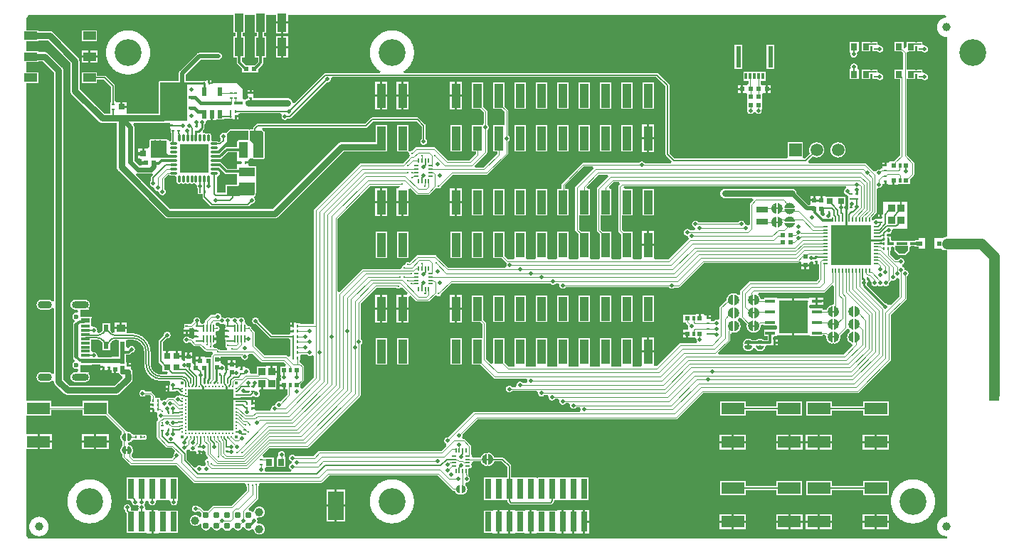
<source format=gtl>
G04*
G04 #@! TF.GenerationSoftware,Altium Limited,Altium Designer,24.6.1 (21)*
G04*
G04 Layer_Physical_Order=1*
G04 Layer_Color=255*
%FSLAX24Y24*%
%MOIN*%
G70*
G04*
G04 #@! TF.SameCoordinates,91F66E80-D4C5-4370-B577-81E2DE0E6F9A*
G04*
G04*
G04 #@! TF.FilePolarity,Positive*
G04*
G01*
G75*
%ADD11C,0.0059*%
%ADD12C,0.0060*%
%ADD13C,0.0098*%
%ADD14C,0.0050*%
%ADD15C,0.0079*%
%ADD16C,0.0100*%
%ADD18C,0.0049*%
%ADD22O,0.0669X0.0354*%
%ADD23O,0.0787X0.0354*%
%ADD25R,0.0106X0.0118*%
%ADD26R,0.0335X0.0374*%
%ADD27R,0.0551X0.0295*%
%ADD28O,0.0118X0.0335*%
%ADD29O,0.0335X0.0118*%
%ADD30R,0.1378X0.1378*%
%ADD31R,0.0453X0.0177*%
%ADD32O,0.0098X0.0335*%
%ADD35R,0.0236X0.0394*%
%ADD38O,0.0256X0.0079*%
%ADD39O,0.0079X0.0256*%
%ADD40R,0.1850X0.1850*%
%ADD41R,0.0728X0.1358*%
%ADD42R,0.1083X0.0551*%
%ADD43R,0.0591X0.0394*%
%ADD44R,0.0118X0.0106*%
%ADD45R,0.0236X0.0217*%
%ADD46R,0.0217X0.0236*%
%ADD47R,0.0433X0.0630*%
%ADD48R,0.0197X0.0157*%
%ADD49R,0.0236X0.0236*%
%ADD50R,0.0157X0.0236*%
%ADD51R,0.0400X0.1130*%
%ADD52R,0.0299X0.0945*%
%ADD53R,0.0402X0.0862*%
%ADD54R,0.0300X0.0320*%
%ADD55R,0.0445X0.0717*%
%ADD56R,0.0717X0.0445*%
%ADD57R,0.0295X0.0315*%
%ADD58R,0.0236X0.1024*%
%ADD59R,0.0118X0.0315*%
%ADD60R,0.0315X0.0295*%
%ADD61R,0.0228X0.0197*%
%ADD62R,0.0197X0.0256*%
%ADD63R,0.0394X0.0335*%
%ADD64R,0.0236X0.0335*%
%ADD65R,0.0315X0.0295*%
%ADD66R,0.0197X0.0236*%
%ADD67R,0.0236X0.0197*%
%ADD68R,0.0449X0.0236*%
%ADD69R,0.0449X0.0118*%
%ADD134C,0.0060*%
%ADD135R,0.1339X0.1575*%
%ADD136O,0.0256X0.0087*%
%ADD137O,0.0087X0.0256*%
%ADD138C,0.0157*%
%ADD139C,0.0089*%
%ADD140R,0.2126X0.1969*%
%ADD141C,0.0079*%
%ADD142C,0.0060*%
%ADD143C,0.0310*%
%ADD144C,0.0394*%
%ADD145C,0.0148*%
%ADD146C,0.0197*%
%ADD147C,0.0118*%
%ADD148C,0.0236*%
%ADD149C,0.0315*%
%ADD150C,0.0106*%
%ADD151C,0.0080*%
%ADD152C,0.0157*%
%ADD153C,0.0500*%
%ADD154C,0.0059*%
%ADD155C,0.0074*%
%ADD156C,0.0074*%
%ADD157C,0.0089*%
%ADD158C,0.0065*%
%ADD159R,0.0742X0.0325*%
%ADD160R,0.0157X0.0157*%
%ADD161R,0.0160X0.0060*%
%ADD162R,0.0320X0.0352*%
%ADD163R,0.0500X0.0300*%
%ADD164R,0.1298X0.1841*%
%ADD165R,0.0134X0.0157*%
%ADD166R,0.0384X0.0157*%
%ADD167C,0.0591*%
%ADD168R,0.0591X0.0591*%
%ADD169C,0.0390*%
%ADD170C,0.0236*%
%ADD171C,0.1260*%
%ADD172C,0.0197*%
%ADD173C,0.0240*%
%ADD174C,0.0260*%
%ADD175C,0.0118*%
G36*
X9910Y24796D02*
Y23947D01*
X10012D01*
Y23774D01*
X9910D01*
Y22794D01*
X10052D01*
Y22566D01*
X10053Y22548D01*
X10057Y22530D01*
X10064Y22512D01*
X10074Y22497D01*
X10086Y22482D01*
X10305Y22264D01*
Y22096D01*
X10659D01*
Y22096D01*
X10699D01*
Y22096D01*
X11053D01*
Y22264D01*
X11254Y22464D01*
X11266Y22478D01*
X11276Y22494D01*
X11283Y22511D01*
X11287Y22529D01*
X11288Y22548D01*
Y22794D01*
X11430D01*
Y23774D01*
X11328D01*
Y23947D01*
X11430D01*
Y24796D01*
X11890D01*
Y24487D01*
X12450D01*
Y24796D01*
X43210Y24796D01*
X43282Y24712D01*
X43281Y24709D01*
X43255Y24664D01*
X43238Y24662D01*
X43203Y24655D01*
X43168Y24645D01*
X43135Y24633D01*
X43102Y24618D01*
X43071Y24601D01*
X43041Y24581D01*
X43013Y24559D01*
X42987Y24534D01*
X42963Y24508D01*
X42941Y24480D01*
X42921Y24450D01*
X42903Y24419D01*
X42888Y24387D01*
X42876Y24353D01*
X42866Y24319D01*
X42859Y24284D01*
X42855Y24248D01*
X42854Y24213D01*
X42855Y24177D01*
X42859Y24141D01*
X42866Y24106D01*
X42876Y24072D01*
X42888Y24038D01*
X42903Y24006D01*
X42921Y23975D01*
X42941Y23945D01*
X42963Y23917D01*
X42987Y23891D01*
X43013Y23867D01*
X43041Y23844D01*
X43071Y23825D01*
X43102Y23807D01*
X43135Y23792D01*
X43168Y23780D01*
X43203Y23770D01*
X43238Y23763D01*
X43273Y23759D01*
X43309Y23758D01*
X43323Y23744D01*
X43322Y14380D01*
X43320D01*
X43289Y14379D01*
X43259Y14374D01*
X43229Y14367D01*
X43200Y14356D01*
X43172Y14343D01*
X43146Y14327D01*
X43146Y14327D01*
X43053Y14323D01*
X43053Y14323D01*
X42738D01*
Y13811D01*
X43053D01*
X43122Y13749D01*
Y13749D01*
X43260D01*
Y13649D01*
X43122D01*
Y13567D01*
X43255D01*
X43322Y13500D01*
X43321Y1254D01*
X43309Y1242D01*
X43273Y1241D01*
X43238Y1237D01*
X43203Y1230D01*
X43168Y1220D01*
X43135Y1208D01*
X43102Y1193D01*
X43071Y1175D01*
X43041Y1156D01*
X43013Y1133D01*
X42987Y1109D01*
X42963Y1083D01*
X42941Y1055D01*
X42921Y1025D01*
X42903Y994D01*
X42888Y962D01*
X42876Y928D01*
X42866Y894D01*
X42859Y859D01*
X42855Y823D01*
X42854Y787D01*
X42855Y752D01*
X42859Y716D01*
X42866Y681D01*
X42876Y647D01*
X42888Y613D01*
X42903Y581D01*
X42921Y550D01*
X42941Y520D01*
X42963Y492D01*
X42987Y466D01*
X43013Y441D01*
X43041Y419D01*
X43071Y399D01*
X43102Y382D01*
X43135Y367D01*
X43168Y355D01*
X43203Y345D01*
X43238Y338D01*
X43273Y334D01*
X43309Y332D01*
X43321Y321D01*
X43321Y204D01*
X381D01*
X343Y211D01*
X307Y226D01*
X275Y248D01*
X248Y275D01*
X226Y307D01*
X211Y343D01*
X204Y381D01*
Y400D01*
Y4408D01*
X723D01*
Y4763D01*
Y5117D01*
X204D01*
Y6003D01*
X1373D01*
Y6253D01*
X2830D01*
Y6003D01*
X3912D01*
X4665Y5250D01*
X4672Y5216D01*
X4676Y5152D01*
X4655Y5125D01*
X4652Y5121D01*
X4649Y5117D01*
X4632Y5087D01*
X4629Y5082D01*
X4627Y5078D01*
X4616Y5046D01*
X4614Y5041D01*
X4613Y5036D01*
X4607Y5002D01*
X4607Y4997D01*
X4606Y4992D01*
X4606Y4974D01*
X4606Y4957D01*
X4607Y4952D01*
X4607Y4947D01*
X4613Y4913D01*
X4614Y4908D01*
X4616Y4903D01*
X4627Y4871D01*
X4629Y4866D01*
X4632Y4862D01*
X4649Y4832D01*
X4652Y4828D01*
X4655Y4824D01*
X4676Y4797D01*
X4680Y4794D01*
X4684Y4790D01*
X4695Y4781D01*
Y4559D01*
X4684Y4550D01*
X4680Y4546D01*
X4676Y4543D01*
X4655Y4516D01*
X4652Y4512D01*
X4649Y4508D01*
X4632Y4478D01*
X4629Y4474D01*
X4627Y4469D01*
X4616Y4437D01*
X4614Y4432D01*
X4613Y4427D01*
X4607Y4393D01*
X4607Y4388D01*
X4606Y4383D01*
X4606Y4366D01*
X4606Y4348D01*
X4607Y4343D01*
X4607Y4338D01*
X4613Y4304D01*
X4614Y4299D01*
X4616Y4295D01*
X4627Y4262D01*
X4629Y4258D01*
X4632Y4253D01*
X4649Y4223D01*
X4652Y4219D01*
X4655Y4215D01*
X4676Y4188D01*
X4680Y4185D01*
X4684Y4181D01*
X4695Y4172D01*
Y4066D01*
X4696Y4053D01*
X4699Y4040D01*
X4704Y4028D01*
X4711Y4017D01*
X4719Y4007D01*
X5039Y3687D01*
X5049Y3678D01*
X5060Y3671D01*
X5073Y3666D01*
X5085Y3663D01*
X5098Y3662D01*
X7210D01*
X8021Y2851D01*
X8031Y2843D01*
X8042Y2836D01*
X8054Y2831D01*
X8067Y2828D01*
X8080Y2827D01*
X10410D01*
X10426Y2819D01*
X10438Y2809D01*
X10486Y2748D01*
Y2729D01*
X10489Y2711D01*
X10495Y2693D01*
X10503Y2676D01*
X10514Y2661D01*
X10520Y2655D01*
Y2496D01*
X9785Y1762D01*
X8975D01*
X8961Y1761D01*
X8949Y1758D01*
X8936Y1752D01*
X8925Y1746D01*
X8915Y1737D01*
X8694Y1515D01*
X8673Y1523D01*
X8649Y1528D01*
X8625Y1531D01*
X8601D01*
X8577Y1528D01*
X8554Y1523D01*
X8533Y1515D01*
X8369Y1679D01*
X8359Y1688D01*
X8348Y1695D01*
X8336Y1700D01*
X8323Y1703D01*
X8310Y1704D01*
X8250D01*
X8248Y1708D01*
X8235Y1724D01*
X8221Y1739D01*
X8204Y1751D01*
X8186Y1762D01*
X8167Y1769D01*
X8147Y1775D01*
X8127Y1777D01*
X8106D01*
X8086Y1775D01*
X8066Y1769D01*
X8047Y1762D01*
X8029Y1751D01*
X8013Y1739D01*
X7998Y1724D01*
X7985Y1708D01*
X7975Y1690D01*
X7967Y1671D01*
X7962Y1651D01*
X7959Y1630D01*
Y1610D01*
X7962Y1589D01*
X7967Y1569D01*
X7975Y1550D01*
X7985Y1532D01*
X7998Y1516D01*
X8013Y1501D01*
X8029Y1489D01*
X8047Y1478D01*
X8066Y1471D01*
X8086Y1465D01*
X8106Y1463D01*
X8127D01*
X8147Y1465D01*
X8167Y1471D01*
X8186Y1478D01*
X8204Y1489D01*
X8221Y1501D01*
X8303Y1493D01*
X8323Y1487D01*
X8328Y1484D01*
X8415Y1397D01*
X8407Y1376D01*
X8402Y1353D01*
X8399Y1329D01*
Y1305D01*
X8402Y1281D01*
X8407Y1257D01*
X8410Y1250D01*
X8325Y1208D01*
X8318Y1218D01*
X8302Y1237D01*
X8284Y1255D01*
X8265Y1271D01*
X8244Y1285D01*
X8222Y1297D01*
X8199Y1306D01*
X8175Y1313D01*
X8151Y1318D01*
X8126Y1321D01*
X8101D01*
X8076Y1318D01*
X8052Y1313D01*
X8028Y1306D01*
X8005Y1297D01*
X7983Y1285D01*
X7962Y1271D01*
X7943Y1255D01*
X7925Y1237D01*
X7909Y1218D01*
X7895Y1197D01*
X7883Y1175D01*
X7874Y1152D01*
X7867Y1128D01*
X7862Y1104D01*
X7859Y1079D01*
Y1054D01*
X7862Y1029D01*
X7867Y1005D01*
X7874Y981D01*
X7883Y958D01*
X7895Y936D01*
X7909Y915D01*
X7925Y896D01*
X7943Y878D01*
X7962Y862D01*
X7983Y848D01*
X8005Y837D01*
X8028Y827D01*
X8052Y820D01*
X8076Y815D01*
X8101Y813D01*
X8126D01*
X8151Y815D01*
X8175Y820D01*
X8199Y827D01*
X8222Y837D01*
X8244Y848D01*
X8265Y862D01*
X8284Y878D01*
X8302Y896D01*
X8318Y915D01*
X8325Y925D01*
X8410Y883D01*
X8407Y876D01*
X8402Y853D01*
X8399Y829D01*
Y805D01*
X8402Y781D01*
X8407Y757D01*
X8415Y735D01*
X8426Y713D01*
X8439Y693D01*
X8454Y674D01*
X8471Y657D01*
X8489Y642D01*
X8510Y629D01*
X8531Y619D01*
X8554Y611D01*
X8577Y605D01*
X8601Y603D01*
X8625D01*
X8649Y605D01*
X8673Y611D01*
X8695Y619D01*
X8717Y629D01*
X8737Y642D01*
X8756Y657D01*
X8773Y674D01*
X8788Y693D01*
X8801Y713D01*
X8811Y735D01*
X8814Y742D01*
X8863Y752D01*
X8913Y742D01*
X8915Y735D01*
X8926Y713D01*
X8939Y693D01*
X8954Y674D01*
X8971Y657D01*
X8989Y642D01*
X9010Y629D01*
X9031Y619D01*
X9054Y611D01*
X9078Y605D01*
X9101Y603D01*
X9125D01*
X9149Y605D01*
X9173Y611D01*
X9195Y619D01*
X9217Y629D01*
X9237Y642D01*
X9256Y657D01*
X9273Y674D01*
X9288Y693D01*
X9301Y713D01*
X9302Y714D01*
X9363Y722D01*
X9404Y713D01*
X9409Y703D01*
X9422Y681D01*
X9439Y661D01*
X9457Y642D01*
X9478Y626D01*
X9500Y612D01*
X9524Y600D01*
X9549Y592D01*
X9574Y586D01*
X9600Y583D01*
X9627D01*
X9653Y586D01*
X9678Y592D01*
X9703Y600D01*
X9727Y612D01*
X9749Y626D01*
X9769Y642D01*
X9788Y661D01*
X9804Y681D01*
X9818Y703D01*
X9823Y713D01*
X9864Y722D01*
X9925Y714D01*
X9926Y713D01*
X9939Y693D01*
X9954Y674D01*
X9971Y657D01*
X9989Y642D01*
X10010Y629D01*
X10031Y619D01*
X10054Y611D01*
X10078Y605D01*
X10101Y603D01*
X10125D01*
X10149Y605D01*
X10173Y611D01*
X10195Y619D01*
X10217Y629D01*
X10237Y642D01*
X10256Y657D01*
X10273Y674D01*
X10288Y693D01*
X10301Y713D01*
X10311Y735D01*
X10314Y742D01*
X10363Y752D01*
X10413Y742D01*
X10415Y735D01*
X10426Y713D01*
X10439Y693D01*
X10454Y674D01*
X10471Y657D01*
X10489Y642D01*
X10510Y629D01*
X10531Y619D01*
X10554Y611D01*
X10578Y605D01*
X10601Y603D01*
X10625D01*
X10649Y605D01*
X10673Y611D01*
X10695Y619D01*
X10717Y629D01*
X10737Y642D01*
X10756Y657D01*
X10765Y665D01*
X10805Y661D01*
X10861Y633D01*
X10862Y629D01*
X10867Y605D01*
X10874Y581D01*
X10883Y558D01*
X10895Y536D01*
X10909Y515D01*
X10925Y496D01*
X10943Y478D01*
X10962Y462D01*
X10983Y448D01*
X11005Y437D01*
X11028Y427D01*
X11052Y420D01*
X11076Y415D01*
X11101Y413D01*
X11126D01*
X11151Y415D01*
X11175Y420D01*
X11199Y427D01*
X11222Y437D01*
X11244Y448D01*
X11265Y462D01*
X11284Y478D01*
X11302Y496D01*
X11318Y515D01*
X11332Y536D01*
X11343Y558D01*
X11353Y581D01*
X11360Y605D01*
X11365Y629D01*
X11367Y654D01*
Y679D01*
X11365Y704D01*
X11360Y728D01*
X11353Y752D01*
X11343Y775D01*
X11332Y797D01*
X11318Y818D01*
X11302Y837D01*
X11284Y855D01*
X11265Y871D01*
X11244Y885D01*
X11222Y897D01*
X11199Y906D01*
X11175Y913D01*
X11151Y918D01*
X11126Y921D01*
X11101D01*
X11076Y918D01*
X11070Y917D01*
X11055Y928D01*
X11032Y953D01*
X11008Y999D01*
X11012Y1008D01*
X11018Y1028D01*
X11020Y1049D01*
Y1069D01*
X11018Y1090D01*
X11012Y1110D01*
X11004Y1129D01*
X11000Y1137D01*
X11014Y1172D01*
X11039Y1203D01*
X11058Y1219D01*
X11076Y1215D01*
X11101Y1213D01*
X11126D01*
X11151Y1215D01*
X11175Y1220D01*
X11199Y1227D01*
X11222Y1237D01*
X11244Y1248D01*
X11265Y1262D01*
X11284Y1278D01*
X11302Y1296D01*
X11318Y1315D01*
X11332Y1336D01*
X11343Y1358D01*
X11353Y1381D01*
X11360Y1405D01*
X11365Y1429D01*
X11367Y1454D01*
Y1479D01*
X11365Y1504D01*
X11360Y1528D01*
X11353Y1552D01*
X11343Y1575D01*
X11332Y1597D01*
X11318Y1618D01*
X11302Y1637D01*
X11284Y1655D01*
X11265Y1671D01*
X11244Y1685D01*
X11222Y1697D01*
X11199Y1706D01*
X11175Y1713D01*
X11151Y1718D01*
X11126Y1721D01*
X11101D01*
X11076Y1718D01*
X11052Y1713D01*
X11028Y1706D01*
X11005Y1697D01*
X10983Y1685D01*
X10962Y1671D01*
X10943Y1655D01*
X10925Y1637D01*
X10909Y1618D01*
X10895Y1597D01*
X10883Y1575D01*
X10874Y1552D01*
X10867Y1528D01*
X10862Y1504D01*
X10861Y1500D01*
X10805Y1473D01*
X10765Y1468D01*
X10756Y1476D01*
X10737Y1491D01*
X10717Y1504D01*
X10695Y1515D01*
X10673Y1523D01*
X10649Y1528D01*
X10641Y1529D01*
X10617Y1567D01*
X10604Y1625D01*
X11033Y2054D01*
X11041Y2064D01*
X11048Y2076D01*
X11053Y2088D01*
X11056Y2101D01*
X11057Y2114D01*
Y2655D01*
X11064Y2661D01*
X11075Y2676D01*
X11083Y2693D01*
X11089Y2711D01*
X11092Y2729D01*
Y2748D01*
X11140Y2809D01*
X11152Y2819D01*
X11167Y2827D01*
X13996D01*
X14009Y2828D01*
X14022Y2831D01*
X14034Y2836D01*
X14045Y2843D01*
X14055Y2851D01*
X14381Y3177D01*
X19453D01*
X20150Y2480D01*
X20160Y2471D01*
X20171Y2465D01*
X20184Y2460D01*
X20196Y2456D01*
X20210Y2455D01*
X20272D01*
X20279Y2436D01*
X20281Y2431D01*
X20283Y2427D01*
X20300Y2397D01*
X20303Y2393D01*
X20306Y2389D01*
X20328Y2362D01*
X20332Y2359D01*
X20335Y2355D01*
X20361Y2333D01*
X20366Y2330D01*
X20370Y2327D01*
X20399Y2310D01*
X20404Y2307D01*
X20409Y2305D01*
X20441Y2293D01*
X20446Y2292D01*
X20451Y2290D01*
X20468Y2287D01*
X20474Y2286D01*
X20476Y2286D01*
X20477Y2286D01*
X20481Y2286D01*
X20486Y2285D01*
X20487Y2285D01*
X20488Y2285D01*
X20493Y2286D01*
X20497Y2287D01*
X20499Y2287D01*
X20500Y2287D01*
X20513Y2291D01*
X20514Y2291D01*
X20515Y2291D01*
X20520Y2293D01*
X20524Y2295D01*
X20525Y2295D01*
X20526Y2296D01*
X20530Y2298D01*
X20534Y2301D01*
X20553Y2310D01*
X20573Y2301D01*
X20576Y2298D01*
X20580Y2296D01*
X20581Y2295D01*
X20583Y2295D01*
X20587Y2293D01*
X20591Y2291D01*
X20592Y2291D01*
X20593Y2291D01*
X20606Y2287D01*
X20608Y2287D01*
X20609Y2287D01*
X20613Y2286D01*
X20618Y2285D01*
X20619Y2285D01*
X20621Y2285D01*
X20625Y2286D01*
X20630Y2286D01*
X20631Y2286D01*
X20632Y2286D01*
X20639Y2287D01*
X20639Y2287D01*
X20656Y2290D01*
X20661Y2292D01*
X20666Y2293D01*
X20698Y2305D01*
X20702Y2307D01*
X20707Y2310D01*
X20737Y2327D01*
X20741Y2330D01*
X20745Y2333D01*
X20771Y2355D01*
X20775Y2359D01*
X20778Y2362D01*
X20800Y2389D01*
X20803Y2393D01*
X20806Y2397D01*
X20823Y2427D01*
X20825Y2431D01*
X20828Y2436D01*
X20839Y2468D01*
X20841Y2473D01*
X20842Y2478D01*
X20848Y2512D01*
X20848Y2517D01*
X20849Y2522D01*
X20849Y2539D01*
X20849Y2557D01*
X20848Y2562D01*
X20848Y2567D01*
X20842Y2601D01*
X20841Y2605D01*
X20839Y2610D01*
X20828Y2643D01*
X20825Y2647D01*
X20823Y2652D01*
X20806Y2682D01*
X20803Y2686D01*
X20800Y2690D01*
X20778Y2717D01*
X20775Y2720D01*
X20771Y2724D01*
X20768Y2727D01*
X20768Y2815D01*
X20779Y2836D01*
X20809Y2854D01*
X20830D01*
X20851Y2857D01*
X20870Y2862D01*
X20890Y2870D01*
X20907Y2881D01*
X20924Y2893D01*
X20938Y2908D01*
X20951Y2924D01*
X20961Y2942D01*
X20969Y2961D01*
X20974Y2981D01*
X20977Y3001D01*
Y3022D01*
X20974Y3043D01*
X20969Y3063D01*
X20961Y3082D01*
X20951Y3099D01*
X20938Y3116D01*
X20924Y3130D01*
X20907Y3143D01*
X20904Y3145D01*
Y3213D01*
X20903Y3226D01*
X20900Y3239D01*
X20894Y3251D01*
X20888Y3262D01*
X20887Y3262D01*
X20891Y3275D01*
X20892Y3291D01*
Y3461D01*
X20945Y3505D01*
X20974Y3520D01*
X20978Y3521D01*
X20994Y3524D01*
X21009Y3531D01*
X21023Y3539D01*
X21035Y3549D01*
X21045Y3562D01*
X21054Y3575D01*
X21060Y3590D01*
X21064Y3606D01*
X21065Y3622D01*
X21064Y3638D01*
X21060Y3654D01*
X21054Y3669D01*
X21045Y3682D01*
X21038Y3701D01*
X21045Y3719D01*
X21054Y3733D01*
X21060Y3748D01*
X21064Y3763D01*
X21065Y3780D01*
X21120Y3839D01*
X21125Y3843D01*
X21145Y3853D01*
X21487D01*
X21489Y3845D01*
X21499Y3816D01*
X21512Y3788D01*
X21528Y3762D01*
X21546Y3737D01*
X21567Y3714D01*
X21590Y3693D01*
X21615Y3675D01*
X21640Y3660D01*
X21641Y3659D01*
X21641Y3659D01*
X21669Y3646D01*
X21669Y3646D01*
X21698Y3636D01*
X21724Y3629D01*
X21725Y3629D01*
X21729Y3628D01*
X21743Y3627D01*
X21757Y3628D01*
X21770Y3632D01*
X21783Y3637D01*
X21790Y3641D01*
X21804Y3644D01*
X21815Y3642D01*
X21823Y3637D01*
X21835Y3632D01*
X21849Y3629D01*
X21863Y3628D01*
X21877Y3629D01*
X21882Y3630D01*
X21882Y3630D01*
X21906Y3636D01*
X21935Y3646D01*
X21935Y3646D01*
X21963Y3659D01*
X21963Y3659D01*
X21967Y3662D01*
X21989Y3675D01*
X22014Y3693D01*
X22037Y3714D01*
X22057Y3737D01*
X22076Y3762D01*
X22092Y3788D01*
X22105Y3816D01*
X22115Y3845D01*
X22116Y3847D01*
X22458D01*
X22733Y3572D01*
Y3071D01*
X22629D01*
X22617Y3071D01*
X22535D01*
X22523Y3071D01*
X22129D01*
X22117Y3071D01*
X22035D01*
X22023Y3071D01*
X21617D01*
Y2008D01*
X22023D01*
X22035Y2008D01*
X22117D01*
X22129Y2008D01*
X22523D01*
X22535Y2008D01*
X22617D01*
X22629Y2008D01*
X22737D01*
Y1976D01*
X22738Y1962D01*
X22742Y1948D01*
X22747Y1935D01*
X22754Y1923D01*
X22763Y1913D01*
X22839Y1837D01*
X22849Y1828D01*
X22861Y1821D01*
X22874Y1815D01*
X22888Y1812D01*
X22902Y1811D01*
X22902Y1811D01*
X24755D01*
X24769Y1812D01*
X24782Y1815D01*
X24795Y1821D01*
X24807Y1828D01*
X24818Y1837D01*
X24889Y1909D01*
X24898Y1919D01*
X24905Y1931D01*
X24911Y1944D01*
X24914Y1957D01*
X24915Y1971D01*
Y2008D01*
X25023D01*
X25035Y2008D01*
X25117D01*
X25129Y2008D01*
X25523D01*
X25535Y2008D01*
X25617D01*
X25629Y2008D01*
X26023D01*
X26035Y2008D01*
X26117D01*
X26129Y2008D01*
X26535D01*
Y3071D01*
X26129D01*
X26117Y3071D01*
X26035D01*
X26023Y3071D01*
X25629D01*
X25617Y3071D01*
X25535D01*
X25523Y3071D01*
X25129D01*
X25117Y3071D01*
X25035D01*
X25023Y3071D01*
X24629D01*
X24617Y3071D01*
X24535D01*
X24523Y3071D01*
X24129D01*
X24117Y3071D01*
X24035D01*
X24023Y3071D01*
X23629D01*
X23617Y3071D01*
X23535D01*
X23523Y3071D01*
X23129D01*
X23117Y3071D01*
X23035D01*
X23023Y3071D01*
X22911D01*
Y3609D01*
X22911Y3609D01*
X22910Y3623D01*
X22907Y3637D01*
X22901Y3649D01*
X22894Y3661D01*
X22885Y3672D01*
X22558Y3999D01*
X22547Y4008D01*
X22535Y4015D01*
X22523Y4021D01*
X22509Y4024D01*
X22495Y4025D01*
X22116D01*
X22115Y4027D01*
X22105Y4056D01*
X22092Y4084D01*
X22076Y4110D01*
X22057Y4135D01*
X22037Y4158D01*
X22014Y4179D01*
X21989Y4197D01*
X21967Y4210D01*
X21963Y4213D01*
X21963Y4213D01*
X21935Y4226D01*
X21935Y4226D01*
X21906Y4236D01*
X21882Y4242D01*
X21882Y4242D01*
X21877Y4243D01*
X21863Y4245D01*
X21849Y4243D01*
X21836Y4240D01*
X21823Y4235D01*
X21812Y4228D01*
X21803Y4227D01*
X21792Y4229D01*
X21782Y4235D01*
X21769Y4240D01*
X21755Y4244D01*
X21741Y4245D01*
X21727Y4244D01*
X21723Y4243D01*
X21723Y4243D01*
X21698Y4236D01*
X21669Y4226D01*
X21669Y4226D01*
X21641Y4213D01*
X21641Y4213D01*
X21638Y4211D01*
X21615Y4197D01*
X21590Y4179D01*
X21567Y4158D01*
X21546Y4135D01*
X21528Y4110D01*
X21512Y4084D01*
X21499Y4056D01*
X21489Y4027D01*
X21487Y4021D01*
X21145D01*
X21125Y4031D01*
X21120Y4035D01*
X21065Y4094D01*
X21064Y4111D01*
X21060Y4126D01*
X21054Y4141D01*
X21045Y4155D01*
X21035Y4167D01*
X21025Y4176D01*
Y4554D01*
X21024Y4567D01*
X21021Y4580D01*
X21015Y4592D01*
X21009Y4604D01*
X21000Y4614D01*
X20744Y4870D01*
X20734Y4878D01*
X20723Y4885D01*
X20711Y4890D01*
X20698Y4893D01*
X20685Y4894D01*
X20657D01*
X20656Y4895D01*
X20631Y4930D01*
X20611Y4989D01*
X20611Y4989D01*
X20619Y5009D01*
X20624Y5028D01*
X20627Y5049D01*
Y5070D01*
X20624Y5090D01*
X20623Y5094D01*
X21342Y5813D01*
X21363D01*
X21363Y5813D01*
X30640D01*
X30653Y5814D01*
X30666Y5817D01*
X30678Y5822D01*
X30689Y5829D01*
X30699Y5838D01*
X31904Y7043D01*
X39129D01*
X39142Y7044D01*
X39155Y7047D01*
X39167Y7052D01*
X39178Y7059D01*
X39188Y7067D01*
X40672Y8551D01*
X40681Y8561D01*
X40688Y8573D01*
X40693Y8585D01*
X40696Y8598D01*
X40697Y8611D01*
Y10715D01*
X41420Y11438D01*
X41428Y11448D01*
X41435Y11460D01*
X41440Y11472D01*
X41443Y11485D01*
X41444Y11498D01*
Y12526D01*
X41448Y12528D01*
X41464Y12541D01*
X41479Y12555D01*
X41492Y12572D01*
X41502Y12590D01*
X41510Y12609D01*
X41515Y12629D01*
X41518Y12649D01*
Y12670D01*
X41515Y12690D01*
X41510Y12710D01*
X41502Y12729D01*
X41492Y12747D01*
X41479Y12764D01*
X41464Y12778D01*
X41448Y12791D01*
X41430Y12801D01*
X41411Y12809D01*
X41391Y12814D01*
X41371Y12817D01*
X41346Y12823D01*
X41331Y12847D01*
X41328Y12867D01*
Y12867D01*
X41323Y12887D01*
X41315Y12906D01*
X41305Y12924D01*
X41292Y12941D01*
X41277Y12955D01*
X41261Y12968D01*
X41245Y12977D01*
X41234Y13022D01*
X41233Y13033D01*
X41244Y13079D01*
X41259Y13087D01*
X41275Y13100D01*
X41290Y13114D01*
X41302Y13131D01*
X41313Y13149D01*
X41321Y13168D01*
X41326Y13188D01*
X41329Y13208D01*
Y13229D01*
X41326Y13249D01*
X41321Y13269D01*
X41313Y13288D01*
X41302Y13306D01*
X41290Y13323D01*
X41275Y13337D01*
X41259Y13350D01*
X41241Y13360D01*
X41222Y13368D01*
X41202Y13373D01*
X41182Y13376D01*
X41161D01*
X41140Y13373D01*
X41121Y13368D01*
X41101Y13360D01*
X41084Y13350D01*
X41067Y13337D01*
X41053Y13323D01*
X41040Y13306D01*
X41038Y13302D01*
X40911D01*
X40659Y13554D01*
Y13711D01*
X40687D01*
Y13884D01*
X40738Y13922D01*
X40769Y13933D01*
X40851Y13883D01*
Y13714D01*
X41051Y13514D01*
X41381D01*
X41571Y13704D01*
X41571Y13850D01*
X41645Y13939D01*
X41665Y13945D01*
X41727D01*
X41888Y13916D01*
Y13906D01*
X41948D01*
X41951Y13905D01*
X41990D01*
Y13811D01*
X42305D01*
Y14323D01*
X41990D01*
Y14229D01*
X41951D01*
X41948Y14228D01*
X41888D01*
Y14218D01*
X41737Y14189D01*
X41656D01*
X41652Y14189D01*
X41416D01*
X41411Y14189D01*
X41024D01*
X41020Y14189D01*
X40773D01*
X40768Y14189D01*
X40753D01*
X40691Y14265D01*
Y14271D01*
X40706Y14329D01*
X40706D01*
Y14417D01*
X40574D01*
Y14517D01*
X40706D01*
Y14590D01*
X40713Y14599D01*
X40723Y14617D01*
X40731Y14636D01*
X40737Y14656D01*
X40739Y14676D01*
Y14697D01*
X40805Y14746D01*
X40824Y14755D01*
X41461D01*
Y16036D01*
X40332D01*
Y15411D01*
X40272D01*
Y15279D01*
X40172D01*
Y15411D01*
X40084D01*
Y15298D01*
X40073Y15275D01*
X40022Y15214D01*
X40002D01*
X39981Y15211D01*
X39961Y15206D01*
X39942Y15198D01*
X39924Y15188D01*
X39908Y15175D01*
X39893Y15161D01*
X39881Y15144D01*
X39880Y15144D01*
X39820Y15150D01*
X39786Y15165D01*
Y15268D01*
X40006Y15488D01*
X40015Y15498D01*
X40021Y15509D01*
X40027Y15521D01*
X40030Y15534D01*
X40031Y15547D01*
Y16607D01*
X40051Y16634D01*
X40080Y16655D01*
X40125Y16676D01*
X40130Y16675D01*
X40150D01*
X40171Y16678D01*
X40191Y16683D01*
X40210Y16691D01*
X40228Y16701D01*
X40244Y16714D01*
X40259Y16729D01*
X40271Y16745D01*
X40281Y16763D01*
X40287Y16777D01*
X40289Y16782D01*
X40289Y16782D01*
X40295Y16802D01*
X40301Y16844D01*
X40390Y16864D01*
X40392D01*
Y16996D01*
X40492D01*
Y16864D01*
X40546D01*
X40624Y16823D01*
X40624Y16823D01*
X40624Y16823D01*
X40771D01*
Y17020D01*
X40871D01*
Y16823D01*
X41018D01*
Y16843D01*
X41588D01*
Y17088D01*
X41766Y17265D01*
X41774Y17275D01*
X41781Y17287D01*
X41786Y17299D01*
X41789Y17312D01*
X41790Y17325D01*
Y17824D01*
X41789Y17837D01*
X41786Y17850D01*
X41781Y17862D01*
X41774Y17873D01*
X41766Y17883D01*
X41436Y18213D01*
Y21781D01*
X41839D01*
Y22023D01*
X41937D01*
Y21776D01*
X42163D01*
X42170Y21769D01*
X42186Y21757D01*
X42204Y21746D01*
X42223Y21738D01*
X42243Y21733D01*
X42263Y21730D01*
X42284D01*
X42305Y21733D01*
X42325Y21738D01*
X42344Y21746D01*
X42361Y21757D01*
X42378Y21769D01*
X42392Y21784D01*
X42405Y21800D01*
X42415Y21818D01*
X42423Y21837D01*
X42429Y21857D01*
X42431Y21877D01*
Y21898D01*
X42429Y21919D01*
X42423Y21939D01*
X42415Y21958D01*
X42405Y21975D01*
X42392Y21992D01*
X42378Y22006D01*
X42361Y22019D01*
X42344Y22029D01*
X42325Y22037D01*
X42305Y22043D01*
X42284Y22045D01*
X42263D01*
X42193Y22091D01*
X42188Y22096D01*
X42174Y22119D01*
Y22224D01*
X41937D01*
Y22201D01*
X41839D01*
Y22219D01*
X41436D01*
Y22986D01*
X41436Y23028D01*
X41497Y23070D01*
X41520Y23081D01*
X41839D01*
Y23323D01*
X41937D01*
Y23076D01*
X42163D01*
X42170Y23069D01*
X42186Y23057D01*
X42204Y23046D01*
X42223Y23038D01*
X42243Y23033D01*
X42263Y23030D01*
X42284D01*
X42305Y23033D01*
X42325Y23038D01*
X42344Y23046D01*
X42361Y23057D01*
X42378Y23069D01*
X42392Y23084D01*
X42405Y23100D01*
X42415Y23118D01*
X42423Y23137D01*
X42429Y23157D01*
X42431Y23177D01*
Y23198D01*
X42429Y23219D01*
X42423Y23239D01*
X42415Y23258D01*
X42405Y23275D01*
X42392Y23292D01*
X42378Y23306D01*
X42361Y23319D01*
X42344Y23329D01*
X42325Y23337D01*
X42305Y23343D01*
X42284Y23345D01*
X42263D01*
X42193Y23391D01*
X42188Y23396D01*
X42174Y23419D01*
Y23524D01*
X41937D01*
Y23501D01*
X41839D01*
Y23519D01*
X41421D01*
Y23278D01*
X41327Y23230D01*
X41289Y23258D01*
Y23519D01*
X40871D01*
Y23081D01*
X41181D01*
X41268Y22994D01*
Y22219D01*
X40871D01*
Y21781D01*
X41116D01*
Y18201D01*
X40853Y17938D01*
X40845Y17928D01*
X40838Y17917D01*
X40833Y17906D01*
X40644D01*
Y17906D01*
X40580Y17856D01*
X40492D01*
Y17724D01*
X40442D01*
Y17674D01*
X40304D01*
Y17592D01*
X40252Y17582D01*
X40239Y17579D01*
X40227Y17574D01*
X40227Y17574D01*
X40216Y17567D01*
X40206Y17559D01*
X40175Y17528D01*
X40171Y17529D01*
X40150Y17531D01*
X40130D01*
X40109Y17529D01*
X40089Y17523D01*
X40070Y17516D01*
X40052Y17505D01*
X40036Y17493D01*
X40021Y17478D01*
X40014Y17469D01*
X40002Y17460D01*
X39936Y17445D01*
X39914Y17445D01*
X39899Y17449D01*
X39536Y17813D01*
X39526Y17821D01*
X39515Y17828D01*
X39503Y17833D01*
X39490Y17836D01*
X39477Y17837D01*
X36858D01*
X36819Y17932D01*
X37039Y18151D01*
X37055Y18142D01*
X37083Y18129D01*
X37112Y18118D01*
X37142Y18110D01*
X37172Y18105D01*
X37203Y18102D01*
X37234D01*
X37265Y18105D01*
X37295Y18110D01*
X37325Y18118D01*
X37354Y18129D01*
X37382Y18142D01*
X37409Y18158D01*
X37434Y18175D01*
X37458Y18195D01*
X37480Y18217D01*
X37500Y18241D01*
X37517Y18266D01*
X37533Y18293D01*
X37546Y18321D01*
X37557Y18350D01*
X37565Y18380D01*
X37570Y18410D01*
X37573Y18441D01*
Y18472D01*
X37570Y18503D01*
X37565Y18533D01*
X37557Y18563D01*
X37546Y18592D01*
X37533Y18620D01*
X37517Y18647D01*
X37500Y18673D01*
X37480Y18696D01*
X37458Y18718D01*
X37434Y18738D01*
X37409Y18756D01*
X37382Y18771D01*
X37354Y18784D01*
X37325Y18795D01*
X37295Y18803D01*
X37265Y18808D01*
X37234Y18811D01*
X37203D01*
X37172Y18808D01*
X37142Y18803D01*
X37112Y18795D01*
X37083Y18784D01*
X37055Y18771D01*
X37028Y18756D01*
X37002Y18738D01*
X36979Y18718D01*
X36957Y18696D01*
X36937Y18673D01*
X36919Y18647D01*
X36904Y18620D01*
X36891Y18592D01*
X36880Y18563D01*
X36872Y18533D01*
X36867Y18503D01*
X36864Y18472D01*
Y18441D01*
X36867Y18410D01*
X36872Y18380D01*
X36880Y18350D01*
X36891Y18321D01*
X36904Y18293D01*
X36913Y18277D01*
X36678Y18042D01*
X36642D01*
X36573Y18102D01*
X36573Y18136D01*
Y18811D01*
X35864D01*
Y18136D01*
X35864Y18102D01*
X35795Y18042D01*
X30570D01*
X30321Y18291D01*
Y21482D01*
X30319Y21496D01*
X30316Y21510D01*
X30311Y21523D01*
X30304Y21535D01*
X30295Y21545D01*
X29808Y22031D01*
X29798Y22040D01*
X29786Y22048D01*
X29773Y22053D01*
X29760Y22056D01*
X29746Y22057D01*
X17895D01*
X17868Y22152D01*
X17888Y22164D01*
X17932Y22195D01*
X17975Y22228D01*
X18017Y22263D01*
X18056Y22300D01*
X18093Y22339D01*
X18128Y22381D01*
X18161Y22424D01*
X18192Y22468D01*
X18220Y22514D01*
X18246Y22562D01*
X18269Y22611D01*
X18290Y22661D01*
X18308Y22712D01*
X18324Y22764D01*
X18336Y22816D01*
X18346Y22870D01*
X18353Y22923D01*
X18357Y22977D01*
X18359Y23031D01*
X18357Y23086D01*
X18353Y23140D01*
X18346Y23193D01*
X18336Y23247D01*
X18324Y23299D01*
X18308Y23351D01*
X18290Y23402D01*
X18269Y23452D01*
X18246Y23501D01*
X18220Y23549D01*
X18192Y23595D01*
X18161Y23639D01*
X18128Y23682D01*
X18093Y23724D01*
X18056Y23763D01*
X18017Y23800D01*
X17975Y23835D01*
X17932Y23868D01*
X17888Y23899D01*
X17842Y23927D01*
X17794Y23953D01*
X17745Y23976D01*
X17695Y23997D01*
X17644Y24015D01*
X17592Y24031D01*
X17540Y24043D01*
X17486Y24053D01*
X17433Y24060D01*
X17379Y24064D01*
X17325Y24066D01*
X17270Y24064D01*
X17216Y24060D01*
X17163Y24053D01*
X17109Y24043D01*
X17057Y24031D01*
X17005Y24015D01*
X16954Y23997D01*
X16904Y23976D01*
X16855Y23953D01*
X16807Y23927D01*
X16761Y23899D01*
X16717Y23868D01*
X16674Y23835D01*
X16632Y23800D01*
X16593Y23763D01*
X16556Y23724D01*
X16521Y23682D01*
X16488Y23639D01*
X16457Y23595D01*
X16429Y23549D01*
X16403Y23501D01*
X16380Y23452D01*
X16359Y23402D01*
X16341Y23351D01*
X16325Y23299D01*
X16313Y23247D01*
X16303Y23193D01*
X16296Y23140D01*
X16292Y23086D01*
X16290Y23031D01*
X16292Y22977D01*
X16296Y22923D01*
X16303Y22870D01*
X16313Y22816D01*
X16325Y22764D01*
X16341Y22712D01*
X16359Y22661D01*
X16380Y22611D01*
X16403Y22562D01*
X16429Y22514D01*
X16457Y22468D01*
X16488Y22424D01*
X16521Y22381D01*
X16556Y22339D01*
X16593Y22300D01*
X16632Y22263D01*
X16674Y22228D01*
X16717Y22195D01*
X16761Y22164D01*
X16781Y22152D01*
X16754Y22057D01*
X14209D01*
X14209Y22057D01*
X14195Y22056D01*
X14182Y22053D01*
X14169Y22048D01*
X14157Y22040D01*
X14146Y22031D01*
X14146Y22031D01*
X12755Y20640D01*
X12697Y20655D01*
X12661Y20679D01*
X12660Y20688D01*
X12656Y20712D01*
X12649Y20736D01*
X12640Y20758D01*
X12628Y20779D01*
X12614Y20799D01*
X12598Y20817D01*
X12580Y20833D01*
X12560Y20848D01*
X12539Y20859D01*
X12516Y20869D01*
X12493Y20875D01*
X12469Y20879D01*
X12445Y20881D01*
X10821D01*
Y20989D01*
X10841D01*
Y21071D01*
X10566D01*
Y20989D01*
X10585D01*
Y20880D01*
X10578Y20879D01*
X10554Y20875D01*
X10530Y20869D01*
X10508Y20859D01*
X10487Y20848D01*
X10467Y20833D01*
X10457Y20824D01*
X10427Y20810D01*
X10344Y20851D01*
Y21314D01*
X10078Y21579D01*
X8952Y21579D01*
X8880Y21633D01*
Y21717D01*
X8798D01*
Y21579D01*
X8698D01*
Y21717D01*
X8616D01*
Y21697D01*
X8411D01*
Y21692D01*
X7657D01*
Y21977D01*
X8372Y22692D01*
X9202D01*
X9207Y22693D01*
X9212D01*
X9217Y22693D01*
X9222Y22694D01*
X9227Y22695D01*
X9232Y22695D01*
X9237Y22697D01*
X9243Y22698D01*
X9247Y22699D01*
X9252Y22701D01*
X9257Y22703D01*
X9262Y22704D01*
X9267Y22706D01*
X9271Y22708D01*
X9276Y22711D01*
X9281Y22713D01*
X9285Y22716D01*
X9289Y22719D01*
X9293Y22722D01*
X9298Y22725D01*
X9302Y22728D01*
X9306Y22731D01*
X9309Y22735D01*
X9313Y22738D01*
X9317Y22742D01*
X9320Y22746D01*
X9323Y22750D01*
X9327Y22754D01*
X9330Y22758D01*
X9333Y22762D01*
X9335Y22767D01*
X9338Y22771D01*
X9341Y22776D01*
X9343Y22780D01*
X9345Y22785D01*
X9347Y22790D01*
X9349Y22794D01*
X9351Y22799D01*
X9352Y22804D01*
X9354Y22809D01*
X9355Y22814D01*
X9356Y22819D01*
X9357Y22824D01*
X9358Y22829D01*
X9358Y22835D01*
X9359Y22840D01*
Y22845D01*
X9359Y22850D01*
X9359Y22855D01*
Y22860D01*
X9358Y22865D01*
X9358Y22871D01*
X9357Y22876D01*
X9356Y22881D01*
X9355Y22886D01*
X9354Y22891D01*
X9352Y22896D01*
X9351Y22901D01*
X9349Y22906D01*
X9347Y22910D01*
X9345Y22915D01*
X9343Y22920D01*
X9341Y22924D01*
X9338Y22929D01*
X9335Y22933D01*
X9333Y22938D01*
X9330Y22942D01*
X9327Y22946D01*
X9323Y22950D01*
X9320Y22954D01*
X9317Y22958D01*
X9313Y22962D01*
X9309Y22965D01*
X9306Y22969D01*
X9302Y22972D01*
X9298Y22975D01*
X9293Y22978D01*
X9289Y22981D01*
X9285Y22984D01*
X9281Y22987D01*
X9276Y22989D01*
X9271Y22992D01*
X9267Y22994D01*
X9262Y22996D01*
X9257Y22997D01*
X9252Y22999D01*
X9247Y23001D01*
X9243Y23002D01*
X9237Y23003D01*
X9232Y23005D01*
X9227Y23005D01*
X9222Y23006D01*
X9217Y23007D01*
X9212Y23007D01*
X9207D01*
X9202Y23008D01*
X8307D01*
X8286Y23006D01*
X8266Y23002D01*
X8247Y22996D01*
X8228Y22987D01*
X8211Y22975D01*
X8195Y22962D01*
X7388Y22154D01*
X7374Y22139D01*
X7363Y22122D01*
X7354Y22103D01*
X7347Y22083D01*
X7343Y22063D01*
X7342Y22043D01*
Y21688D01*
X6448D01*
X6437Y21687D01*
X6425Y21683D01*
X6415Y21678D01*
X6406Y21670D01*
X6399Y21661D01*
X6393Y21651D01*
X6390Y21640D01*
X6389Y21628D01*
Y20162D01*
X4903D01*
X4888Y20251D01*
X4888Y20257D01*
Y20427D01*
X4652D01*
Y20477D01*
X4602D01*
Y20703D01*
X4463D01*
X4415Y20703D01*
X4341Y20751D01*
Y21450D01*
X4339Y21464D01*
X4336Y21477D01*
X4331Y21490D01*
X4324Y21502D01*
X4315Y21513D01*
X3919Y21909D01*
X3908Y21918D01*
X3896Y21925D01*
X3883Y21930D01*
X3870Y21934D01*
X3856Y21935D01*
X3512D01*
Y22102D01*
X2804D01*
Y21590D01*
X3512D01*
Y21757D01*
X3819D01*
X4163Y21413D01*
Y20701D01*
X4134D01*
Y20252D01*
X4134D01*
X4123Y20162D01*
X3838D01*
X2682Y21319D01*
Y22637D01*
X2680Y22661D01*
X2676Y22685D01*
X2669Y22709D01*
X2660Y22731D01*
X2648Y22752D01*
X2634Y22772D01*
X2618Y22790D01*
X1441Y23968D01*
X1423Y23984D01*
X1403Y23998D01*
X1382Y24010D01*
X1359Y24019D01*
X1336Y24026D01*
X1312Y24030D01*
X1287Y24031D01*
X756D01*
Y24070D01*
X204D01*
Y24619D01*
X211Y24657D01*
X226Y24693D01*
X248Y24725D01*
X275Y24752D01*
X307Y24774D01*
X343Y24789D01*
X381Y24796D01*
X400D01*
X9910Y24796D01*
D02*
G37*
G36*
X10910Y23947D02*
X11012D01*
Y23774D01*
X10910D01*
Y22794D01*
X11052D01*
Y22597D01*
X10886Y22431D01*
X10699D01*
Y22431D01*
X10659D01*
Y22431D01*
X10473D01*
X10288Y22615D01*
Y22794D01*
X10430D01*
Y23774D01*
X10328D01*
Y23947D01*
X10430D01*
Y24796D01*
X10910D01*
Y23947D01*
D02*
G37*
G36*
X6938Y19720D02*
Y19638D01*
X7076D01*
Y19538D01*
X6938D01*
Y19456D01*
X6958D01*
Y19251D01*
X6988D01*
Y18902D01*
X6912Y18864D01*
X6896Y18872D01*
X6830Y18913D01*
X6829Y18914D01*
X6826Y18925D01*
X6821Y18935D01*
X6813Y18944D01*
X6804Y18951D01*
X6794Y18957D01*
X6783Y18960D01*
X6771Y18961D01*
X6041Y18961D01*
X6030Y18961D01*
X6030Y18961D01*
X6019Y18960D01*
X6008Y18957D01*
X5997Y18951D01*
X5988Y18944D01*
X5981Y18935D01*
X5975Y18925D01*
X5972Y18914D01*
X5971Y18902D01*
X5971Y18902D01*
X5971Y18892D01*
X5971Y18579D01*
X5876Y18526D01*
X5722D01*
Y18290D01*
X5672D01*
Y18240D01*
X5446D01*
Y18053D01*
X5505D01*
X5584Y18017D01*
X5584Y17959D01*
Y17890D01*
X5781D01*
Y17790D01*
X5584D01*
Y17730D01*
X5490Y17719D01*
X5255Y17954D01*
Y19519D01*
X5254Y19543D01*
X5249Y19565D01*
X5242Y19587D01*
X5231Y19608D01*
X5218Y19628D01*
X5213Y19634D01*
X5225Y19699D01*
X5238Y19729D01*
X6606D01*
X6607Y19729D01*
X6847D01*
X6938Y19720D01*
D02*
G37*
G36*
X10597Y18932D02*
X10118D01*
X10049Y18862D01*
Y18581D01*
X9528D01*
X9232Y18286D01*
X9013Y18286D01*
Y18404D01*
X9159D01*
X9603Y18848D01*
Y19211D01*
X9741Y19349D01*
X10597D01*
Y18932D01*
D02*
G37*
G36*
X11296Y19283D02*
Y18095D01*
X10843D01*
Y18767D01*
X10676Y18934D01*
Y19349D01*
X11230D01*
X11296Y19283D01*
D02*
G37*
G36*
X6771Y18902D02*
Y18308D01*
X6872Y18207D01*
X7103D01*
Y18089D01*
X6030D01*
Y18453D01*
X6030Y18902D01*
X6771Y18902D01*
D02*
G37*
G36*
X2248Y22547D02*
Y21229D01*
X2249Y21205D01*
X2253Y21181D01*
X2260Y21158D01*
X2269Y21135D01*
X2281Y21114D01*
X2295Y21094D01*
X2311Y21076D01*
X3595Y19792D01*
X3613Y19776D01*
X3633Y19762D01*
X3654Y19750D01*
X3677Y19741D01*
X3700Y19734D01*
X3724Y19730D01*
X3749Y19729D01*
X4435D01*
Y17653D01*
X4436Y17629D01*
X4440Y17605D01*
X4447Y17582D01*
X4456Y17559D01*
X4468Y17538D01*
X4482Y17518D01*
X4498Y17500D01*
X6694Y15305D01*
X6712Y15289D01*
X6732Y15275D01*
X6753Y15263D01*
X6775Y15253D01*
X6799Y15247D01*
X6823Y15243D01*
X6847Y15241D01*
X11827D01*
X11852Y15243D01*
X11876Y15247D01*
X11899Y15253D01*
X11922Y15263D01*
X11943Y15275D01*
X11963Y15289D01*
X11981Y15305D01*
X15052Y18376D01*
X16565D01*
Y18376D01*
X17084D01*
Y19624D01*
X16565D01*
Y18810D01*
X14962D01*
X14938Y18808D01*
X14914Y18804D01*
X14891Y18798D01*
X14868Y18788D01*
X14847Y18777D01*
X14827Y18762D01*
X14809Y18746D01*
X11738Y15675D01*
X6937D01*
X5343Y17269D01*
X5376Y17355D01*
X5384Y17361D01*
X5401Y17358D01*
X5424Y17356D01*
X6017D01*
X6040Y17358D01*
X6063Y17362D01*
X6085Y17370D01*
X6127Y17285D01*
X6072Y17231D01*
X6062Y17219D01*
X6054Y17206D01*
X6048Y17192D01*
X6045Y17177D01*
X6044Y17161D01*
Y17008D01*
X6038Y17004D01*
X6024Y16990D01*
X6011Y16973D01*
X6001Y16955D01*
X5993Y16936D01*
X5987Y16916D01*
X5985Y16896D01*
Y16875D01*
X5987Y16855D01*
X5993Y16835D01*
X6001Y16816D01*
X6011Y16798D01*
X6024Y16782D01*
X6038Y16767D01*
X6055Y16754D01*
X6072Y16744D01*
X6092Y16736D01*
X6111Y16731D01*
X6143Y16720D01*
X6170Y16699D01*
X6189Y16668D01*
X6197Y16640D01*
X6197Y16640D01*
X6202Y16620D01*
X6210Y16601D01*
X6220Y16583D01*
X6233Y16566D01*
X6247Y16552D01*
X6264Y16539D01*
X6282Y16529D01*
X6301Y16521D01*
X6321Y16516D01*
X6341Y16513D01*
X6341D01*
X6369Y16508D01*
X6396Y16489D01*
X6412Y16460D01*
X6417Y16440D01*
X6425Y16421D01*
X6435Y16403D01*
X6448Y16387D01*
X6463Y16372D01*
X6479Y16359D01*
X6497Y16349D01*
X6516Y16341D01*
X6536Y16336D01*
X6556Y16333D01*
X6577D01*
X6597Y16336D01*
X6617Y16341D01*
X6636Y16349D01*
X6654Y16359D01*
X6671Y16372D01*
X6685Y16387D01*
X6698Y16403D01*
X6708Y16421D01*
X6716Y16440D01*
X6721Y16460D01*
X6724Y16480D01*
Y16501D01*
X6721Y16521D01*
X6716Y16541D01*
X6708Y16560D01*
X6698Y16578D01*
X6685Y16595D01*
X6671Y16609D01*
X6654Y16622D01*
X6651Y16624D01*
Y17100D01*
X6827Y17277D01*
X6891D01*
X6905Y17265D01*
X6921Y17255D01*
X6938Y17248D01*
X6957Y17244D01*
X6975Y17242D01*
X7152D01*
X7169Y17237D01*
X7210Y17212D01*
X7235Y17170D01*
X7240Y17154D01*
Y16977D01*
X7242Y16958D01*
X7246Y16940D01*
X7253Y16923D01*
X7263Y16907D01*
X7275Y16893D01*
X7289Y16881D01*
X7305Y16871D01*
X7322Y16864D01*
X7340Y16860D01*
X7359Y16858D01*
X7377Y16860D01*
X7396Y16864D01*
X7413Y16871D01*
X7429Y16881D01*
X7443Y16893D01*
X7472D01*
X7486Y16881D01*
X7502Y16871D01*
X7519Y16864D01*
X7537Y16860D01*
X7556Y16858D01*
X7574Y16860D01*
X7592Y16864D01*
X7610Y16871D01*
X7625Y16881D01*
X7640Y16893D01*
X7669D01*
X7683Y16881D01*
X7699Y16871D01*
X7716Y16864D01*
X7734Y16860D01*
X7753Y16858D01*
X7771Y16860D01*
X7789Y16864D01*
X7806Y16871D01*
X7822Y16881D01*
X7837Y16893D01*
X7865D01*
X7880Y16881D01*
X7896Y16871D01*
X7913Y16864D01*
X7931Y16860D01*
X7950Y16858D01*
X7968Y16860D01*
X7986Y16864D01*
X8003Y16871D01*
X8019Y16881D01*
X8034Y16893D01*
X8062D01*
X8077Y16881D01*
X8093Y16871D01*
X8110Y16864D01*
X8114Y16863D01*
X8128Y16855D01*
X8138Y16846D01*
X8182Y16790D01*
X8184Y16785D01*
X8189Y16768D01*
Y16756D01*
X8191Y16735D01*
X8197Y16716D01*
X8201Y16705D01*
X8220Y16619D01*
X8220Y16619D01*
Y16382D01*
X8451D01*
Y16242D01*
X8452Y16228D01*
X8456Y16215D01*
X8461Y16202D01*
X8468Y16190D01*
X8477Y16179D01*
X8822Y15835D01*
X8832Y15826D01*
X8844Y15818D01*
X8857Y15813D01*
X8871Y15810D01*
X8885Y15809D01*
X10568D01*
X10581Y15810D01*
X10595Y15813D01*
X10608Y15818D01*
X10620Y15826D01*
X10630Y15835D01*
X10729Y15933D01*
X10748Y15930D01*
X10768D01*
X10789Y15933D01*
X10809Y15938D01*
X10828Y15946D01*
X10846Y15957D01*
X10862Y15969D01*
X10877Y15984D01*
X10889Y16000D01*
X10899Y16018D01*
X10907Y16037D01*
X10913Y16057D01*
X10915Y16077D01*
Y16098D01*
X10913Y16119D01*
X10907Y16139D01*
X10899Y16158D01*
X10892Y16170D01*
X10872Y16211D01*
X10868Y16224D01*
X10893Y16294D01*
X10895Y16298D01*
X10928Y16332D01*
X10936Y16341D01*
X10941Y16351D01*
X10945Y16362D01*
X10946Y16374D01*
Y16432D01*
X10948D01*
Y16936D01*
Y17128D01*
Y17691D01*
X10674D01*
X10593Y17722D01*
Y17810D01*
X10461D01*
Y17910D01*
X10593D01*
Y17998D01*
X10669Y18042D01*
X10816D01*
X10821Y18040D01*
X10832Y18037D01*
X10843Y18036D01*
X11296D01*
X11308Y18037D01*
X11319Y18040D01*
X11323Y18042D01*
X11358D01*
Y18877D01*
X11355D01*
Y19283D01*
X11354Y19294D01*
X11351Y19306D01*
X11345Y19316D01*
X11338Y19325D01*
X11272Y19391D01*
X11263Y19398D01*
X11253Y19404D01*
X11242Y19407D01*
X11257Y19498D01*
X16112D01*
X16126Y19499D01*
X16140Y19502D01*
X16153Y19507D01*
X16164Y19515D01*
X16175Y19524D01*
X16444Y19793D01*
X18479D01*
X18720Y19551D01*
Y18979D01*
X18705Y18967D01*
X18690Y18952D01*
X18678Y18936D01*
X18668Y18918D01*
X18660Y18899D01*
X18654Y18879D01*
X18652Y18859D01*
Y18838D01*
X18654Y18818D01*
X18660Y18798D01*
X18668Y18779D01*
X18678Y18761D01*
X18690Y18744D01*
X18705Y18730D01*
X18721Y18717D01*
X18739Y18707D01*
X18758Y18699D01*
X18778Y18694D01*
X18799Y18691D01*
X18819D01*
X18840Y18694D01*
X18860Y18699D01*
X18879Y18707D01*
X18897Y18717D01*
X18913Y18730D01*
X18928Y18744D01*
X18940Y18761D01*
X18951Y18779D01*
X18958Y18798D01*
X18964Y18818D01*
X18967Y18838D01*
Y18859D01*
X18964Y18879D01*
X18958Y18899D01*
X18951Y18918D01*
X18940Y18936D01*
X18928Y18952D01*
X18913Y18967D01*
X18898Y18979D01*
Y19588D01*
X18898Y19588D01*
X18897Y19602D01*
X18894Y19616D01*
X18888Y19629D01*
X18881Y19641D01*
X18872Y19651D01*
X18578Y19945D01*
X18568Y19954D01*
X18556Y19961D01*
X18543Y19966D01*
X18529Y19970D01*
X18515Y19971D01*
X16407D01*
X16394Y19970D01*
X16380Y19966D01*
X16367Y19961D01*
X16355Y19954D01*
X16345Y19945D01*
X16345Y19945D01*
X16075Y19675D01*
X11025D01*
X11025Y19675D01*
X11011Y19674D01*
X10998Y19671D01*
X10985Y19666D01*
X10973Y19658D01*
X10962Y19649D01*
X10962Y19649D01*
X10841Y19528D01*
X10832Y19517D01*
X10825Y19506D01*
X10819Y19493D01*
X10816Y19479D01*
X10815Y19465D01*
Y19408D01*
X10676D01*
X10664Y19407D01*
X10653Y19404D01*
X10643Y19398D01*
X10637Y19393D01*
X10630Y19398D01*
X10620Y19404D01*
X10609Y19407D01*
X10597Y19408D01*
X9741D01*
X9729Y19407D01*
X9718Y19404D01*
X9708Y19398D01*
X9699Y19391D01*
X9561Y19253D01*
X9554Y19244D01*
X9517Y19238D01*
X9480Y19242D01*
X9460Y19248D01*
X9439Y19250D01*
X9418D01*
X9398Y19248D01*
X9378Y19242D01*
X9359Y19234D01*
X9341Y19224D01*
X9325Y19212D01*
X9310Y19197D01*
X9298Y19181D01*
X9287Y19163D01*
X9279Y19144D01*
X9274Y19124D01*
X9271Y19103D01*
Y19083D01*
X9274Y19062D01*
X9279Y19042D01*
X9287Y19023D01*
X9298Y19005D01*
X9310Y18989D01*
X9302Y18906D01*
X9295Y18884D01*
X9239Y18827D01*
X9199D01*
X9190Y18834D01*
X9175Y18844D01*
X9157Y18851D01*
X9139Y18856D01*
X9121Y18857D01*
X8944D01*
X8927Y18863D01*
X8886Y18888D01*
X8861Y18929D01*
X8855Y18945D01*
Y19122D01*
X8854Y19141D01*
X8850Y19159D01*
X8842Y19176D01*
X8833Y19192D01*
X8821Y19206D01*
X8807Y19218D01*
X8791Y19228D01*
X8774Y19235D01*
X8755Y19239D01*
X8737Y19241D01*
X8718Y19239D01*
X8700Y19235D01*
X8683Y19228D01*
X8667Y19218D01*
X8653Y19206D01*
X8624D01*
X8610Y19218D01*
X8594Y19228D01*
X8577Y19235D01*
X8559Y19239D01*
X8540Y19241D01*
X8522Y19239D01*
X8517Y19238D01*
X8487Y19243D01*
X8473Y19250D01*
X8453Y19344D01*
X8456Y19361D01*
X8511Y19416D01*
X8523Y19429D01*
X8531Y19443D01*
X8538Y19459D01*
X8542Y19476D01*
X8543Y19493D01*
Y19654D01*
X8553Y19664D01*
X8566Y19681D01*
X8576Y19698D01*
X8584Y19717D01*
X8589Y19737D01*
X8592Y19758D01*
Y19779D01*
X8592Y19782D01*
X8616Y19832D01*
X8700Y19857D01*
X8700Y19857D01*
X8700Y19857D01*
X8847D01*
Y20132D01*
X8947D01*
Y19857D01*
X9094D01*
Y19876D01*
X9448D01*
Y19935D01*
X9667D01*
Y19906D01*
X9872D01*
Y19886D01*
X9954D01*
Y20024D01*
X10004D01*
Y20074D01*
X10135D01*
Y20162D01*
X10226Y20171D01*
X12101D01*
X12120Y20157D01*
X12131Y20140D01*
X12157Y20077D01*
X12156Y20075D01*
X12151Y20055D01*
X12148Y20034D01*
Y20014D01*
X12151Y19993D01*
X12156Y19973D01*
X12164Y19954D01*
X12175Y19936D01*
X12187Y19920D01*
X12202Y19905D01*
X12218Y19893D01*
X12236Y19883D01*
X12255Y19875D01*
X12275Y19869D01*
X12295Y19867D01*
X12316D01*
X12337Y19869D01*
X12356Y19875D01*
X12376Y19883D01*
X12393Y19893D01*
X12410Y19905D01*
X12424Y19920D01*
X12436Y19935D01*
X12539D01*
X12553Y19936D01*
X12567Y19940D01*
X12579Y19945D01*
X12591Y19952D01*
X12602Y19961D01*
X14260Y21619D01*
X14262Y21619D01*
X14282Y21616D01*
X14303D01*
X14324Y21619D01*
X14344Y21624D01*
X14363Y21632D01*
X14380Y21643D01*
X14397Y21655D01*
X14411Y21670D01*
X14424Y21686D01*
X14434Y21704D01*
X14442Y21723D01*
X14448Y21743D01*
X14450Y21763D01*
Y21784D01*
X14450Y21785D01*
X14492Y21858D01*
X14494Y21860D01*
X14522Y21880D01*
X17293D01*
X17295Y21880D01*
X17325Y21879D01*
X17354Y21880D01*
X17356Y21880D01*
X29709D01*
X30143Y21446D01*
Y18254D01*
X30144Y18241D01*
X30147Y18227D01*
X30153Y18214D01*
X30160Y18202D01*
X30169Y18192D01*
X30429Y17932D01*
X30390Y17837D01*
X29155D01*
X29154Y17839D01*
X29142Y17856D01*
X29127Y17870D01*
X29111Y17883D01*
X29093Y17893D01*
X29074Y17901D01*
X29054Y17906D01*
X29033Y17909D01*
X29013D01*
X28992Y17906D01*
X28972Y17901D01*
X28953Y17893D01*
X28935Y17883D01*
X28919Y17870D01*
X28904Y17856D01*
X28892Y17840D01*
X26280D01*
X26266Y17839D01*
X26254Y17836D01*
X26241Y17831D01*
X26230Y17824D01*
X26220Y17815D01*
X25291Y16886D01*
X25282Y16876D01*
X25275Y16865D01*
X25270Y16852D01*
X25267Y16840D01*
X25266Y16827D01*
Y16624D01*
X25065D01*
Y15376D01*
X25584D01*
Y16624D01*
X25434D01*
Y16792D01*
X26314Y17672D01*
X26722D01*
X26762Y17578D01*
X25938Y16753D01*
X25929Y16743D01*
X25922Y16732D01*
X25917Y16720D01*
X25914Y16707D01*
X25913Y16694D01*
Y14693D01*
X25914Y14680D01*
X25917Y14667D01*
X25922Y14655D01*
X25929Y14643D01*
X25938Y14633D01*
X26065Y14506D01*
Y14435D01*
X26065Y14432D01*
Y13376D01*
X25997Y13313D01*
X25652D01*
X25584Y13376D01*
X25584Y13408D01*
Y14624D01*
X25065D01*
Y13408D01*
X25065Y13376D01*
X24997Y13313D01*
X24652D01*
X24584Y13376D01*
X24584Y13408D01*
Y14624D01*
X24065D01*
Y13408D01*
X24065Y13376D01*
X23997Y13313D01*
X23652D01*
X23584Y13376D01*
X23584Y13408D01*
Y14624D01*
X23065D01*
Y13408D01*
X23065Y13376D01*
X22997Y13313D01*
X22765D01*
X22584Y13494D01*
Y14624D01*
X22065D01*
Y13376D01*
X22465D01*
X22671Y13170D01*
X22681Y13162D01*
X22692Y13149D01*
X22690Y13095D01*
X22685Y13073D01*
X22682Y13053D01*
Y13032D01*
X22682Y13031D01*
X22641Y12959D01*
X22638Y12956D01*
X22611Y12936D01*
X19963D01*
X19405Y13494D01*
X19395Y13503D01*
X19384Y13510D01*
X19372Y13515D01*
X19359Y13518D01*
X19346Y13519D01*
X18539D01*
X18526Y13518D01*
X18513Y13515D01*
X18501Y13510D01*
X18490Y13503D01*
X18480Y13494D01*
X18145Y13159D01*
X18143Y13162D01*
X18128Y13172D01*
X18111Y13181D01*
X18094Y13187D01*
X18075Y13190D01*
X18057D01*
X18038Y13187D01*
X18021Y13181D01*
X18004Y13172D01*
X17989Y13162D01*
X17976Y13148D01*
X17965Y13133D01*
X17960Y13124D01*
X17956Y13117D01*
Y13117D01*
X17951Y13099D01*
Y13099D01*
X17945Y13077D01*
X17924Y13054D01*
X17898Y13045D01*
X17880Y13043D01*
X17862Y13037D01*
X17845Y13028D01*
X17830Y13017D01*
X17817Y13004D01*
X17806Y12989D01*
X17798Y12973D01*
X17792Y12955D01*
X17789Y12937D01*
Y12918D01*
X17717Y12873D01*
X17703Y12869D01*
X15978D01*
X15964Y12867D01*
X15952Y12864D01*
X15939Y12859D01*
X15928Y12853D01*
X15918Y12844D01*
X14864Y11790D01*
X14770Y11829D01*
Y15226D01*
X16302Y16759D01*
X17674D01*
X17690Y16738D01*
X17644Y16644D01*
X17546D01*
Y16050D01*
X18103D01*
Y16610D01*
X18194Y16653D01*
X18483Y16364D01*
X18493Y16356D01*
X18504Y16349D01*
X18516Y16344D01*
X18529Y16341D01*
X18542Y16340D01*
X19025D01*
X19038Y16341D01*
X19051Y16344D01*
X19063Y16349D01*
X19075Y16356D01*
X19085Y16364D01*
X19343Y16623D01*
X19413Y16678D01*
X19429Y16667D01*
X19444Y16657D01*
X19461Y16648D01*
X19478Y16642D01*
X19497Y16639D01*
X19515D01*
X19534Y16642D01*
X19551Y16648D01*
X19568Y16657D01*
X19583Y16667D01*
X19596Y16681D01*
X19607Y16696D01*
X19616Y16712D01*
X19621Y16730D01*
X19624Y16748D01*
Y16757D01*
X20164Y17296D01*
X21770D01*
X21783Y17297D01*
X21796Y17300D01*
X21808Y17306D01*
X21819Y17312D01*
X21829Y17321D01*
X22746Y18238D01*
X22755Y18248D01*
X22762Y18259D01*
X22767Y18271D01*
X22770Y18284D01*
X22771Y18297D01*
Y18853D01*
X22775Y18855D01*
X22791Y18868D01*
X22806Y18882D01*
X22818Y18899D01*
X22829Y18916D01*
X22836Y18935D01*
X22842Y18955D01*
X22844Y18976D01*
Y18997D01*
X22842Y19017D01*
X22836Y19037D01*
X22829Y19056D01*
X22818Y19074D01*
X22806Y19090D01*
X22791Y19105D01*
X22775Y19117D01*
X22771Y19120D01*
Y20273D01*
X22770Y20286D01*
X22767Y20298D01*
X22762Y20311D01*
X22755Y20322D01*
X22746Y20332D01*
X22584Y20495D01*
Y21624D01*
X22065D01*
Y20376D01*
X22465D01*
X22603Y20238D01*
Y19710D01*
X22584Y19624D01*
X22065D01*
Y18376D01*
X22250D01*
Y18270D01*
X21612Y17632D01*
X21240D01*
X21201Y17726D01*
X21762Y18287D01*
X21771Y18297D01*
X21778Y18309D01*
X21783Y18321D01*
X21786Y18334D01*
X21787Y18347D01*
Y19374D01*
X21790Y19377D01*
X21807Y19389D01*
X21821Y19404D01*
X21834Y19420D01*
X21844Y19438D01*
X21852Y19457D01*
X21858Y19477D01*
X21860Y19498D01*
Y19518D01*
X21858Y19539D01*
X21852Y19559D01*
X21844Y19578D01*
X21834Y19596D01*
X21821Y19612D01*
X21807Y19627D01*
X21790Y19639D01*
X21787Y19641D01*
Y20257D01*
X21786Y20270D01*
X21783Y20283D01*
X21778Y20295D01*
X21771Y20306D01*
X21762Y20316D01*
X21584Y20495D01*
Y21624D01*
X21065D01*
Y20376D01*
X21465D01*
X21619Y20222D01*
Y19704D01*
X21584Y19624D01*
X21065D01*
Y18376D01*
X21250D01*
Y18270D01*
X20947Y17966D01*
X19940D01*
X19351Y18556D01*
X19341Y18564D01*
X19329Y18571D01*
X19317Y18576D01*
X19304Y18579D01*
X19291Y18580D01*
X18460D01*
X18446Y18579D01*
X18434Y18576D01*
X18421Y18571D01*
X18410Y18564D01*
X18400Y18556D01*
X18249Y18404D01*
X18240D01*
X18221Y18401D01*
X18204Y18395D01*
X18187Y18387D01*
X18178Y18380D01*
X18142Y18387D01*
X18111Y18399D01*
X18085Y18418D01*
X18084Y18443D01*
X18084Y18459D01*
Y19624D01*
X17565D01*
Y18376D01*
X18008D01*
X18056Y18376D01*
X18074Y18367D01*
X18089Y18353D01*
X18132Y18302D01*
X18132Y18299D01*
X18131Y18295D01*
X18131Y18277D01*
X18134Y18258D01*
X18140Y18240D01*
X18148Y18224D01*
X18159Y18209D01*
X18167Y18187D01*
X18124Y18114D01*
X17817Y17807D01*
X15850D01*
X15837Y17806D01*
X15824Y17803D01*
X15812Y17798D01*
X15801Y17791D01*
X15791Y17783D01*
X13692Y15684D01*
X13684Y15674D01*
X13677Y15663D01*
X13672Y15651D01*
X13669Y15638D01*
X13668Y15625D01*
Y10284D01*
X13026D01*
Y10318D01*
X12821D01*
Y10338D01*
X12739D01*
Y10200D01*
X12689D01*
Y10150D01*
X12558D01*
Y10062D01*
Y10000D01*
X12689D01*
Y9900D01*
X12558D01*
Y9812D01*
X12473Y9789D01*
X11703D01*
X11086Y10406D01*
X11088Y10425D01*
Y10446D01*
X11086Y10466D01*
X11080Y10486D01*
X11072Y10505D01*
X11062Y10523D01*
X11050Y10540D01*
X11035Y10554D01*
X11019Y10567D01*
X11001Y10577D01*
X10982Y10585D01*
X10962Y10590D01*
X10941Y10593D01*
X10921D01*
X10900Y10590D01*
X10880Y10585D01*
X10861Y10577D01*
X10843Y10567D01*
X10827Y10554D01*
X10812Y10540D01*
X10800Y10523D01*
X10789Y10505D01*
X10782Y10486D01*
X10776Y10466D01*
X10773Y10446D01*
Y10425D01*
X10776Y10405D01*
X10782Y10385D01*
X10789Y10366D01*
X10800Y10348D01*
X10812Y10331D01*
X10827Y10317D01*
X10843Y10304D01*
X10861Y10294D01*
X10880Y10286D01*
X10900Y10281D01*
X10921Y10278D01*
X10941D01*
X10960Y10281D01*
X11604Y9637D01*
X11604Y9637D01*
X11614Y9628D01*
X11626Y9621D01*
X11639Y9615D01*
X11653Y9612D01*
X11667Y9611D01*
X12501D01*
X12577Y9568D01*
Y9332D01*
X12577D01*
Y9318D01*
X12577D01*
Y9082D01*
X12577D01*
Y9068D01*
X12577D01*
Y8832D01*
X12577D01*
Y8818D01*
X12559Y8777D01*
X12455Y8751D01*
X12420Y8787D01*
X12410Y8796D01*
X12398Y8802D01*
X12386Y8808D01*
X12373Y8811D01*
X12360Y8812D01*
X11359D01*
X10892Y9278D01*
Y9888D01*
X10891Y9901D01*
X10888Y9914D01*
X10883Y9926D01*
X10876Y9938D01*
X10868Y9948D01*
X10736Y10080D01*
Y10088D01*
X10733Y10106D01*
X10727Y10124D01*
X10719Y10140D01*
X10708Y10155D01*
X10695Y10168D01*
X10680Y10179D01*
X10663Y10188D01*
X10645Y10194D01*
X10627Y10196D01*
X10609D01*
X10571Y10205D01*
X10543Y10221D01*
X10521Y10246D01*
X10512Y10260D01*
X10501Y10273D01*
X10488Y10284D01*
X10474Y10293D01*
X10471Y10294D01*
X10461Y10302D01*
X10448Y10320D01*
X10421Y10375D01*
X10420Y10381D01*
X10418Y10399D01*
X10422Y10412D01*
X10425Y10432D01*
Y10453D01*
X10422Y10473D01*
X10416Y10493D01*
X10409Y10512D01*
X10398Y10530D01*
X10386Y10547D01*
X10371Y10561D01*
X10355Y10574D01*
X10337Y10584D01*
X10318Y10592D01*
X10298Y10597D01*
X10277Y10600D01*
X10257D01*
X10236Y10597D01*
X10216Y10592D01*
X10197Y10584D01*
X10179Y10574D01*
X10171Y10567D01*
X10153Y10560D01*
X10110Y10553D01*
X10067Y10560D01*
X10048Y10567D01*
X10040Y10574D01*
X10022Y10584D01*
X10003Y10592D01*
X9983Y10597D01*
X9962Y10600D01*
X9942D01*
X9921Y10597D01*
X9901Y10592D01*
X9882Y10584D01*
X9864Y10574D01*
X9857Y10568D01*
X9837Y10559D01*
X9795Y10553D01*
X9753Y10559D01*
X9733Y10568D01*
X9726Y10574D01*
X9708Y10584D01*
X9689Y10592D01*
X9669Y10597D01*
X9648Y10600D01*
X9628D01*
X9607Y10597D01*
X9587Y10592D01*
X9568Y10584D01*
X9550Y10574D01*
X9529Y10560D01*
X9495Y10552D01*
X9460Y10561D01*
X9440Y10574D01*
X9422Y10584D01*
X9403Y10592D01*
X9383Y10598D01*
X9383D01*
X9362Y10600D01*
X9339Y10618D01*
X9331Y10662D01*
X9326Y10682D01*
X9318Y10701D01*
X9308Y10719D01*
X9295Y10735D01*
X9281Y10750D01*
X9264Y10763D01*
X9246Y10773D01*
X9227Y10781D01*
X9207Y10786D01*
X9187Y10789D01*
X9166D01*
X9146Y10786D01*
X9126Y10781D01*
X9107Y10773D01*
X9089Y10763D01*
X9072Y10750D01*
X9058Y10735D01*
X9045Y10719D01*
X9043Y10715D01*
X8861D01*
X8847Y10714D01*
X8835Y10711D01*
X8822Y10706D01*
X8811Y10699D01*
X8801Y10691D01*
X8600Y10490D01*
X8592Y10480D01*
X8585Y10468D01*
X8580Y10456D01*
X8577Y10443D01*
X8576Y10430D01*
Y10385D01*
X8567Y10367D01*
X8561Y10360D01*
X8502Y10305D01*
X8485Y10304D01*
X8469Y10300D01*
X8453Y10293D01*
X8444Y10288D01*
X8384Y10308D01*
X8338Y10392D01*
X8343Y10412D01*
X8346Y10432D01*
Y10453D01*
X8343Y10473D01*
X8338Y10493D01*
X8330Y10512D01*
X8319Y10530D01*
X8307Y10547D01*
X8292Y10561D01*
X8276Y10574D01*
X8258Y10584D01*
X8239Y10592D01*
X8219Y10597D01*
X8198Y10600D01*
X8178D01*
X8157Y10597D01*
X8137Y10592D01*
X8118Y10584D01*
X8100Y10574D01*
X8084Y10561D01*
X8069Y10547D01*
X8057Y10530D01*
X8047Y10512D01*
X8039Y10493D01*
X8033Y10473D01*
X8031Y10453D01*
Y10432D01*
X8033Y10412D01*
X8034Y10408D01*
X7918Y10291D01*
X7824Y10297D01*
Y10297D01*
X7588D01*
Y10092D01*
X7568D01*
Y10011D01*
X7844D01*
Y10092D01*
X7934Y10101D01*
X7944Y10102D01*
X7957Y10105D01*
X7962Y10108D01*
X8017Y10083D01*
X8051Y10053D01*
Y10011D01*
X8188D01*
Y9911D01*
X8051D01*
Y9830D01*
X8050D01*
Y9748D01*
X8188D01*
Y9648D01*
X8050D01*
Y9634D01*
X7956Y9594D01*
X7943Y9607D01*
X7933Y9616D01*
X7922Y9623D01*
X7909Y9628D01*
X7897Y9631D01*
X7884Y9632D01*
X7837D01*
X7835Y9636D01*
X7822Y9652D01*
X7808Y9667D01*
X7791Y9679D01*
X7773Y9690D01*
X7754Y9698D01*
X7734Y9703D01*
X7714Y9706D01*
X7693D01*
X7673Y9703D01*
X7653Y9698D01*
X7634Y9690D01*
X7616Y9679D01*
X7599Y9667D01*
X7585Y9652D01*
X7572Y9636D01*
X7562Y9618D01*
X7554Y9599D01*
X7549Y9579D01*
X7546Y9558D01*
Y9538D01*
X7549Y9517D01*
X7554Y9497D01*
X7562Y9478D01*
X7572Y9460D01*
X7585Y9444D01*
X7599Y9429D01*
X7616Y9417D01*
X7634Y9407D01*
X7653Y9399D01*
X7673Y9393D01*
X7693Y9391D01*
X7714D01*
X7734Y9393D01*
X7754Y9399D01*
X7773Y9407D01*
X7791Y9417D01*
X7808Y9429D01*
X7888Y9413D01*
X7910Y9403D01*
X8041Y9272D01*
X8051Y9263D01*
X8062Y9257D01*
X8074Y9251D01*
X8087Y9248D01*
X8100Y9247D01*
X8339D01*
X8565Y9021D01*
X8575Y9013D01*
X8586Y9006D01*
X8598Y9001D01*
X8611Y8998D01*
X8624Y8997D01*
X8881D01*
X8944Y8912D01*
X8944Y8902D01*
X8939Y8898D01*
X8875Y8834D01*
X8866Y8824D01*
X8859Y8813D01*
X8854Y8801D01*
X8851Y8788D01*
X8850Y8775D01*
Y8722D01*
X8610D01*
X8524Y8742D01*
Y8742D01*
X8524Y8742D01*
X8377D01*
Y8565D01*
X8327D01*
Y8515D01*
X8130D01*
Y8402D01*
X8018D01*
X7960Y8496D01*
X7971Y8545D01*
X7971Y8611D01*
Y8691D01*
X7617D01*
X7617Y8590D01*
X7612Y8567D01*
X7611Y8565D01*
X7567Y8551D01*
X7480Y8605D01*
Y8730D01*
X7244D01*
Y8780D01*
X7194D01*
Y9007D01*
X6834D01*
Y8780D01*
X6734D01*
Y9007D01*
X6581D01*
Y9412D01*
X6780Y9611D01*
X6786Y9610D01*
X6807D01*
X6827Y9613D01*
X6847Y9618D01*
X6866Y9626D01*
X6884Y9636D01*
X6901Y9649D01*
X6915Y9664D01*
X6928Y9680D01*
X6938Y9698D01*
X6946Y9717D01*
X6951Y9737D01*
X6954Y9757D01*
Y9778D01*
X6951Y9798D01*
X6946Y9818D01*
X6938Y9837D01*
X6928Y9855D01*
X6915Y9872D01*
X6901Y9886D01*
X6884Y9899D01*
X6866Y9909D01*
X6847Y9917D01*
X6827Y9922D01*
X6807Y9925D01*
X6786D01*
X6766Y9922D01*
X6746Y9917D01*
X6727Y9909D01*
X6709Y9899D01*
X6693Y9886D01*
X6678Y9872D01*
X6665Y9855D01*
X6655Y9837D01*
X6647Y9818D01*
X6642Y9798D01*
X6639Y9778D01*
Y9757D01*
X6640Y9751D01*
X6412Y9523D01*
X6402Y9511D01*
X6394Y9498D01*
X6388Y9484D01*
X6385Y9468D01*
X6383Y9453D01*
Y8541D01*
X6385Y8526D01*
X6388Y8510D01*
X6394Y8496D01*
X6402Y8483D01*
X6412Y8471D01*
X6568Y8316D01*
Y8042D01*
X6806D01*
X6830Y8009D01*
X6782Y7914D01*
X6535D01*
X6534Y7914D01*
X6498Y7915D01*
X6461Y7919D01*
X6425Y7926D01*
X6389Y7935D01*
X6354Y7947D01*
X6319Y7961D01*
X6286Y7977D01*
X6254Y7996D01*
X6224Y8018D01*
X6195Y8041D01*
X6168Y8066D01*
X6142Y8093D01*
X6119Y8122D01*
X6098Y8153D01*
X6079Y8185D01*
X6062Y8218D01*
X6048Y8252D01*
X6037Y8287D01*
X6027Y8323D01*
X6021Y8360D01*
X6017Y8397D01*
X6016Y8432D01*
X6016Y8434D01*
Y8980D01*
X6016D01*
X6014Y9029D01*
X6010Y9077D01*
X6004Y9125D01*
X5994Y9173D01*
X5982Y9219D01*
X5967Y9266D01*
X5950Y9311D01*
X5930Y9355D01*
X5908Y9398D01*
X5883Y9440D01*
X5856Y9480D01*
X5827Y9519D01*
X5796Y9556D01*
X5763Y9591D01*
X5727Y9625D01*
X5690Y9656D01*
X5651Y9685D01*
X5611Y9712D01*
X5569Y9737D01*
X5526Y9759D01*
X5482Y9779D01*
X5437Y9796D01*
X5391Y9811D01*
X5344Y9823D01*
X5296Y9832D01*
X5248Y9839D01*
X5200Y9843D01*
X5151Y9845D01*
Y9845D01*
X4984D01*
X4891Y9846D01*
X4891Y9939D01*
Y10042D01*
X4339D01*
Y9939D01*
X4338Y9933D01*
X4326Y9912D01*
X4301Y9890D01*
X4245Y9866D01*
X4239Y9869D01*
X4214Y9882D01*
X4192Y9898D01*
X4171Y9917D01*
X4152Y9938D01*
X4136Y9960D01*
X4123Y9984D01*
Y10319D01*
X3769D01*
Y10003D01*
X3715Y9929D01*
Y9929D01*
X3644Y9875D01*
X3638Y9871D01*
X3613Y9861D01*
X3590Y9854D01*
X3516Y9908D01*
X3507Y9939D01*
X3513Y9959D01*
X3515Y9980D01*
Y10000D01*
X3513Y10021D01*
X3507Y10041D01*
X3500Y10060D01*
X3489Y10078D01*
X3477Y10094D01*
X3462Y10109D01*
X3446Y10121D01*
X3428Y10132D01*
X3409Y10140D01*
X3389Y10145D01*
X3368Y10148D01*
X3348D01*
X3327Y10145D01*
X3326Y10145D01*
X3256Y10180D01*
X3248Y10186D01*
X3232Y10208D01*
Y10561D01*
X3252D01*
Y10708D01*
X2949D01*
Y10808D01*
X3252D01*
Y10955D01*
X3154D01*
X3128Y10992D01*
X3114Y11049D01*
X3118Y11053D01*
X3133Y11075D01*
X3146Y11098D01*
X3156Y11123D01*
X3163Y11148D01*
X3168Y11174D01*
X3169Y11201D01*
X3168Y11227D01*
X3163Y11253D01*
X3156Y11279D01*
X3146Y11303D01*
X3133Y11327D01*
X3118Y11348D01*
X3100Y11368D01*
X3080Y11386D01*
X3059Y11401D01*
X3035Y11414D01*
X3011Y11424D01*
X2985Y11431D01*
X2959Y11436D01*
X2933Y11437D01*
X2500D01*
X2473Y11436D01*
X2447Y11431D01*
X2422Y11424D01*
X2397Y11414D01*
X2374Y11401D01*
X2352Y11386D01*
X2332Y11368D01*
X2315Y11348D01*
X2299Y11327D01*
X2287Y11303D01*
X2276Y11279D01*
X2269Y11253D01*
X2265Y11227D01*
X2263Y11201D01*
X2265Y11174D01*
X2269Y11148D01*
X2276Y11123D01*
X2287Y11098D01*
X2299Y11075D01*
X2315Y11053D01*
X2332Y11033D01*
X2352Y11016D01*
X2374Y11000D01*
X2397Y10988D01*
X2422Y10977D01*
X2447Y10970D01*
X2473Y10966D01*
X2500Y10964D01*
X2555D01*
X2609Y10959D01*
X2631Y10861D01*
X2624Y10852D01*
X2572Y10817D01*
X2551Y10811D01*
X2539Y10813D01*
X2516D01*
X2493Y10810D01*
X2470Y10804D01*
X2449Y10795D01*
X2429Y10783D01*
X2410Y10769D01*
X2394Y10753D01*
X2380Y10734D01*
X2368Y10714D01*
X2359Y10693D01*
X2353Y10670D01*
X2350Y10647D01*
Y10624D01*
X2353Y10601D01*
X2359Y10579D01*
X2368Y10557D01*
X2380Y10537D01*
X2394Y10519D01*
X2410Y10502D01*
X2429Y10488D01*
X2441Y10481D01*
X2452Y10428D01*
X2451Y10398D01*
X2445Y10377D01*
X2443Y10376D01*
X2428Y10362D01*
X2414Y10347D01*
X2403Y10329D01*
X2394Y10311D01*
X2387Y10291D01*
X2383Y10271D01*
X2382Y10251D01*
Y8746D01*
X2383Y8725D01*
X2387Y8705D01*
X2394Y8685D01*
X2403Y8667D01*
X2414Y8649D01*
X2428Y8634D01*
X2443Y8620D01*
X2445Y8619D01*
X2451Y8598D01*
X2452Y8568D01*
X2441Y8515D01*
X2429Y8508D01*
X2410Y8494D01*
X2394Y8477D01*
X2380Y8459D01*
X2368Y8439D01*
X2359Y8417D01*
X2353Y8395D01*
X2350Y8372D01*
Y8349D01*
X2353Y8326D01*
X2359Y8303D01*
X2368Y8282D01*
X2380Y8262D01*
X2394Y8243D01*
X2410Y8227D01*
X2429Y8213D01*
X2449Y8201D01*
X2470Y8192D01*
X2493Y8186D01*
X2516Y8183D01*
X2539D01*
X2551Y8185D01*
X2572Y8179D01*
X2624Y8144D01*
X2631Y8135D01*
X2609Y8038D01*
X2555Y8032D01*
X2500D01*
X2473Y8030D01*
X2447Y8026D01*
X2422Y8019D01*
X2397Y8008D01*
X2374Y7996D01*
X2352Y7980D01*
X2332Y7963D01*
X2315Y7943D01*
X2299Y7921D01*
X2287Y7898D01*
X2276Y7873D01*
X2269Y7848D01*
X2265Y7822D01*
X2263Y7795D01*
X2265Y7769D01*
X2269Y7743D01*
X2276Y7717D01*
X2287Y7693D01*
X2299Y7669D01*
X2315Y7648D01*
X2332Y7628D01*
X2352Y7610D01*
X2374Y7595D01*
X2397Y7582D01*
X2422Y7572D01*
X2447Y7565D01*
X2473Y7560D01*
X2500Y7559D01*
X2933D01*
X2959Y7560D01*
X2985Y7565D01*
X3011Y7572D01*
X3035Y7582D01*
X3059Y7595D01*
X3080Y7610D01*
X3100Y7628D01*
X3118Y7648D01*
X3133Y7669D01*
X3146Y7693D01*
X3156Y7717D01*
X3163Y7743D01*
X3168Y7769D01*
X3169Y7795D01*
X3168Y7822D01*
X3163Y7848D01*
X3156Y7873D01*
X3146Y7898D01*
X3133Y7921D01*
X3118Y7943D01*
X3114Y7947D01*
X3128Y8004D01*
X3154Y8041D01*
X3252D01*
Y8188D01*
X2949D01*
Y8288D01*
X3252D01*
Y8395D01*
X3673D01*
Y8314D01*
X3811D01*
Y8264D01*
X3861D01*
Y8132D01*
X3949D01*
Y8132D01*
X4026D01*
Y8264D01*
X4126D01*
Y8132D01*
X4185D01*
Y7972D01*
X4312D01*
Y8169D01*
X4412D01*
Y7972D01*
X4539D01*
X4607Y7908D01*
X4636Y7879D01*
X4645Y7871D01*
X4655Y7866D01*
X4666Y7862D01*
X4685Y7829D01*
X4698Y7767D01*
X4324Y7392D01*
X2215D01*
X1929Y7678D01*
Y22176D01*
X1928Y22200D01*
X1924Y22224D01*
X1917Y22247D01*
X1908Y22270D01*
X1896Y22291D01*
X1882Y22311D01*
X1865Y22329D01*
X1211Y22983D01*
X1193Y23000D01*
X1173Y23014D01*
X1152Y23025D01*
X1129Y23035D01*
X1106Y23041D01*
X1082Y23046D01*
X1058Y23047D01*
X756D01*
Y23086D01*
X204D01*
Y23558D01*
X756D01*
Y23597D01*
X1198D01*
X2248Y22547D01*
D02*
G37*
G36*
X10049Y17557D02*
X9633D01*
X9293Y17897D01*
X9293Y18005D01*
X9633Y18345D01*
X10049D01*
Y17557D01*
D02*
G37*
G36*
X9514Y17321D02*
X10049D01*
Y16835D01*
X9567D01*
X9547Y16815D01*
X9547Y16451D01*
X9134D01*
Y17180D01*
X9252Y17298D01*
Y17406D01*
X9159Y17498D01*
X9013D01*
Y17617D01*
X9218D01*
X9514Y17321D01*
D02*
G37*
G36*
X10887Y16374D02*
X10817Y16304D01*
X9606D01*
Y16766D01*
X10114D01*
X10164Y16816D01*
Y16936D01*
X10887D01*
Y16374D01*
D02*
G37*
G36*
X36002Y15920D02*
X36030Y15910D01*
X36084Y15877D01*
X36116Y15844D01*
X36165Y15766D01*
X36175Y15736D01*
X35737Y15736D01*
X35753Y15786D01*
X35787Y15838D01*
X35816Y15867D01*
X35839Y15888D01*
X35878Y15911D01*
X35915Y15922D01*
X36002Y15920D01*
D02*
G37*
G36*
X38611Y16656D02*
X38611Y16656D01*
X38592Y16648D01*
X38574Y16638D01*
X38558Y16625D01*
X38543Y16611D01*
X38531Y16594D01*
X38520Y16576D01*
X38512Y16557D01*
X38507Y16537D01*
X38504Y16517D01*
Y16496D01*
X38507Y16476D01*
X38512Y16456D01*
X38520Y16437D01*
X38531Y16419D01*
X38543Y16402D01*
X38558Y16388D01*
X38574Y16375D01*
X38592Y16365D01*
X38611Y16357D01*
X38676Y16332D01*
X38692Y16257D01*
Y15665D01*
X38587D01*
X38571Y15673D01*
X38559Y15683D01*
X38509Y15746D01*
Y15767D01*
X38554Y15830D01*
X38554D01*
Y16263D01*
X38225D01*
X38141Y16263D01*
X38082Y16259D01*
X38023Y16263D01*
X37959Y16263D01*
X37692D01*
X37609Y16290D01*
X37526Y16290D01*
X37482D01*
Y16093D01*
X37382D01*
Y16290D01*
X37152D01*
Y16093D01*
X37102D01*
Y16043D01*
X36925D01*
Y15963D01*
X36925Y15897D01*
X36844Y15863D01*
X36824D01*
X36270Y16416D01*
X36269Y16434D01*
X36265Y16458D01*
X36259Y16481D01*
X36249Y16504D01*
X36238Y16525D01*
X36223Y16545D01*
X36207Y16563D01*
X36189Y16579D01*
X36169Y16593D01*
X36148Y16605D01*
X36126Y16614D01*
X36102Y16621D01*
X36078Y16625D01*
X36054Y16626D01*
X32916D01*
X32892Y16625D01*
X32868Y16621D01*
X32844Y16614D01*
X32822Y16605D01*
X32801Y16593D01*
X32781Y16579D01*
X32763Y16563D01*
X32746Y16545D01*
X32732Y16525D01*
X32721Y16504D01*
X32711Y16481D01*
X32705Y16458D01*
X32701Y16434D01*
X32699Y16409D01*
X32701Y16385D01*
X32705Y16361D01*
X32711Y16338D01*
X32721Y16315D01*
X32732Y16294D01*
X32746Y16274D01*
X32763Y16256D01*
X32781Y16240D01*
X32801Y16226D01*
X32822Y16214D01*
X32844Y16205D01*
X32868Y16198D01*
X32892Y16194D01*
X32916Y16193D01*
X34209D01*
X34248Y16098D01*
X34107Y15957D01*
X34098Y15947D01*
X34091Y15936D01*
X34086Y15924D01*
X34083Y15911D01*
X34082Y15898D01*
Y14953D01*
X34079Y14950D01*
X34029Y14924D01*
X33988Y14915D01*
X33981Y14920D01*
X33963Y14930D01*
X33944Y14938D01*
X33924Y14943D01*
X33904Y14946D01*
X33874Y14958D01*
X33854Y14985D01*
X33849Y15009D01*
X33843Y15029D01*
X33835Y15048D01*
X33825Y15066D01*
X33812Y15082D01*
X33798Y15097D01*
X33781Y15109D01*
X33764Y15119D01*
X33744Y15127D01*
X33725Y15133D01*
X33704Y15135D01*
X33683D01*
X33663Y15133D01*
X33643Y15127D01*
X33624Y15119D01*
X33606Y15109D01*
X33590Y15097D01*
X33575Y15082D01*
X33563Y15066D01*
X33560Y15062D01*
X31670D01*
X31669Y15064D01*
X31656Y15080D01*
X31642Y15095D01*
X31625Y15108D01*
X31608Y15118D01*
X31589Y15126D01*
X31569Y15131D01*
X31548Y15134D01*
X31527D01*
X31507Y15131D01*
X31487Y15126D01*
X31468Y15118D01*
X31450Y15108D01*
X31434Y15095D01*
X31419Y15080D01*
X31407Y15064D01*
X31396Y15046D01*
X31388Y15027D01*
X31383Y15007D01*
X31380Y14987D01*
Y14966D01*
X31383Y14946D01*
X31388Y14926D01*
X31396Y14907D01*
X31407Y14889D01*
X31419Y14872D01*
X31434Y14858D01*
X31450Y14845D01*
X31468Y14835D01*
X31487Y14827D01*
X31506Y14822D01*
X31508Y14821D01*
X31543Y14766D01*
X31545Y14750D01*
X31473Y14672D01*
X31288D01*
X31286Y14675D01*
X31274Y14691D01*
X31259Y14706D01*
X31243Y14719D01*
X31225Y14729D01*
X31206Y14737D01*
X31186Y14742D01*
X31165Y14745D01*
X31145D01*
X31124Y14742D01*
X31104Y14737D01*
X31085Y14729D01*
X31067Y14719D01*
X31051Y14706D01*
X31036Y14691D01*
X31024Y14675D01*
X31014Y14657D01*
X31006Y14638D01*
X31000Y14618D01*
X30998Y14598D01*
Y14577D01*
X31000Y14557D01*
X31006Y14537D01*
X31014Y14518D01*
X31024Y14500D01*
X31036Y14483D01*
X31051Y14469D01*
X31067Y14456D01*
X31085Y14446D01*
X31104Y14438D01*
X31124Y14433D01*
X31172Y14421D01*
X31192Y14397D01*
X31195Y14375D01*
X31201Y14355D01*
X31209Y14336D01*
X31219Y14318D01*
X31232Y14302D01*
X31243Y14284D01*
X31183Y14222D01*
X30274Y13313D01*
X29680D01*
X29603Y13356D01*
X29603Y13408D01*
Y13950D01*
X29046D01*
Y13408D01*
X29046Y13356D01*
X28969Y13313D01*
X28652D01*
X28584Y13376D01*
Y14624D01*
X28172D01*
X28086Y14710D01*
Y15376D01*
X28584D01*
Y16624D01*
X28224D01*
X28176Y16719D01*
X28200Y16750D01*
X38599D01*
X38611Y16656D01*
D02*
G37*
G36*
X36192Y15655D02*
X36173Y15625D01*
X36092Y15545D01*
X36069Y15524D01*
X36030Y15501D01*
X35993Y15490D01*
X35906Y15492D01*
X35878Y15502D01*
X35824Y15535D01*
X35792Y15568D01*
X35770Y15604D01*
X35735Y15643D01*
X35732Y15675D01*
X36172Y15676D01*
X36192Y15655D01*
D02*
G37*
G36*
X35324Y15488D02*
X35274Y15504D01*
X35222Y15539D01*
X35193Y15568D01*
X35172Y15591D01*
X35149Y15630D01*
X35138Y15667D01*
X35140Y15754D01*
X35150Y15782D01*
X35183Y15836D01*
X35216Y15868D01*
X35295Y15917D01*
X35324Y15926D01*
X35324Y15488D01*
D02*
G37*
G36*
X35435Y15924D02*
X35515Y15844D01*
X35536Y15821D01*
X35559Y15782D01*
X35570Y15745D01*
X35568Y15658D01*
X35558Y15630D01*
X35525Y15576D01*
X35492Y15544D01*
X35456Y15521D01*
X35417Y15487D01*
X35386Y15484D01*
X35385Y15924D01*
X35405Y15944D01*
X35435Y15924D01*
D02*
G37*
G36*
X36002Y15280D02*
X36030Y15270D01*
X36084Y15237D01*
X36116Y15204D01*
X36139Y15168D01*
X36173Y15129D01*
X36177Y15097D01*
X35736Y15096D01*
X35716Y15117D01*
X35736Y15147D01*
X35816Y15227D01*
X35839Y15248D01*
X35878Y15271D01*
X35915Y15282D01*
X36002Y15280D01*
D02*
G37*
G36*
X36172Y15036D02*
X36156Y14986D01*
X36121Y14934D01*
X36092Y14905D01*
X36069Y14884D01*
X36030Y14861D01*
X35993Y14850D01*
X35906Y14852D01*
X35878Y14862D01*
X35824Y14895D01*
X35792Y14928D01*
X35743Y15006D01*
X35734Y15036D01*
X36172Y15036D01*
D02*
G37*
G36*
X35324Y14848D02*
X35274Y14864D01*
X35222Y14899D01*
X35193Y14928D01*
X35172Y14951D01*
X35149Y14990D01*
X35138Y15027D01*
X35140Y15114D01*
X35150Y15142D01*
X35183Y15196D01*
X35216Y15228D01*
X35295Y15277D01*
X35324Y15286D01*
X35324Y14848D01*
D02*
G37*
G36*
X35435Y15284D02*
X35515Y15204D01*
X35536Y15181D01*
X35559Y15142D01*
X35570Y15105D01*
X35568Y15018D01*
X35558Y14990D01*
X35525Y14936D01*
X35492Y14904D01*
X35456Y14881D01*
X35417Y14847D01*
X35386Y14844D01*
X35385Y15284D01*
X35405Y15304D01*
X35435Y15284D01*
D02*
G37*
G36*
X40310Y14008D02*
X40157Y14028D01*
Y14106D01*
X40310Y14126D01*
Y14008D01*
D02*
G37*
G36*
X42179Y13969D02*
X41951D01*
X41732Y14008D01*
Y14124D01*
X41951Y14165D01*
X42179D01*
Y13969D01*
D02*
G37*
G36*
X41512Y13738D02*
X41352Y13578D01*
X41082D01*
X40912Y13748D01*
Y13945D01*
X41512D01*
Y13738D01*
D02*
G37*
G36*
X28000Y16845D02*
X27943Y16788D01*
X27934Y16778D01*
X27927Y16766D01*
X27922Y16754D01*
X27919Y16741D01*
X27918Y16728D01*
Y14675D01*
X27919Y14662D01*
X27922Y14649D01*
X27927Y14637D01*
X27934Y14626D01*
X27943Y14616D01*
X28065Y14493D01*
Y13376D01*
X27997Y13313D01*
X27652D01*
X27584Y13376D01*
Y14624D01*
X27188D01*
X27085Y14727D01*
Y15376D01*
X27584D01*
Y16624D01*
X27526D01*
X27487Y16719D01*
X27707Y16939D01*
X27961D01*
X28000Y16845D01*
D02*
G37*
G36*
X27455Y17196D02*
X26942Y16683D01*
X26933Y16673D01*
X26926Y16661D01*
X26921Y16649D01*
X26918Y16636D01*
X26917Y16623D01*
Y14692D01*
X26918Y14679D01*
X26921Y14666D01*
X26926Y14654D01*
X26933Y14643D01*
X26942Y14633D01*
X27065Y14509D01*
Y14435D01*
X27065Y14432D01*
Y13376D01*
X26997Y13313D01*
X26652D01*
X26584Y13376D01*
Y14624D01*
X26184D01*
X26081Y14727D01*
Y15376D01*
X26584D01*
Y16624D01*
X26483D01*
X26444Y16719D01*
X27015Y17290D01*
X27415D01*
X27455Y17196D01*
D02*
G37*
G36*
X36962Y13229D02*
X36982D01*
X37055Y13184D01*
X37058Y13181D01*
X37074Y13156D01*
Y13082D01*
X37162D01*
Y13214D01*
X37262D01*
Y13082D01*
X37325D01*
Y12411D01*
X37187Y12274D01*
X34088D01*
X34074Y12273D01*
X34062Y12270D01*
X34049Y12265D01*
X34038Y12258D01*
X34028Y12249D01*
X33668Y11889D01*
X33660Y11879D01*
X33653Y11868D01*
X33648Y11856D01*
X33645Y11843D01*
X33644Y11830D01*
Y11688D01*
X33595Y11658D01*
X33549Y11649D01*
X33539Y11658D01*
X33514Y11677D01*
X33491Y11690D01*
X33487Y11692D01*
X33487Y11692D01*
X33460Y11706D01*
X33460Y11706D01*
X33431Y11716D01*
X33407Y11722D01*
X33407Y11722D01*
X33402Y11723D01*
X33388Y11724D01*
X33374Y11723D01*
X33360Y11720D01*
X33347Y11714D01*
X33337Y11708D01*
X33327Y11706D01*
X33317Y11708D01*
X33307Y11715D01*
X33294Y11720D01*
X33280Y11723D01*
X33266Y11724D01*
X33252Y11723D01*
X33248Y11722D01*
X33247Y11722D01*
X33222Y11716D01*
X33194Y11706D01*
X33193Y11706D01*
X33166Y11692D01*
X33166Y11692D01*
X33163Y11691D01*
X33139Y11677D01*
X33114Y11658D01*
X33092Y11638D01*
X33071Y11615D01*
X33053Y11590D01*
X33037Y11564D01*
X33024Y11536D01*
X33013Y11507D01*
X33006Y11477D01*
X33001Y11446D01*
X33000Y11416D01*
X33000Y11402D01*
X32997Y11401D01*
X32984Y11396D01*
X32973Y11389D01*
X32963Y11380D01*
X32680Y11098D01*
X32672Y11087D01*
X32665Y11076D01*
X32660Y11064D01*
X32657Y11051D01*
X32656Y11038D01*
Y10542D01*
X32630Y10513D01*
X32593Y10491D01*
X32561Y10481D01*
X32552Y10483D01*
X32531Y10486D01*
X32511D01*
X32490Y10483D01*
X32470Y10478D01*
X32451Y10470D01*
X32433Y10460D01*
X32417Y10447D01*
X32403Y10433D01*
X32390Y10416D01*
X32389Y10414D01*
X32349D01*
X32258Y10423D01*
Y10505D01*
X32120D01*
Y10555D01*
X32070D01*
Y10687D01*
X32014D01*
X31942Y10742D01*
X31942Y10742D01*
X31942Y10742D01*
X31796D01*
Y10545D01*
X31696D01*
Y10742D01*
X31549D01*
Y10722D01*
X30978D01*
Y10368D01*
X31081D01*
X31084Y10356D01*
X31089Y10344D01*
X31095Y10333D01*
X31104Y10323D01*
X31197Y10230D01*
X31195Y10226D01*
X31193Y10205D01*
Y10185D01*
X31195Y10164D01*
X31201Y10144D01*
X31209Y10125D01*
X31186Y10068D01*
X31157Y10033D01*
X30958D01*
Y9886D01*
X31155D01*
Y9836D01*
X31205D01*
Y9640D01*
X31352D01*
Y9659D01*
X31510D01*
X31523Y9653D01*
X31538Y9642D01*
X31588Y9581D01*
Y9560D01*
X31591Y9539D01*
X31596Y9520D01*
X31604Y9500D01*
X31614Y9483D01*
X31615Y9482D01*
X31600Y9427D01*
X31572Y9387D01*
X30841D01*
X30827Y9386D01*
X30815Y9383D01*
X30802Y9378D01*
X30791Y9371D01*
X30781Y9363D01*
X29738Y8319D01*
X29625Y8326D01*
X29603Y8356D01*
X29603Y8378D01*
Y8950D01*
X29046D01*
Y8378D01*
X29046Y8356D01*
X28992Y8284D01*
X28590D01*
X28584Y8376D01*
X28584Y8378D01*
Y9624D01*
X28065D01*
Y8378D01*
X28065Y8376D01*
X28060Y8284D01*
X27590D01*
X27584Y8376D01*
X27584Y8378D01*
Y9624D01*
X27065D01*
Y8378D01*
X27065Y8376D01*
X27060Y8284D01*
X26590D01*
X26584Y8376D01*
X26584Y8378D01*
Y9624D01*
X26065D01*
Y8378D01*
X26065Y8376D01*
X26060Y8284D01*
X25590D01*
X25584Y8376D01*
X25584Y8378D01*
Y9624D01*
X25065D01*
Y8378D01*
X25065Y8376D01*
X25060Y8284D01*
X24590D01*
X24584Y8376D01*
X24584Y8378D01*
Y9624D01*
X24065D01*
Y8378D01*
X24065Y8376D01*
X24060Y8284D01*
X23590D01*
X23584Y8376D01*
X23584Y8378D01*
Y9624D01*
X23065D01*
Y8378D01*
X23065Y8376D01*
X23060Y8284D01*
X22794D01*
X22584Y8495D01*
Y9624D01*
X22065D01*
Y8462D01*
X21971Y8423D01*
X21725Y8669D01*
Y10319D01*
X21724Y10332D01*
X21721Y10344D01*
X21716Y10357D01*
X21709Y10368D01*
X21700Y10378D01*
X21584Y10495D01*
Y11624D01*
X21065D01*
Y10376D01*
X21465D01*
X21557Y10284D01*
Y9624D01*
X21065D01*
Y8376D01*
X21465D01*
X22085Y7755D01*
X22095Y7747D01*
X22107Y7740D01*
X22119Y7735D01*
X22132Y7732D01*
X22145Y7731D01*
X23601D01*
X23613Y7724D01*
X23630Y7708D01*
X23666Y7652D01*
X23669Y7636D01*
X23667Y7625D01*
Y7604D01*
X23668Y7601D01*
X23642Y7548D01*
X23625Y7526D01*
X23598Y7506D01*
X23457D01*
X23454Y7510D01*
X23442Y7527D01*
X23427Y7541D01*
X23411Y7554D01*
X23393Y7564D01*
X23374Y7572D01*
X23354Y7577D01*
X23334Y7580D01*
X23313D01*
X23292Y7577D01*
X23272Y7572D01*
X23253Y7564D01*
X23236Y7554D01*
X23219Y7541D01*
X23205Y7527D01*
X23192Y7510D01*
X23182Y7492D01*
X23174Y7473D01*
X23168Y7453D01*
X23166Y7433D01*
Y7412D01*
X23120Y7340D01*
X23117Y7336D01*
X23093Y7321D01*
X22954D01*
X22952Y7325D01*
X22939Y7341D01*
X22925Y7356D01*
X22908Y7368D01*
X22891Y7378D01*
X22872Y7386D01*
X22852Y7392D01*
X22831Y7394D01*
X22810D01*
X22790Y7392D01*
X22770Y7386D01*
X22751Y7378D01*
X22733Y7368D01*
X22717Y7356D01*
X22702Y7341D01*
X22690Y7325D01*
X22679Y7307D01*
X22671Y7288D01*
X22666Y7268D01*
X22663Y7247D01*
Y7227D01*
X22666Y7206D01*
X22671Y7186D01*
X22679Y7167D01*
X22690Y7149D01*
X22702Y7133D01*
X22717Y7118D01*
X22733Y7106D01*
X22751Y7095D01*
X22770Y7087D01*
X22790Y7082D01*
X22810Y7079D01*
X22831D01*
X22852Y7082D01*
X22872Y7087D01*
X22891Y7095D01*
X22908Y7106D01*
X22925Y7118D01*
X22939Y7133D01*
X22952Y7149D01*
X22954Y7153D01*
X24104D01*
X24105Y7153D01*
X24131Y7132D01*
X24158Y7095D01*
X24172Y7058D01*
X24171Y7052D01*
Y7032D01*
X24174Y7011D01*
X24179Y6991D01*
X24187Y6972D01*
X24197Y6954D01*
X24210Y6938D01*
X24225Y6923D01*
X24241Y6911D01*
X24259Y6901D01*
X24278Y6893D01*
X24298Y6887D01*
X24318Y6885D01*
X24339D01*
X24359Y6887D01*
X24379Y6893D01*
X24398Y6901D01*
X24416Y6911D01*
X24433Y6923D01*
X24447Y6938D01*
X24460Y6954D01*
X24462Y6958D01*
X24593D01*
X24619Y6941D01*
X24621Y6939D01*
X24666Y6865D01*
Y6844D01*
X24668Y6824D01*
X24674Y6804D01*
X24682Y6785D01*
X24692Y6767D01*
X24705Y6751D01*
X24719Y6736D01*
X24736Y6723D01*
X24753Y6713D01*
X24772Y6705D01*
X24792Y6700D01*
X24813Y6697D01*
X24834D01*
X24854Y6700D01*
X24874Y6705D01*
X24893Y6713D01*
X24911Y6723D01*
X24927Y6736D01*
X24942Y6751D01*
X24954Y6767D01*
X24957Y6771D01*
X25099D01*
X25107Y6767D01*
X25127Y6749D01*
X25161Y6698D01*
X25167Y6676D01*
X25166Y6667D01*
Y6646D01*
X25168Y6626D01*
X25174Y6606D01*
X25182Y6587D01*
X25192Y6569D01*
X25205Y6553D01*
X25219Y6538D01*
X25236Y6525D01*
X25253Y6515D01*
X25272Y6507D01*
X25292Y6502D01*
X25313Y6499D01*
X25334D01*
X25354Y6502D01*
X25374Y6507D01*
X25393Y6515D01*
X25411Y6525D01*
X25427Y6538D01*
X25442Y6553D01*
X25454Y6569D01*
X25457Y6573D01*
X25596D01*
X25624Y6554D01*
X25624Y6553D01*
X25668Y6478D01*
X25668Y6478D01*
Y6457D01*
X25671Y6437D01*
X25676Y6417D01*
X25684Y6398D01*
X25694Y6380D01*
X25707Y6363D01*
X25721Y6349D01*
X25738Y6336D01*
X25756Y6326D01*
X25775Y6318D01*
X25795Y6313D01*
X25815Y6310D01*
X25836D01*
X25856Y6313D01*
X25876Y6318D01*
X25895Y6326D01*
X25913Y6336D01*
X25929Y6349D01*
X25944Y6363D01*
X25957Y6380D01*
X25959Y6383D01*
X26101D01*
X26123Y6371D01*
X26129Y6365D01*
X26176Y6295D01*
Y6274D01*
X26177Y6262D01*
X26175Y6249D01*
X26138Y6190D01*
X26123Y6176D01*
X26110Y6168D01*
X21202Y6168D01*
X21189Y6167D01*
X21176Y6164D01*
X21164Y6159D01*
X21153Y6152D01*
X21143Y6143D01*
X19964Y4964D01*
X19959Y4965D01*
X19939Y4968D01*
X19918D01*
X19898Y4965D01*
X19878Y4960D01*
X19859Y4952D01*
X19841Y4941D01*
X19825Y4929D01*
X19810Y4914D01*
X19797Y4898D01*
X19787Y4880D01*
X19779Y4861D01*
X19774Y4841D01*
X19771Y4821D01*
Y4800D01*
X19774Y4779D01*
X19779Y4760D01*
X19787Y4740D01*
X19797Y4723D01*
X19810Y4706D01*
X19825Y4692D01*
X19841Y4679D01*
X19851Y4673D01*
X19862Y4659D01*
X19877Y4603D01*
X19876Y4565D01*
X19644Y4333D01*
X13937D01*
X13924Y4332D01*
X13911Y4329D01*
X13899Y4324D01*
X13887Y4317D01*
X13877Y4308D01*
X13653Y4084D01*
X12785D01*
X12783Y4088D01*
X12770Y4104D01*
X12756Y4119D01*
X12739Y4131D01*
X12721Y4142D01*
X12702Y4149D01*
X12682Y4155D01*
X12662Y4157D01*
X12641D01*
X12621Y4155D01*
X12601Y4149D01*
X12582Y4142D01*
X12564Y4131D01*
X12548Y4119D01*
X12533Y4104D01*
X12520Y4088D01*
X12510Y4070D01*
X12502Y4051D01*
X12497Y4031D01*
X12494Y4010D01*
Y3990D01*
X12497Y3969D01*
X12502Y3949D01*
X12510Y3930D01*
X12520Y3912D01*
X12533Y3896D01*
X12548Y3881D01*
X12564Y3869D01*
X12582Y3858D01*
X12601Y3851D01*
X12621Y3845D01*
Y3755D01*
X12601Y3749D01*
X12582Y3742D01*
X12564Y3731D01*
X12548Y3719D01*
X12533Y3704D01*
X12520Y3688D01*
X12510Y3670D01*
X12502Y3651D01*
X12497Y3631D01*
X12494Y3610D01*
Y3590D01*
X12497Y3569D01*
X12502Y3549D01*
X12510Y3530D01*
X12520Y3512D01*
X12533Y3496D01*
X12548Y3481D01*
X12564Y3469D01*
X12582Y3458D01*
X12601Y3451D01*
X12621Y3445D01*
X12611Y3351D01*
X11427D01*
X11401Y3372D01*
X11378Y3401D01*
X11359Y3446D01*
X11359Y3450D01*
Y3471D01*
X11356Y3491D01*
X11394Y3558D01*
X11406Y3570D01*
X11423Y3581D01*
X11786D01*
Y4019D01*
X11368D01*
Y4019D01*
X11320Y4024D01*
X11293Y4043D01*
X11277Y4158D01*
X11585Y4466D01*
X13372D01*
X13385Y4467D01*
X13398Y4470D01*
X13410Y4475D01*
X13421Y4482D01*
X13431Y4491D01*
X15837Y6896D01*
X15845Y6906D01*
X15852Y6918D01*
X15857Y6930D01*
X15860Y6943D01*
X15861Y6956D01*
Y9317D01*
X15865Y9319D01*
X15882Y9331D01*
X15896Y9346D01*
X15909Y9362D01*
X15919Y9380D01*
X15927Y9399D01*
X15932Y9419D01*
X15935Y9440D01*
Y9460D01*
X15932Y9481D01*
X15927Y9501D01*
X15919Y9520D01*
X15909Y9538D01*
X15896Y9554D01*
X15882Y9569D01*
X15865Y9581D01*
X15861Y9583D01*
Y11260D01*
X16589Y11987D01*
X17529D01*
X17539Y11977D01*
X17555Y11967D01*
X17571Y11958D01*
X17589Y11952D01*
X17607Y11949D01*
X17626D01*
X17644Y11952D01*
X17662Y11958D01*
X17678Y11967D01*
X17693Y11977D01*
X17741Y11993D01*
X17783Y11996D01*
X17805Y11993D01*
X17813Y11990D01*
X18065Y11738D01*
X18025Y11644D01*
X17875D01*
Y11050D01*
X18103D01*
Y11566D01*
X18198Y11605D01*
X18437Y11365D01*
X18447Y11357D01*
X18459Y11350D01*
X18471Y11345D01*
X18484Y11342D01*
X18497Y11341D01*
X19013D01*
X19026Y11342D01*
X19039Y11345D01*
X19051Y11350D01*
X19062Y11357D01*
X19072Y11365D01*
X19317Y11610D01*
X19339Y11618D01*
X19418Y11628D01*
X19431Y11614D01*
X19446Y11603D01*
X19462Y11595D01*
X19480Y11589D01*
X19498Y11586D01*
X19517D01*
X19535Y11589D01*
X19553Y11595D01*
X19570Y11603D01*
X19585Y11614D01*
X19598Y11628D01*
X19609Y11643D01*
X19617Y11659D01*
X19623Y11677D01*
X19626Y11695D01*
Y11704D01*
X20121Y12200D01*
X24739D01*
X24741Y12196D01*
X24753Y12179D01*
X24768Y12165D01*
X24784Y12152D01*
X24802Y12142D01*
X24821Y12134D01*
X24841Y12129D01*
X24862Y12126D01*
X24882D01*
X24903Y12129D01*
X24923Y12134D01*
X24942Y12142D01*
X24960Y12152D01*
X24976Y12165D01*
X24991Y12179D01*
X25003Y12196D01*
X25005Y12200D01*
X25095D01*
X25120Y12183D01*
X25123Y12180D01*
X25167Y12107D01*
Y12086D01*
X25170Y12066D01*
X25175Y12046D01*
X25183Y12027D01*
X25194Y12009D01*
X25206Y11992D01*
X25221Y11978D01*
X25237Y11965D01*
X25255Y11955D01*
X25274Y11947D01*
X25294Y11942D01*
X25314Y11939D01*
X25335D01*
X25356Y11942D01*
X25376Y11947D01*
X25395Y11955D01*
X25412Y11965D01*
X25429Y11978D01*
X25443Y11992D01*
X25456Y12009D01*
X25458Y12013D01*
X30300D01*
X30302Y12009D01*
X30314Y11992D01*
X30329Y11978D01*
X30345Y11965D01*
X30363Y11955D01*
X30382Y11947D01*
X30402Y11942D01*
X30423Y11939D01*
X30443D01*
X30464Y11942D01*
X30484Y11947D01*
X30503Y11955D01*
X30521Y11965D01*
X30537Y11978D01*
X30552Y11992D01*
X30560Y12003D01*
X30759D01*
X30772Y12004D01*
X30785Y12007D01*
X30797Y12012D01*
X30808Y12019D01*
X30818Y12027D01*
X31939Y13148D01*
X36315D01*
X36328Y13149D01*
X36341Y13152D01*
X36353Y13157D01*
X36365Y13164D01*
X36375Y13172D01*
X36416Y13213D01*
X36510Y13174D01*
Y13103D01*
X36865D01*
Y13159D01*
X36884Y13186D01*
X36899Y13198D01*
X36959Y13229D01*
X36962Y13229D01*
D02*
G37*
G36*
X41032Y12448D02*
X41089Y12394D01*
Y11583D01*
X40681Y11175D01*
X40671Y11172D01*
X40646Y11171D01*
X40584Y11183D01*
X40567Y11194D01*
X40561Y11202D01*
X40546Y11217D01*
X40530Y11229D01*
X40512Y11240D01*
X40493Y11247D01*
X40473Y11253D01*
X40452Y11256D01*
X40439D01*
X39561Y12133D01*
X39563Y12137D01*
X39571Y12156D01*
X39577Y12176D01*
X39579Y12196D01*
Y12217D01*
X39632Y12275D01*
X39652Y12288D01*
X39659Y12290D01*
X39706D01*
X39712Y12288D01*
X39735Y12273D01*
X39786Y12221D01*
X39786Y12217D01*
Y12196D01*
X39788Y12176D01*
X39794Y12156D01*
X39802Y12137D01*
X39812Y12119D01*
X39824Y12103D01*
X39839Y12088D01*
X39855Y12075D01*
X39873Y12065D01*
X39892Y12057D01*
X39912Y12052D01*
X39933Y12049D01*
X39953D01*
X39974Y12052D01*
X39994Y12057D01*
X40013Y12065D01*
X40031Y12075D01*
X40071Y12098D01*
X40111Y12075D01*
X40129Y12065D01*
X40148Y12057D01*
X40168Y12052D01*
X40189Y12049D01*
X40209D01*
X40230Y12052D01*
X40250Y12057D01*
X40269Y12065D01*
X40287Y12075D01*
X40303Y12088D01*
X40326Y12098D01*
X40369Y12076D01*
X40387Y12066D01*
X40406Y12058D01*
X40426Y12053D01*
X40446Y12050D01*
X40467D01*
X40487Y12053D01*
X40507Y12058D01*
X40526Y12066D01*
X40544Y12076D01*
X40561Y12089D01*
X40575Y12103D01*
X40588Y12120D01*
X40598Y12138D01*
X40606Y12157D01*
X40611Y12177D01*
X40614Y12197D01*
Y12218D01*
X40612Y12231D01*
X40662Y12280D01*
X40670Y12290D01*
X40678Y12302D01*
X40718Y12319D01*
X40760Y12326D01*
X40780Y12326D01*
X40789Y12325D01*
X40810D01*
X40830Y12328D01*
X40850Y12333D01*
X40869Y12341D01*
X40887Y12351D01*
X40903Y12364D01*
X40918Y12378D01*
X40931Y12395D01*
X40941Y12412D01*
X40946Y12424D01*
X40956Y12435D01*
X41008Y12461D01*
X41032Y12448D01*
D02*
G37*
G36*
X1495Y22086D02*
Y11396D01*
X1451Y11370D01*
X1401Y11362D01*
X1395Y11368D01*
X1376Y11386D01*
X1354Y11401D01*
X1331Y11414D01*
X1306Y11424D01*
X1281Y11431D01*
X1255Y11436D01*
X1228Y11437D01*
X913D01*
X887Y11436D01*
X860Y11431D01*
X835Y11424D01*
X810Y11414D01*
X787Y11401D01*
X766Y11386D01*
X746Y11368D01*
X728Y11348D01*
X713Y11327D01*
X700Y11303D01*
X690Y11279D01*
X682Y11253D01*
X678Y11227D01*
X677Y11201D01*
X678Y11174D01*
X682Y11148D01*
X690Y11123D01*
X700Y11098D01*
X713Y11075D01*
X728Y11053D01*
X746Y11033D01*
X766Y11016D01*
X787Y11000D01*
X810Y10988D01*
X835Y10977D01*
X860Y10970D01*
X887Y10966D01*
X913Y10964D01*
X1228D01*
X1255Y10966D01*
X1281Y10970D01*
X1306Y10977D01*
X1331Y10988D01*
X1354Y11000D01*
X1376Y11016D01*
X1395Y11033D01*
X1401Y11040D01*
X1451Y11031D01*
X1495Y11006D01*
Y7990D01*
X1451Y7965D01*
X1401Y7957D01*
X1395Y7963D01*
X1376Y7980D01*
X1354Y7996D01*
X1331Y8008D01*
X1306Y8019D01*
X1281Y8026D01*
X1255Y8030D01*
X1228Y8032D01*
X913D01*
X887Y8030D01*
X860Y8026D01*
X835Y8019D01*
X810Y8008D01*
X787Y7996D01*
X766Y7980D01*
X746Y7963D01*
X728Y7943D01*
X713Y7921D01*
X700Y7898D01*
X690Y7873D01*
X682Y7848D01*
X678Y7822D01*
X677Y7795D01*
X678Y7769D01*
X682Y7743D01*
X690Y7717D01*
X700Y7693D01*
X713Y7669D01*
X728Y7648D01*
X746Y7628D01*
X766Y7610D01*
X787Y7595D01*
X810Y7582D01*
X835Y7572D01*
X860Y7565D01*
X887Y7560D01*
X913Y7559D01*
X1228D01*
X1255Y7560D01*
X1281Y7565D01*
X1306Y7572D01*
X1331Y7582D01*
X1354Y7595D01*
X1376Y7610D01*
X1395Y7628D01*
X1401Y7634D01*
X1451Y7626D01*
X1495Y7600D01*
Y7588D01*
X1497Y7564D01*
X1501Y7540D01*
X1507Y7517D01*
X1517Y7494D01*
X1528Y7473D01*
X1543Y7453D01*
X1559Y7435D01*
X1971Y7022D01*
X1990Y7006D01*
X2009Y6992D01*
X2031Y6980D01*
X2053Y6971D01*
X2077Y6964D01*
X2101Y6960D01*
X2125Y6959D01*
X4414D01*
X4438Y6960D01*
X4462Y6964D01*
X4486Y6971D01*
X4508Y6980D01*
X4529Y6992D01*
X4549Y7006D01*
X4567Y7022D01*
X5108Y7563D01*
X5124Y7581D01*
X5138Y7601D01*
X5150Y7622D01*
X5159Y7644D01*
X5166Y7668D01*
X5170Y7692D01*
X5171Y7716D01*
Y7895D01*
X5170Y7919D01*
X5170Y7919D01*
X5170Y7921D01*
Y8074D01*
X5169Y8086D01*
X5166Y8097D01*
X5160Y8107D01*
X5153Y8116D01*
X5143Y8126D01*
X5100Y8203D01*
Y8285D01*
X4962D01*
Y8335D01*
X4912D01*
Y8467D01*
X4886D01*
X4854Y8553D01*
Y8640D01*
X4854Y8645D01*
Y8740D01*
X4852D01*
Y8842D01*
X4987D01*
X5006Y8843D01*
X5024Y8847D01*
X5041Y8855D01*
X5057Y8864D01*
X5071Y8876D01*
X5134Y8939D01*
X5134D01*
X5155Y8942D01*
X5175Y8947D01*
X5194Y8955D01*
X5212Y8966D01*
X5228Y8978D01*
X5243Y8993D01*
X5255Y9009D01*
X5265Y9027D01*
X5273Y9046D01*
X5279Y9066D01*
X5281Y9087D01*
Y9107D01*
X5279Y9128D01*
X5273Y9148D01*
X5265Y9167D01*
X5255Y9185D01*
X5243Y9201D01*
X5228Y9216D01*
X5212Y9228D01*
X5194Y9238D01*
X5175Y9246D01*
X5155Y9252D01*
X5134Y9254D01*
X5114D01*
X5093Y9252D01*
X5073Y9246D01*
X5054Y9238D01*
X5036Y9228D01*
X5020Y9216D01*
X5005Y9201D01*
X4993Y9185D01*
X4982Y9167D01*
X4974Y9148D01*
X4965Y9147D01*
X4871Y9233D01*
Y9511D01*
X4951Y9546D01*
X5151D01*
X5153Y9547D01*
X5192Y9545D01*
X5232Y9541D01*
X5272Y9534D01*
X5311Y9524D01*
X5349Y9511D01*
X5387Y9495D01*
X5423Y9477D01*
X5458Y9457D01*
X5491Y9434D01*
X5522Y9408D01*
X5552Y9381D01*
X5579Y9351D01*
X5605Y9320D01*
X5628Y9286D01*
X5648Y9252D01*
X5667Y9215D01*
X5682Y9178D01*
X5695Y9140D01*
X5705Y9101D01*
X5712Y9061D01*
X5716Y9021D01*
X5718Y8982D01*
X5717Y8980D01*
Y8434D01*
X5717D01*
X5719Y8385D01*
X5723Y8335D01*
X5731Y8286D01*
X5741Y8238D01*
X5754Y8191D01*
X5771Y8144D01*
X5789Y8098D01*
X5811Y8054D01*
X5835Y8011D01*
X5862Y7969D01*
X5891Y7929D01*
X5923Y7891D01*
X5957Y7855D01*
X5993Y7822D01*
X6031Y7790D01*
X6071Y7761D01*
X6112Y7734D01*
X6155Y7710D01*
X6200Y7688D01*
X6245Y7669D01*
X6292Y7653D01*
X6340Y7640D01*
X6388Y7629D01*
X6437Y7622D01*
X6486Y7617D01*
X6535Y7616D01*
Y7616D01*
X6899D01*
X6926Y7580D01*
X6943Y7522D01*
X6933Y7504D01*
X6925Y7485D01*
X6919Y7465D01*
X6917Y7445D01*
Y7424D01*
X6833Y7384D01*
X6828Y7382D01*
X6720D01*
Y7295D01*
X6852D01*
Y7245D01*
X6902D01*
Y7107D01*
X6984D01*
Y7127D01*
X7188D01*
Y7146D01*
X7291D01*
X7395Y7042D01*
X7407Y7032D01*
X7407Y7031D01*
X7399Y7019D01*
X7390Y7002D01*
X7380Y6979D01*
X7357Y6951D01*
X7327Y6934D01*
X7288Y6926D01*
X7273Y6924D01*
X7253Y6919D01*
X7234Y6911D01*
X7217Y6900D01*
X7200Y6888D01*
X7186Y6873D01*
X7168Y6853D01*
X7139Y6830D01*
X7104Y6818D01*
X7091Y6821D01*
X7078Y6822D01*
X6848D01*
X6834Y6821D01*
X6822Y6818D01*
X6809Y6813D01*
X6798Y6806D01*
X6788Y6798D01*
X6699Y6708D01*
X6695Y6709D01*
X6674Y6712D01*
X6654D01*
X6633Y6709D01*
X6613Y6704D01*
X6594Y6696D01*
X6576Y6686D01*
X6571Y6681D01*
X6528Y6691D01*
X6476Y6720D01*
Y6818D01*
X6223D01*
Y6905D01*
X6222Y6918D01*
X6219Y6931D01*
X6214Y6943D01*
X6207Y6954D01*
X6199Y6964D01*
X6074Y7089D01*
X6064Y7098D01*
X6053Y7105D01*
X6040Y7110D01*
X6028Y7113D01*
X6015Y7114D01*
X5781D01*
X5778Y7118D01*
X5766Y7134D01*
X5751Y7149D01*
X5735Y7161D01*
X5717Y7172D01*
X5698Y7179D01*
X5678Y7185D01*
X5658Y7188D01*
X5637D01*
X5616Y7185D01*
X5597Y7179D01*
X5577Y7172D01*
X5560Y7161D01*
X5543Y7149D01*
X5529Y7134D01*
X5516Y7118D01*
X5506Y7100D01*
X5498Y7081D01*
X5492Y7061D01*
X5490Y7040D01*
Y7020D01*
X5492Y6999D01*
X5498Y6979D01*
X5506Y6960D01*
X5516Y6942D01*
X5529Y6926D01*
X5543Y6911D01*
X5560Y6899D01*
X5577Y6889D01*
X5597Y6881D01*
X5616Y6875D01*
X5637Y6873D01*
X5658D01*
X5678Y6875D01*
X5698Y6881D01*
X5717Y6889D01*
X5735Y6899D01*
X5751Y6911D01*
X5766Y6926D01*
X5778Y6942D01*
X5781Y6946D01*
X5980D01*
X6017Y6909D01*
X6027Y6818D01*
X6027D01*
Y6638D01*
X6008D01*
Y6550D01*
X6139D01*
Y6450D01*
X6008D01*
Y6438D01*
X6008D01*
Y6350D01*
X6139D01*
Y6300D01*
X6189D01*
Y6162D01*
X6271D01*
Y6162D01*
X6298Y6154D01*
X6311Y6140D01*
X6319Y6125D01*
X6339Y6053D01*
X6338Y6048D01*
X6332Y6032D01*
X6327Y6012D01*
X6324Y5991D01*
Y5971D01*
X6327Y5950D01*
X6332Y5930D01*
X6340Y5911D01*
X6350Y5893D01*
X6363Y5877D01*
X6354Y5795D01*
X6348Y5775D01*
X6345Y5770D01*
X6331Y5757D01*
X6323Y5747D01*
X6316Y5735D01*
X6311Y5723D01*
X6308Y5711D01*
X6307Y5697D01*
Y4983D01*
X6308Y4970D01*
X6311Y4957D01*
X6316Y4945D01*
X6323Y4934D01*
X6331Y4924D01*
X6747Y4509D01*
X6757Y4500D01*
X6768Y4493D01*
X6780Y4488D01*
X6793Y4485D01*
X6806Y4484D01*
X7009D01*
X7151Y4342D01*
X7158Y4316D01*
X7157Y4309D01*
X7140Y4226D01*
X7125Y4212D01*
X7113Y4195D01*
X7103Y4178D01*
X7095Y4158D01*
X7089Y4139D01*
X7087Y4118D01*
Y4097D01*
X7089Y4077D01*
X7090Y4073D01*
X7002Y3984D01*
X5234D01*
X5127Y4091D01*
X5126Y4098D01*
X5127Y4188D01*
X5149Y4215D01*
X5152Y4219D01*
X5155Y4223D01*
X5172Y4253D01*
X5174Y4258D01*
X5176Y4262D01*
X5188Y4294D01*
X5189Y4299D01*
X5190Y4304D01*
X5196Y4338D01*
X5197Y4343D01*
X5197Y4348D01*
X5197Y4366D01*
X5197Y4383D01*
X5197Y4388D01*
X5196Y4393D01*
X5190Y4427D01*
X5189Y4432D01*
X5188Y4437D01*
X5176Y4469D01*
X5174Y4474D01*
X5172Y4478D01*
X5155Y4508D01*
X5152Y4512D01*
X5149Y4516D01*
X5127Y4543D01*
X5123Y4546D01*
X5120Y4550D01*
X5093Y4572D01*
X5089Y4575D01*
X5085Y4578D01*
X5055Y4595D01*
X5051Y4598D01*
X5046Y4600D01*
X5014Y4612D01*
X5009Y4613D01*
X5004Y4614D01*
X4987Y4618D01*
X4981Y4619D01*
X4979Y4619D01*
X4978Y4619D01*
X4974Y4619D01*
X4969Y4620D01*
X4961Y4670D01*
X4969Y4720D01*
X4974Y4721D01*
X4978Y4721D01*
X4979Y4721D01*
X4981Y4721D01*
X4987Y4722D01*
X4987Y4722D01*
X5004Y4726D01*
X5009Y4727D01*
X5014Y4728D01*
X5046Y4740D01*
X5051Y4742D01*
X5055Y4745D01*
X5085Y4762D01*
X5089Y4765D01*
X5093Y4768D01*
X5120Y4790D01*
X5123Y4794D01*
X5127Y4797D01*
X5147Y4821D01*
X5230Y4856D01*
X5230Y4856D01*
X5230Y4856D01*
X5679D01*
X5679Y4856D01*
X5718Y4855D01*
X5736D01*
X5755Y4858D01*
X5772Y4864D01*
X5789Y4872D01*
X5804Y4883D01*
X5817Y4896D01*
X5828Y4911D01*
X5836Y4928D01*
X5842Y4945D01*
X5845Y4964D01*
Y4982D01*
X5842Y5001D01*
X5836Y5018D01*
X5828Y5035D01*
X5817Y5050D01*
X5804Y5063D01*
X5789Y5074D01*
X5772Y5082D01*
X5755Y5088D01*
X5755D01*
X5736Y5091D01*
X5679Y5092D01*
X5679Y5092D01*
X5230D01*
X5230Y5092D01*
X5149Y5125D01*
X5149Y5125D01*
X5127Y5152D01*
X5123Y5155D01*
X5120Y5159D01*
X5093Y5181D01*
X5089Y5184D01*
X5085Y5187D01*
X5055Y5204D01*
X5051Y5206D01*
X5046Y5209D01*
X5014Y5221D01*
X5009Y5222D01*
X5004Y5223D01*
X4987Y5226D01*
X4981Y5228D01*
X4979Y5228D01*
X4978Y5228D01*
X4974Y5228D01*
X4969Y5229D01*
X4968Y5228D01*
X4966Y5228D01*
X4962Y5228D01*
X4958Y5227D01*
X4956Y5227D01*
X4955Y5227D01*
X4918Y5238D01*
X4875Y5263D01*
X4859Y5281D01*
X4853Y5293D01*
X4847Y5304D01*
X4838Y5314D01*
X4031Y6121D01*
Y6672D01*
X2830D01*
Y6421D01*
X1373D01*
Y6672D01*
X204D01*
Y21590D01*
X756D01*
Y22102D01*
X204D01*
Y22574D01*
X756D01*
Y22613D01*
X968D01*
X1495Y22086D01*
D02*
G37*
G36*
X34348Y11617D02*
X34400Y11583D01*
X34429Y11554D01*
X34450Y11531D01*
X34473Y11492D01*
X34484Y11455D01*
X34482Y11368D01*
X34472Y11340D01*
X34439Y11286D01*
X34406Y11254D01*
X34328Y11205D01*
X34298Y11195D01*
X34298Y11633D01*
X34348Y11617D01*
D02*
G37*
G36*
X33408D02*
X33460Y11583D01*
X33489Y11554D01*
X33510Y11531D01*
X33533Y11492D01*
X33544Y11455D01*
X33542Y11368D01*
X33532Y11340D01*
X33499Y11286D01*
X33466Y11254D01*
X33387Y11205D01*
X33358Y11195D01*
X33358Y11633D01*
X33408Y11617D01*
D02*
G37*
G36*
X34238Y11198D02*
X34217Y11178D01*
X34187Y11197D01*
X34107Y11278D01*
X34086Y11301D01*
X34063Y11340D01*
X34052Y11377D01*
X34054Y11464D01*
X34064Y11492D01*
X34097Y11546D01*
X34130Y11578D01*
X34166Y11600D01*
X34205Y11635D01*
X34237Y11638D01*
X34238Y11198D01*
D02*
G37*
G36*
X33297D02*
X33277Y11178D01*
X33247Y11197D01*
X33167Y11278D01*
X33146Y11301D01*
X33123Y11340D01*
X33112Y11377D01*
X33114Y11464D01*
X33124Y11492D01*
X33157Y11546D01*
X33190Y11578D01*
X33226Y11600D01*
X33265Y11635D01*
X33296Y11638D01*
X33297Y11198D01*
D02*
G37*
G36*
X38028Y12068D02*
Y11244D01*
X38016Y11223D01*
X38009Y11216D01*
X37984Y11197D01*
X37938Y11173D01*
X37924Y11172D01*
X37919Y11171D01*
X37919Y11171D01*
X37895Y11165D01*
X37866Y11154D01*
X37866Y11154D01*
X37838Y11141D01*
X37838Y11141D01*
X37835Y11139D01*
X37812Y11125D01*
X37787Y11107D01*
X37764Y11086D01*
X37744Y11064D01*
X37725Y11039D01*
X37710Y11012D01*
X37696Y10985D01*
X37686Y10956D01*
X37684Y10948D01*
X37504D01*
Y11016D01*
X36971D01*
X36933Y11016D01*
X36876Y11087D01*
Y11122D01*
X36914Y11201D01*
X36971Y11201D01*
X37169D01*
Y11368D01*
Y11536D01*
X36914Y11536D01*
X36840Y11485D01*
X36819Y11485D01*
X36178D01*
Y10618D01*
Y9752D01*
X36852Y9752D01*
X36933Y9721D01*
X36958Y9721D01*
X37504D01*
Y9784D01*
X37600D01*
X37614Y9776D01*
X37672Y9707D01*
X37674Y9702D01*
X37673Y9674D01*
X37674Y9643D01*
X37679Y9612D01*
X37686Y9582D01*
X37696Y9553D01*
X37710Y9526D01*
X37725Y9499D01*
X37744Y9474D01*
X37764Y9452D01*
X37787Y9431D01*
X37812Y9413D01*
X37834Y9399D01*
X37838Y9397D01*
X37838Y9397D01*
X37866Y9384D01*
X37866Y9384D01*
X37895Y9373D01*
X37919Y9367D01*
X37919Y9367D01*
X37924Y9366D01*
X37938Y9365D01*
X37952Y9366D01*
X37966Y9369D01*
X37979Y9375D01*
X37989Y9381D01*
X37999Y9383D01*
X38009Y9381D01*
X38019Y9375D01*
X38032Y9369D01*
X38046Y9366D01*
X38060Y9365D01*
X38074Y9366D01*
X38078Y9367D01*
X38079Y9367D01*
X38103Y9373D01*
X38132Y9384D01*
X38132Y9384D01*
X38160Y9397D01*
X38160Y9397D01*
X38163Y9398D01*
X38187Y9413D01*
X38211Y9431D01*
X38234Y9452D01*
X38255Y9474D01*
X38273Y9499D01*
X38289Y9526D01*
X38302Y9553D01*
X38313Y9582D01*
X38320Y9612D01*
X38325Y9643D01*
X38326Y9674D01*
X38325Y9704D01*
X38320Y9735D01*
X38316Y9750D01*
X38618Y10052D01*
X38643Y10062D01*
X38705Y10066D01*
X38722Y10063D01*
X38733Y10059D01*
X38734Y10058D01*
X38756Y10037D01*
X38766Y10031D01*
X38768Y10026D01*
X38775Y9975D01*
X38768Y9924D01*
X38766Y9920D01*
X38756Y9913D01*
X38734Y9892D01*
X38713Y9869D01*
X38695Y9844D01*
X38679Y9818D01*
X38666Y9790D01*
X38655Y9761D01*
X38648Y9731D01*
X38643Y9701D01*
X38642Y9670D01*
X38643Y9639D01*
X38648Y9609D01*
X38655Y9579D01*
X38666Y9550D01*
X38679Y9522D01*
X38695Y9496D01*
X38713Y9471D01*
X38734Y9448D01*
X38756Y9427D01*
X38781Y9409D01*
X38804Y9396D01*
X38808Y9393D01*
X38808Y9393D01*
X38835Y9380D01*
X38836Y9380D01*
X38864Y9370D01*
X38873Y9368D01*
X38902Y9312D01*
X38908Y9275D01*
X38908Y9270D01*
X38480Y8841D01*
X32646D01*
X32607Y8936D01*
X33147Y9476D01*
X33155Y9486D01*
X33162Y9497D01*
X33167Y9509D01*
X33170Y9522D01*
X33171Y9535D01*
Y9808D01*
X33186Y9831D01*
X33232Y9870D01*
X33237Y9873D01*
X33266Y9882D01*
X33267Y9882D01*
X33281Y9883D01*
X33295Y9886D01*
X33308Y9891D01*
X33315Y9896D01*
X33329Y9898D01*
X33340Y9896D01*
X33347Y9892D01*
X33360Y9887D01*
X33374Y9883D01*
X33388Y9882D01*
X33402Y9883D01*
X33407Y9884D01*
X33407Y9884D01*
X33431Y9890D01*
X33460Y9901D01*
X33460Y9901D01*
X33487Y9914D01*
X33487Y9914D01*
X33491Y9916D01*
X33514Y9930D01*
X33539Y9948D01*
X33561Y9969D01*
X33582Y9992D01*
X33600Y10016D01*
X33616Y10043D01*
X33629Y10071D01*
X33640Y10100D01*
X33647Y10129D01*
X33652Y10160D01*
X33653Y10191D01*
X33652Y10221D01*
X33647Y10252D01*
X33640Y10282D01*
X33629Y10311D01*
X33616Y10339D01*
X33600Y10365D01*
X33582Y10390D01*
X33561Y10413D01*
X33539Y10433D01*
X33531Y10439D01*
X33528Y10533D01*
X33597Y10579D01*
X33656Y10565D01*
X33663Y10559D01*
X33668Y10553D01*
X33950Y10271D01*
X33946Y10256D01*
X33942Y10226D01*
X33940Y10195D01*
X33942Y10164D01*
X33946Y10134D01*
X33954Y10104D01*
X33964Y10075D01*
X33977Y10047D01*
X33993Y10021D01*
X34011Y9996D01*
X34032Y9973D01*
X34055Y9953D01*
X34080Y9934D01*
X34105Y9919D01*
X34106Y9918D01*
X34106Y9918D01*
X34134Y9905D01*
X34134Y9905D01*
X34163Y9895D01*
X34189Y9888D01*
X34190Y9888D01*
X34194Y9887D01*
X34208Y9886D01*
X34222Y9887D01*
X34235Y9891D01*
X34248Y9896D01*
X34256Y9900D01*
X34269Y9903D01*
X34281Y9901D01*
X34288Y9896D01*
X34301Y9891D01*
X34314Y9888D01*
X34328Y9887D01*
X34342Y9888D01*
X34347Y9889D01*
X34347Y9889D01*
X34371Y9895D01*
X34400Y9905D01*
X34400Y9905D01*
X34428Y9918D01*
X34428Y9918D01*
X34432Y9921D01*
X34454Y9934D01*
X34479Y9953D01*
X34502Y9973D01*
X34523Y9996D01*
X34541Y10021D01*
X34557Y10047D01*
X34570Y10075D01*
X34580Y10104D01*
X34588Y10134D01*
X34592Y10164D01*
X34594Y10195D01*
X34647Y10266D01*
X34658Y10274D01*
X34699Y10264D01*
X34752Y10233D01*
Y10221D01*
X35286D01*
X35323Y10221D01*
X35380Y10150D01*
Y10087D01*
X35323Y10016D01*
X35286Y10016D01*
X34752D01*
Y9721D01*
X34917D01*
Y9529D01*
X34744D01*
X34741Y9532D01*
X34715Y9554D01*
X34711Y9556D01*
X34707Y9559D01*
X34677Y9577D01*
X34672Y9579D01*
X34668Y9581D01*
X34635Y9593D01*
X34630Y9594D01*
X34625Y9595D01*
X34592Y9601D01*
X34587Y9601D01*
X34581Y9602D01*
X34564Y9602D01*
X34547Y9602D01*
X34542Y9601D01*
X34537Y9601D01*
X34503Y9595D01*
X34498Y9594D01*
X34493Y9593D01*
X34461Y9581D01*
X34456Y9579D01*
X34452Y9577D01*
X34422Y9559D01*
X34418Y9556D01*
X34413Y9554D01*
X34387Y9532D01*
X34384Y9529D01*
X34201D01*
X34198Y9532D01*
X34195Y9535D01*
X34168Y9557D01*
X34164Y9560D01*
X34160Y9563D01*
X34130Y9580D01*
X34125Y9582D01*
X34121Y9585D01*
X34089Y9596D01*
X34084Y9597D01*
X34079Y9599D01*
X34045Y9605D01*
X34040Y9605D01*
X34035Y9606D01*
X34018Y9606D01*
X34000Y9606D01*
X33995Y9605D01*
X33990Y9605D01*
X33956Y9599D01*
X33951Y9597D01*
X33946Y9596D01*
X33914Y9585D01*
X33910Y9582D01*
X33905Y9580D01*
X33875Y9563D01*
X33871Y9560D01*
X33867Y9557D01*
X33840Y9535D01*
X33837Y9532D01*
X33833Y9528D01*
X33811Y9502D01*
X33808Y9498D01*
X33805Y9493D01*
X33788Y9464D01*
X33786Y9459D01*
X33783Y9455D01*
X33771Y9422D01*
X33770Y9417D01*
X33769Y9413D01*
X33766Y9396D01*
X33764Y9389D01*
X33764Y9388D01*
X33764Y9386D01*
X33764Y9382D01*
X33763Y9377D01*
X33764Y9376D01*
X33763Y9375D01*
X33764Y9370D01*
X33765Y9366D01*
X33765Y9365D01*
X33765Y9363D01*
X33769Y9350D01*
X33769Y9349D01*
X33769Y9348D01*
X33771Y9344D01*
X33773Y9339D01*
X33773Y9338D01*
X33774Y9337D01*
X33777Y9333D01*
X33779Y9330D01*
X33788Y9310D01*
X33779Y9291D01*
X33776Y9287D01*
X33774Y9283D01*
X33773Y9282D01*
X33773Y9281D01*
X33771Y9277D01*
X33769Y9272D01*
X33769Y9271D01*
X33769Y9270D01*
X33765Y9257D01*
X33765Y9256D01*
X33765Y9254D01*
X33764Y9250D01*
X33763Y9245D01*
X33764Y9244D01*
X33763Y9243D01*
X33764Y9238D01*
X33764Y9234D01*
X33764Y9232D01*
X33764Y9231D01*
X33766Y9225D01*
X33766Y9225D01*
X33769Y9208D01*
X33770Y9203D01*
X33771Y9198D01*
X33783Y9166D01*
X33786Y9161D01*
X33788Y9156D01*
X33805Y9127D01*
X33808Y9123D01*
X33811Y9118D01*
X33833Y9092D01*
X33837Y9089D01*
X33840Y9085D01*
X33867Y9063D01*
X33871Y9060D01*
X33875Y9057D01*
X33905Y9040D01*
X33910Y9038D01*
X33914Y9036D01*
X33946Y9024D01*
X33951Y9023D01*
X33956Y9021D01*
X33990Y9015D01*
X33995Y9015D01*
X34000Y9015D01*
X34018Y9015D01*
X34035Y9015D01*
X34040Y9015D01*
X34045Y9015D01*
X34079Y9021D01*
X34084Y9023D01*
X34089Y9024D01*
X34121Y9036D01*
X34126Y9038D01*
X34130Y9040D01*
X34160Y9057D01*
X34164Y9060D01*
X34168Y9063D01*
X34195Y9085D01*
X34198Y9089D01*
X34202Y9092D01*
X34224Y9118D01*
X34227Y9123D01*
X34230Y9127D01*
X34238Y9139D01*
X34291Y9152D01*
X34295Y9153D01*
X34296Y9152D01*
X34343Y9139D01*
X34352Y9123D01*
X34355Y9119D01*
X34358Y9115D01*
X34380Y9088D01*
X34383Y9085D01*
X34387Y9081D01*
X34413Y9059D01*
X34418Y9056D01*
X34422Y9053D01*
X34452Y9036D01*
X34456Y9034D01*
X34461Y9032D01*
X34493Y9020D01*
X34498Y9019D01*
X34503Y9018D01*
X34537Y9012D01*
X34542Y9011D01*
X34547Y9011D01*
X34564Y9011D01*
X34581Y9011D01*
X34587Y9011D01*
X34592Y9012D01*
X34625Y9018D01*
X34630Y9019D01*
X34635Y9020D01*
X34668Y9032D01*
X34672Y9034D01*
X34677Y9036D01*
X34707Y9053D01*
X34711Y9056D01*
X34715Y9059D01*
X34741Y9081D01*
X34745Y9085D01*
X34749Y9088D01*
X34771Y9115D01*
X34774Y9119D01*
X34777Y9123D01*
X34794Y9153D01*
X34796Y9157D01*
X34799Y9162D01*
X34810Y9194D01*
X34812Y9199D01*
X34813Y9204D01*
X34816Y9221D01*
X34817Y9227D01*
X34818Y9229D01*
X34818Y9230D01*
X34818Y9235D01*
X34818Y9239D01*
X34863Y9272D01*
X34871Y9277D01*
X34903Y9292D01*
X35035D01*
X35128Y9280D01*
Y9272D01*
X35210D01*
Y9410D01*
Y9548D01*
X35154D01*
Y9654D01*
X35221Y9721D01*
X35323Y9721D01*
X35405Y9752D01*
X35418Y9752D01*
X36078D01*
Y10618D01*
Y11485D01*
X35405Y11485D01*
X35323Y11516D01*
X35299Y11516D01*
X34752D01*
Y11452D01*
X34591D01*
X34588Y11477D01*
X34580Y11507D01*
X34570Y11536D01*
X34557Y11564D01*
X34541Y11590D01*
X34523Y11615D01*
X34502Y11638D01*
X34479Y11658D01*
X34475Y11662D01*
X34492Y11737D01*
X34504Y11756D01*
X37548D01*
X37562Y11757D01*
X37574Y11760D01*
X37587Y11765D01*
X37598Y11772D01*
X37608Y11781D01*
X37934Y12107D01*
X38028Y12068D01*
D02*
G37*
G36*
X38937Y10652D02*
X38888Y10669D01*
X38836Y10703D01*
X38807Y10732D01*
X38786Y10755D01*
X38763Y10794D01*
X38752Y10831D01*
X38754Y10918D01*
X38764Y10946D01*
X38797Y11000D01*
X38830Y11032D01*
X38908Y11081D01*
X38937Y11090D01*
X38937Y10652D01*
D02*
G37*
G36*
X39048Y11088D02*
X39129Y11008D01*
X39150Y10985D01*
X39173Y10946D01*
X39184Y10909D01*
X39182Y10822D01*
X39172Y10794D01*
X39139Y10740D01*
X39106Y10708D01*
X39069Y10685D01*
X39030Y10651D01*
X38999Y10648D01*
X38998Y11088D01*
X39018Y11108D01*
X39048Y11088D01*
D02*
G37*
G36*
X37968Y10647D02*
X37918Y10663D01*
X37866Y10697D01*
X37837Y10726D01*
X37816Y10749D01*
X37793Y10788D01*
X37782Y10825D01*
X37784Y10912D01*
X37794Y10940D01*
X37827Y10994D01*
X37860Y11026D01*
X37939Y11075D01*
X37968Y11085D01*
X37968Y10647D01*
D02*
G37*
G36*
X38079Y11083D02*
X38159Y11002D01*
X38180Y10979D01*
X38203Y10940D01*
X38214Y10903D01*
X38212Y10816D01*
X38202Y10788D01*
X38169Y10734D01*
X38136Y10702D01*
X38100Y10680D01*
X38061Y10645D01*
X38030Y10642D01*
X38029Y11082D01*
X38049Y11102D01*
X38079Y11083D01*
D02*
G37*
G36*
X33408Y11010D02*
X33460Y10975D01*
X33489Y10946D01*
X33510Y10923D01*
X33533Y10884D01*
X33544Y10847D01*
X33542Y10760D01*
X33532Y10732D01*
X33499Y10678D01*
X33466Y10646D01*
X33387Y10597D01*
X33358Y10588D01*
X33358Y11026D01*
X33408Y11010D01*
D02*
G37*
G36*
X34348Y11007D02*
X34400Y10972D01*
X34429Y10943D01*
X34450Y10920D01*
X34473Y10881D01*
X34484Y10844D01*
X34482Y10757D01*
X34472Y10729D01*
X34439Y10675D01*
X34406Y10643D01*
X34328Y10594D01*
X34298Y10585D01*
X34298Y11023D01*
X34348Y11007D01*
D02*
G37*
G36*
X33297Y10590D02*
X33277Y10570D01*
X33247Y10590D01*
X33167Y10670D01*
X33146Y10693D01*
X33123Y10732D01*
X33112Y10769D01*
X33114Y10856D01*
X33124Y10884D01*
X33157Y10938D01*
X33190Y10970D01*
X33226Y10993D01*
X33265Y11027D01*
X33296Y11030D01*
X33297Y10590D01*
D02*
G37*
G36*
X34238Y10588D02*
X34217Y10567D01*
X34187Y10587D01*
X34107Y10667D01*
X34086Y10690D01*
X34063Y10729D01*
X34052Y10766D01*
X34054Y10853D01*
X34064Y10881D01*
X34097Y10935D01*
X34130Y10967D01*
X34166Y10990D01*
X34205Y11024D01*
X34237Y11028D01*
X34238Y10588D01*
D02*
G37*
G36*
X38937Y10062D02*
X38888Y10079D01*
X38836Y10113D01*
X38807Y10142D01*
X38786Y10165D01*
X38763Y10204D01*
X38752Y10241D01*
X38754Y10328D01*
X38764Y10356D01*
X38797Y10410D01*
X38830Y10442D01*
X38908Y10491D01*
X38937Y10500D01*
X38937Y10062D01*
D02*
G37*
G36*
X39048Y10498D02*
X39129Y10418D01*
X39150Y10395D01*
X39173Y10356D01*
X39184Y10319D01*
X39182Y10232D01*
X39172Y10204D01*
X39139Y10150D01*
X39106Y10118D01*
X39069Y10095D01*
X39030Y10061D01*
X38999Y10058D01*
X38998Y10498D01*
X39018Y10518D01*
X39048Y10498D01*
D02*
G37*
G36*
X37968Y10056D02*
X37918Y10072D01*
X37866Y10107D01*
X37837Y10136D01*
X37816Y10159D01*
X37793Y10198D01*
X37782Y10235D01*
X37784Y10322D01*
X37794Y10350D01*
X37827Y10404D01*
X37860Y10436D01*
X37939Y10485D01*
X37968Y10494D01*
X37968Y10056D01*
D02*
G37*
G36*
X38079Y10492D02*
X38159Y10412D01*
X38180Y10389D01*
X38203Y10350D01*
X38214Y10313D01*
X38212Y10226D01*
X38202Y10198D01*
X38169Y10144D01*
X38136Y10112D01*
X38100Y10089D01*
X38061Y10055D01*
X38030Y10052D01*
X38029Y10492D01*
X38049Y10512D01*
X38079Y10492D01*
D02*
G37*
G36*
X34348Y10397D02*
X34400Y10362D01*
X34429Y10333D01*
X34450Y10310D01*
X34473Y10271D01*
X34484Y10234D01*
X34482Y10147D01*
X34472Y10119D01*
X34439Y10065D01*
X34406Y10033D01*
X34328Y9984D01*
X34298Y9975D01*
X34298Y10413D01*
X34348Y10397D01*
D02*
G37*
G36*
X33408Y10392D02*
X33460Y10358D01*
X33489Y10329D01*
X33510Y10306D01*
X33533Y10267D01*
X33544Y10230D01*
X33542Y10143D01*
X33532Y10115D01*
X33499Y10061D01*
X33466Y10029D01*
X33387Y9980D01*
X33358Y9970D01*
X33358Y10408D01*
X33408Y10392D01*
D02*
G37*
G36*
X34238Y9977D02*
X34217Y9957D01*
X34187Y9977D01*
X34107Y10057D01*
X34086Y10080D01*
X34063Y10119D01*
X34052Y10156D01*
X34054Y10243D01*
X34064Y10271D01*
X34097Y10325D01*
X34130Y10357D01*
X34166Y10380D01*
X34205Y10414D01*
X34237Y10417D01*
X34238Y9977D01*
D02*
G37*
G36*
X33297Y9973D02*
X33277Y9953D01*
X33247Y9972D01*
X33167Y10053D01*
X33146Y10076D01*
X33123Y10115D01*
X33112Y10152D01*
X33114Y10239D01*
X33124Y10267D01*
X33157Y10321D01*
X33190Y10353D01*
X33226Y10375D01*
X33265Y10410D01*
X33296Y10413D01*
X33297Y9973D01*
D02*
G37*
G36*
X37968Y9456D02*
X37918Y9472D01*
X37866Y9506D01*
X37837Y9535D01*
X37816Y9559D01*
X37793Y9597D01*
X37782Y9635D01*
X37784Y9722D01*
X37794Y9750D01*
X37827Y9804D01*
X37860Y9836D01*
X37939Y9885D01*
X37968Y9894D01*
X37968Y9456D01*
D02*
G37*
G36*
X38937Y9452D02*
X38888Y9469D01*
X38836Y9503D01*
X38807Y9532D01*
X38786Y9555D01*
X38763Y9594D01*
X38752Y9631D01*
X38754Y9718D01*
X38764Y9746D01*
X38797Y9800D01*
X38830Y9832D01*
X38908Y9881D01*
X38937Y9890D01*
X38937Y9452D01*
D02*
G37*
G36*
X38079Y9892D02*
X38159Y9811D01*
X38180Y9789D01*
X38203Y9750D01*
X38214Y9712D01*
X38212Y9625D01*
X38202Y9597D01*
X38169Y9543D01*
X38136Y9512D01*
X38100Y9489D01*
X38061Y9454D01*
X38030Y9451D01*
X38029Y9891D01*
X38049Y9912D01*
X38079Y9892D01*
D02*
G37*
G36*
X39048Y9888D02*
X39129Y9808D01*
X39150Y9785D01*
X39173Y9746D01*
X39184Y9709D01*
X39182Y9622D01*
X39172Y9594D01*
X39139Y9540D01*
X39106Y9508D01*
X39069Y9485D01*
X39030Y9451D01*
X38999Y9448D01*
X38998Y9888D01*
X39018Y9908D01*
X39048Y9888D01*
D02*
G37*
G36*
X34057Y9261D02*
X33978D01*
Y9359D01*
X34057D01*
Y9261D01*
D02*
G37*
G36*
X9221Y10355D02*
X9233Y10339D01*
X9248Y10324D01*
X9264Y10312D01*
X9282Y10301D01*
X9301Y10293D01*
X9321Y10288D01*
X9342Y10285D01*
X9362D01*
X9383Y10288D01*
X9403Y10293D01*
X9422Y10301D01*
X9429Y10306D01*
X9475Y10289D01*
X9510Y10268D01*
X9520Y10256D01*
Y10092D01*
X9500D01*
Y10011D01*
X9638D01*
Y9911D01*
X9500D01*
Y9829D01*
Y9748D01*
X9638D01*
Y9648D01*
X9500D01*
Y9567D01*
X9520D01*
Y9362D01*
X9520Y9362D01*
X9518Y9284D01*
Y9265D01*
X9521Y9247D01*
X9527Y9229D01*
X9535Y9213D01*
X9546Y9198D01*
X9559Y9185D01*
X9574Y9174D01*
X9591Y9165D01*
X9608Y9160D01*
X9614Y9159D01*
X9607Y9064D01*
X9265D01*
X9256Y9074D01*
X9241Y9085D01*
X9224Y9093D01*
X9207Y9099D01*
X9188Y9102D01*
X9180D01*
X9141Y9140D01*
X9131Y9149D01*
X9120Y9156D01*
X9108Y9161D01*
X9095Y9164D01*
X9082Y9165D01*
X9018D01*
X8996Y9176D01*
X8935Y9225D01*
Y9244D01*
X8934Y9249D01*
X8939Y9267D01*
X8945Y9280D01*
X8980Y9328D01*
X8998Y9342D01*
X9008Y9344D01*
X9024Y9350D01*
X9039Y9357D01*
X9053Y9366D01*
X9065Y9377D01*
X9076Y9390D01*
X9086Y9404D01*
X9093Y9419D01*
X9098Y9435D01*
X9102Y9451D01*
X9103Y9468D01*
Y9536D01*
X8975D01*
Y9636D01*
X9103D01*
Y9704D01*
X9102Y9721D01*
X9098Y9738D01*
X9093Y9753D01*
X9086Y9768D01*
X9076Y9782D01*
X9075Y9784D01*
X9066Y9806D01*
X9057Y9845D01*
X9057Y9847D01*
X9061Y9884D01*
X9068Y9906D01*
X9071Y9911D01*
X9078Y9927D01*
X9093Y9948D01*
X9123Y9960D01*
X9141D01*
X9160Y9963D01*
X9177Y9969D01*
X9194Y9977D01*
X9209Y9988D01*
X9222Y10001D01*
X9233Y10016D01*
X9241Y10033D01*
X9247Y10051D01*
X9250Y10069D01*
Y10088D01*
X9247Y10106D01*
X9241Y10124D01*
X9233Y10140D01*
X9222Y10155D01*
X9209Y10168D01*
X9194Y10179D01*
X9177Y10188D01*
X9160Y10194D01*
X9141Y10196D01*
X9123D01*
X9093Y10209D01*
X9078Y10230D01*
X9071Y10246D01*
X9062Y10260D01*
X9059Y10265D01*
X9066Y10304D01*
X9089Y10355D01*
X9092Y10359D01*
X9219D01*
X9221Y10355D01*
D02*
G37*
G36*
X3542Y9548D02*
X3567Y9544D01*
X3592Y9538D01*
X3617Y9529D01*
X3640Y9518D01*
X3657Y9508D01*
X3723Y9449D01*
Y9449D01*
X3769Y9371D01*
Y9059D01*
X4123D01*
Y9303D01*
X4137Y9390D01*
X4137Y9391D01*
X4186Y9465D01*
X4191Y9470D01*
X4210Y9487D01*
X4230Y9503D01*
X4252Y9516D01*
X4276Y9527D01*
X4300Y9535D01*
X4325Y9542D01*
X4350Y9545D01*
X4374Y9547D01*
X4376Y9546D01*
X4437D01*
X4517Y9511D01*
Y9059D01*
X4536D01*
Y8828D01*
X4519Y8740D01*
X4204D01*
Y8711D01*
X3590D01*
X3569Y8723D01*
X3562Y8730D01*
X3515Y8799D01*
Y8819D01*
X3513Y8840D01*
X3507Y8860D01*
X3500Y8879D01*
X3489Y8897D01*
X3477Y8913D01*
X3462Y8928D01*
X3446Y8940D01*
X3428Y8951D01*
X3409Y8959D01*
X3389Y8964D01*
X3368Y8967D01*
X3348D01*
X3327Y8964D01*
X3326Y8964D01*
X3256Y8999D01*
X3248Y9005D01*
X3232Y9027D01*
Y9549D01*
X3516D01*
X3517Y9549D01*
X3542Y9548D01*
D02*
G37*
G36*
X11161Y8523D02*
X11171Y8514D01*
X11182Y8507D01*
X11194Y8502D01*
X11207Y8499D01*
X11220Y8498D01*
X12234D01*
X12351Y8381D01*
X12315Y8293D01*
X12092D01*
Y7939D01*
X12092D01*
X12095Y7934D01*
X12128Y7845D01*
X12120Y7826D01*
X12115Y7806D01*
X12112Y7786D01*
Y7765D01*
X12115Y7745D01*
X12120Y7725D01*
X12128Y7706D01*
X12132Y7699D01*
X12117Y7649D01*
X12103Y7623D01*
X12084Y7604D01*
X12073D01*
Y7457D01*
X12270D01*
Y7407D01*
X12320D01*
Y7211D01*
X12427D01*
Y6990D01*
X12081Y6644D01*
X12074Y6647D01*
X12054Y6653D01*
X12034Y6655D01*
X12013D01*
X11992Y6653D01*
X11972Y6647D01*
X11953Y6640D01*
X11936Y6629D01*
X11919Y6617D01*
X11905Y6602D01*
X11892Y6586D01*
X11882Y6568D01*
X11874Y6549D01*
X11868Y6529D01*
X11864Y6506D01*
X11843Y6481D01*
X11815Y6473D01*
X11815D01*
X11795Y6470D01*
X11775Y6465D01*
X11756Y6457D01*
X11738Y6447D01*
X11722Y6434D01*
X11707Y6420D01*
X11695Y6403D01*
X11684Y6385D01*
X11676Y6366D01*
X11671Y6346D01*
X11668Y6326D01*
Y6305D01*
X11623Y6234D01*
X11618Y6229D01*
X11595Y6215D01*
X10952D01*
X10911Y6277D01*
X10910Y6280D01*
X10769D01*
Y6380D01*
X10901D01*
Y6468D01*
X10898D01*
Y6520D01*
X10766D01*
Y6570D01*
X10716D01*
Y6707D01*
X10634D01*
Y6707D01*
X10540Y6707D01*
X10539Y6708D01*
X10528Y6717D01*
X10515Y6725D01*
X10501Y6731D01*
X10486Y6735D01*
X10471Y6736D01*
X10310D01*
X10220Y6825D01*
X10221Y6852D01*
X10233Y6856D01*
X10703D01*
X10718Y6857D01*
X10733Y6861D01*
X10747Y6867D01*
X10761Y6875D01*
X10762Y6875D01*
X10774Y6881D01*
X10836Y6896D01*
X10860Y6900D01*
X10874Y6885D01*
X10891Y6873D01*
X10909Y6862D01*
X10928Y6854D01*
X10948Y6849D01*
X10968Y6846D01*
X10989D01*
X11009Y6849D01*
X11029Y6854D01*
X11048Y6862D01*
X11066Y6873D01*
X11083Y6885D01*
X11097Y6900D01*
X11110Y6916D01*
X11120Y6934D01*
X11128Y6953D01*
X11133Y6973D01*
X11136Y6994D01*
Y7014D01*
X11133Y7035D01*
X11128Y7055D01*
X11120Y7074D01*
X11110Y7092D01*
X11097Y7108D01*
X11087Y7118D01*
X11089Y7140D01*
X11115Y7209D01*
X11117Y7212D01*
X11183D01*
Y7478D01*
X11283D01*
Y7212D01*
X11479D01*
Y7232D01*
X11912D01*
Y7697D01*
X11931Y7783D01*
X11931Y7783D01*
X11931Y7783D01*
Y7999D01*
X11685D01*
Y8049D01*
X11635D01*
Y8314D01*
X11439D01*
Y8295D01*
X11006D01*
Y7954D01*
X10730D01*
X10725Y7957D01*
X10703Y7975D01*
X10671Y8022D01*
X10662Y8048D01*
X10663Y8057D01*
Y8077D01*
X10661Y8098D01*
X10655Y8118D01*
X10648Y8137D01*
X10637Y8155D01*
X10625Y8171D01*
X10610Y8186D01*
X10594Y8198D01*
X10576Y8208D01*
X10557Y8216D01*
X10537Y8222D01*
X10516Y8224D01*
X10496D01*
X10430Y8273D01*
X10419Y8285D01*
X10412Y8299D01*
X10324D01*
Y8167D01*
X10224D01*
Y8299D01*
X10136D01*
Y8286D01*
X10064Y8218D01*
X10042Y8214D01*
X10005Y8233D01*
X10001Y8243D01*
X10001Y8271D01*
Y8352D01*
X9647D01*
Y8271D01*
X9647Y8205D01*
X9656Y8164D01*
X9624Y8113D01*
X9519Y8106D01*
X9518Y8107D01*
X9496Y8165D01*
X9503Y8184D01*
X9509Y8204D01*
X9512Y8224D01*
Y8245D01*
X9509Y8265D01*
X9503Y8285D01*
X9496Y8304D01*
X9485Y8322D01*
X9473Y8339D01*
X9458Y8353D01*
X9442Y8366D01*
X9424Y8376D01*
X9405Y8384D01*
X9387Y8389D01*
X9333Y8421D01*
X9311Y8483D01*
Y8582D01*
X9134D01*
Y8681D01*
X9311D01*
Y8755D01*
X10267D01*
Y8748D01*
X10270Y8728D01*
X10275Y8708D01*
X10283Y8689D01*
X10293Y8671D01*
X10306Y8654D01*
X10320Y8640D01*
X10337Y8627D01*
X10355Y8617D01*
X10374Y8609D01*
X10394Y8604D01*
X10414Y8601D01*
X10435D01*
X10455Y8604D01*
X10475Y8609D01*
X10494Y8617D01*
X10512Y8627D01*
X10529Y8640D01*
X10543Y8654D01*
X10556Y8671D01*
X10566Y8689D01*
X10574Y8708D01*
X10579Y8728D01*
X10582Y8748D01*
Y8769D01*
X10579Y8789D01*
X10576Y8802D01*
X10576Y8814D01*
X10606Y8869D01*
X10634Y8896D01*
X10787D01*
X11161Y8523D01*
D02*
G37*
G36*
X4795Y8179D02*
X4811Y8163D01*
X5021D01*
X5111Y8074D01*
Y7921D01*
X4678D01*
X4598Y8000D01*
Y8307D01*
X4795Y8179D01*
D02*
G37*
G36*
X13347Y8864D02*
X13360Y8848D01*
X13375Y8833D01*
X13391Y8820D01*
X13409Y8810D01*
X13428Y8802D01*
X13448Y8797D01*
X13468Y8794D01*
X13489D01*
X13509Y8797D01*
X13529Y8802D01*
X13548Y8810D01*
X13566Y8820D01*
X13573Y8826D01*
X13614Y8817D01*
X13662Y8793D01*
X13668Y8787D01*
Y7785D01*
X13132Y7249D01*
X13037Y7288D01*
Y7466D01*
X13176Y7605D01*
X13185Y7615D01*
X13191Y7626D01*
X13196Y7638D01*
X13200Y7651D01*
X13201Y7664D01*
Y8285D01*
X13200Y8298D01*
X13196Y8311D01*
X13191Y8323D01*
X13185Y8334D01*
X13176Y8344D01*
X13061Y8459D01*
X13051Y8468D01*
X13040Y8475D01*
X13028Y8480D01*
X13015Y8483D01*
X13002Y8484D01*
X12998D01*
Y8582D01*
X13026D01*
Y8818D01*
X13101Y8866D01*
X13346D01*
X13347Y8864D01*
D02*
G37*
G36*
X4951Y4326D02*
X4852D01*
Y4405D01*
X4951D01*
Y4326D01*
D02*
G37*
G36*
X21883Y4138D02*
X21935Y4103D01*
X21964Y4074D01*
X21985Y4051D01*
X22008Y4012D01*
X22019Y3975D01*
X22017Y3888D01*
X22007Y3860D01*
X21974Y3806D01*
X21941Y3774D01*
X21863Y3725D01*
X21833Y3716D01*
X21833Y4154D01*
X21883Y4138D01*
D02*
G37*
G36*
X21773Y3718D02*
X21752Y3698D01*
X21722Y3718D01*
X21642Y3798D01*
X21621Y3821D01*
X21598Y3860D01*
X21587Y3897D01*
X21589Y3984D01*
X21599Y4012D01*
X21632Y4066D01*
X21665Y4098D01*
X21701Y4121D01*
X21740Y4155D01*
X21771Y4158D01*
X21773Y3718D01*
D02*
G37*
G36*
X7849Y4383D02*
X7853Y4377D01*
X7865Y4361D01*
X7880Y4346D01*
X7896Y4333D01*
X7914Y4323D01*
X7933Y4315D01*
X7953Y4310D01*
X7974Y4307D01*
X7994D01*
X8015Y4310D01*
X8035Y4315D01*
X8054Y4323D01*
X8072Y4333D01*
X8072Y4333D01*
X8128Y4317D01*
X8166Y4291D01*
Y4181D01*
X8254D01*
Y4312D01*
X8354D01*
Y4181D01*
X8442D01*
Y4289D01*
X8443Y4294D01*
X8451Y4309D01*
X8517Y4332D01*
X8602Y4267D01*
Y4190D01*
X8603Y4177D01*
X8606Y4164D01*
X8611Y4152D01*
X8618Y4141D01*
X8626Y4131D01*
X8711Y4046D01*
X8703Y4004D01*
X8686Y3973D01*
X8671Y3952D01*
X8656Y3950D01*
X8639Y3944D01*
X8622Y3936D01*
X8607Y3925D01*
X8594Y3912D01*
X8583Y3897D01*
X8575Y3880D01*
X8569Y3862D01*
X8566Y3844D01*
Y3825D01*
X8569Y3807D01*
X8575Y3789D01*
X8583Y3773D01*
X8594Y3758D01*
X8599Y3753D01*
X8588Y3662D01*
X8549Y3641D01*
X8549Y3641D01*
X8532Y3631D01*
X8524Y3625D01*
X8504Y3617D01*
X8463Y3610D01*
X8421Y3617D01*
X8401Y3625D01*
X8394Y3631D01*
X8376Y3641D01*
X8357Y3649D01*
X8337Y3655D01*
X8316Y3657D01*
X8296D01*
X8275Y3655D01*
X8255Y3649D01*
X8236Y3641D01*
X8218Y3631D01*
X8202Y3618D01*
X8187Y3604D01*
X8175Y3587D01*
X8171Y3580D01*
X8126Y3561D01*
X8098Y3554D01*
X8060Y3557D01*
X7706Y3911D01*
Y4190D01*
X7705Y4203D01*
X7702Y4216D01*
X7697Y4228D01*
X7692Y4236D01*
X7690Y4241D01*
X7688Y4272D01*
X7690Y4288D01*
X7697Y4320D01*
X7713Y4352D01*
X7718Y4356D01*
X7733Y4371D01*
X7746Y4387D01*
X7758Y4391D01*
X7807Y4393D01*
X7849Y4383D01*
D02*
G37*
%LPC*%
G36*
X12450Y24387D02*
X12220D01*
Y23927D01*
X12450D01*
Y24387D01*
D02*
G37*
G36*
X12120D02*
X11890D01*
Y23927D01*
X12120D01*
Y24387D01*
D02*
G37*
G36*
X3512Y24070D02*
X2804D01*
Y23558D01*
X3512D01*
Y24070D01*
D02*
G37*
G36*
X40074Y23524D02*
X39837D01*
Y23501D01*
X39739D01*
Y23519D01*
X39321D01*
Y23081D01*
X39739D01*
Y23323D01*
X39837D01*
Y23076D01*
X40063D01*
X40070Y23069D01*
X40086Y23057D01*
X40104Y23046D01*
X40123Y23038D01*
X40143Y23033D01*
X40163Y23030D01*
X40184D01*
X40205Y23033D01*
X40225Y23038D01*
X40244Y23046D01*
X40262Y23057D01*
X40278Y23069D01*
X40292Y23084D01*
X40305Y23100D01*
X40315Y23118D01*
X40323Y23137D01*
X40329Y23157D01*
X40331Y23177D01*
Y23198D01*
X40329Y23219D01*
X40323Y23239D01*
X40315Y23258D01*
X40305Y23275D01*
X40292Y23292D01*
X40278Y23306D01*
X40262Y23319D01*
X40244Y23329D01*
X40225Y23337D01*
X40205Y23343D01*
X40184Y23345D01*
X40163D01*
X40093Y23391D01*
X40088Y23396D01*
X40074Y23419D01*
Y23524D01*
D02*
G37*
G36*
X12450Y23794D02*
X12220D01*
Y23334D01*
X12450D01*
Y23794D01*
D02*
G37*
G36*
X12120D02*
X11890D01*
Y23334D01*
X12120D01*
Y23794D01*
D02*
G37*
G36*
X39189Y23519D02*
X38771D01*
Y23081D01*
X38771D01*
X38805Y23000D01*
X38807Y22986D01*
X38804Y22975D01*
X38801Y22954D01*
Y22934D01*
X38804Y22913D01*
X38809Y22893D01*
X38817Y22874D01*
X38827Y22856D01*
X38840Y22840D01*
X38855Y22825D01*
X38871Y22813D01*
X38889Y22803D01*
X38908Y22795D01*
X38928Y22789D01*
X38948Y22787D01*
X38969D01*
X38989Y22789D01*
X39009Y22795D01*
X39028Y22803D01*
X39046Y22813D01*
X39063Y22825D01*
X39077Y22840D01*
X39090Y22856D01*
X39100Y22874D01*
X39108Y22893D01*
X39113Y22913D01*
X39116Y22934D01*
Y22954D01*
X39113Y22975D01*
X39110Y22986D01*
X39112Y23003D01*
X39141Y23054D01*
X39169Y23081D01*
X39189D01*
Y23519D01*
D02*
G37*
G36*
X3532Y23106D02*
X3208D01*
Y22880D01*
X3532D01*
Y23106D01*
D02*
G37*
G36*
X3108D02*
X2784D01*
Y22880D01*
X3108D01*
Y23106D01*
D02*
G37*
G36*
X12450Y23234D02*
X12220D01*
Y22774D01*
X12450D01*
Y23234D01*
D02*
G37*
G36*
X12120D02*
X11890D01*
Y22774D01*
X12120D01*
Y23234D01*
D02*
G37*
G36*
X3532Y22780D02*
X3208D01*
Y22554D01*
X3532D01*
Y22780D01*
D02*
G37*
G36*
X3108D02*
X2784D01*
Y22554D01*
X3108D01*
Y22780D01*
D02*
G37*
G36*
X35228Y23387D02*
X34874D01*
Y22246D01*
X35228D01*
Y23387D01*
D02*
G37*
G36*
X33732D02*
X33378D01*
Y22246D01*
X33732D01*
Y23387D01*
D02*
G37*
G36*
X40074Y22224D02*
X39837D01*
Y22201D01*
X39739D01*
Y22219D01*
X39321D01*
Y21781D01*
X39739D01*
Y22023D01*
X39837D01*
Y21776D01*
X40063D01*
X40070Y21769D01*
X40086Y21757D01*
X40104Y21746D01*
X40123Y21738D01*
X40143Y21733D01*
X40163Y21730D01*
X40184D01*
X40205Y21733D01*
X40225Y21738D01*
X40244Y21746D01*
X40262Y21757D01*
X40278Y21769D01*
X40292Y21784D01*
X40305Y21800D01*
X40315Y21818D01*
X40323Y21837D01*
X40329Y21857D01*
X40331Y21877D01*
Y21898D01*
X40329Y21919D01*
X40323Y21939D01*
X40315Y21958D01*
X40305Y21975D01*
X40292Y21992D01*
X40278Y22006D01*
X40262Y22019D01*
X40244Y22029D01*
X40225Y22037D01*
X40205Y22043D01*
X40184Y22045D01*
X40163D01*
X40093Y22091D01*
X40088Y22096D01*
X40074Y22119D01*
Y22224D01*
D02*
G37*
G36*
X4962Y24066D02*
X4908Y24064D01*
X4854Y24060D01*
X4801Y24053D01*
X4747Y24043D01*
X4695Y24031D01*
X4643Y24015D01*
X4592Y23997D01*
X4542Y23976D01*
X4493Y23953D01*
X4445Y23927D01*
X4399Y23899D01*
X4354Y23868D01*
X4311Y23835D01*
X4270Y23800D01*
X4231Y23763D01*
X4194Y23724D01*
X4159Y23682D01*
X4126Y23639D01*
X4095Y23595D01*
X4067Y23549D01*
X4041Y23501D01*
X4017Y23452D01*
X3997Y23402D01*
X3979Y23351D01*
X3963Y23299D01*
X3951Y23247D01*
X3941Y23193D01*
X3934Y23140D01*
X3929Y23086D01*
X3928Y23031D01*
X3929Y22977D01*
X3934Y22923D01*
X3941Y22870D01*
X3951Y22816D01*
X3963Y22764D01*
X3979Y22712D01*
X3997Y22661D01*
X4017Y22611D01*
X4041Y22562D01*
X4067Y22514D01*
X4095Y22468D01*
X4126Y22424D01*
X4159Y22381D01*
X4194Y22339D01*
X4231Y22300D01*
X4270Y22263D01*
X4311Y22228D01*
X4354Y22195D01*
X4399Y22164D01*
X4445Y22136D01*
X4493Y22110D01*
X4542Y22087D01*
X4592Y22066D01*
X4643Y22048D01*
X4695Y22032D01*
X4747Y22020D01*
X4801Y22010D01*
X4854Y22003D01*
X4908Y21999D01*
X4962Y21997D01*
X5016Y21999D01*
X5070Y22003D01*
X5124Y22010D01*
X5177Y22020D01*
X5230Y22032D01*
X5282Y22048D01*
X5333Y22066D01*
X5383Y22087D01*
X5432Y22110D01*
X5479Y22136D01*
X5526Y22164D01*
X5570Y22195D01*
X5613Y22228D01*
X5654Y22263D01*
X5694Y22300D01*
X5731Y22339D01*
X5766Y22381D01*
X5799Y22424D01*
X5830Y22468D01*
X5858Y22514D01*
X5884Y22562D01*
X5907Y22611D01*
X5928Y22661D01*
X5946Y22712D01*
X5961Y22764D01*
X5974Y22816D01*
X5984Y22870D01*
X5991Y22923D01*
X5995Y22977D01*
X5997Y23031D01*
X5995Y23086D01*
X5991Y23140D01*
X5984Y23193D01*
X5974Y23247D01*
X5961Y23299D01*
X5946Y23351D01*
X5928Y23402D01*
X5907Y23452D01*
X5884Y23501D01*
X5858Y23549D01*
X5830Y23595D01*
X5799Y23639D01*
X5766Y23682D01*
X5731Y23724D01*
X5694Y23763D01*
X5654Y23800D01*
X5613Y23835D01*
X5570Y23868D01*
X5526Y23899D01*
X5479Y23927D01*
X5432Y23953D01*
X5383Y23976D01*
X5333Y23997D01*
X5282Y24015D01*
X5230Y24031D01*
X5177Y24043D01*
X5124Y24053D01*
X5070Y24060D01*
X5016Y24064D01*
X4962Y24066D01*
D02*
G37*
G36*
X38979Y22511D02*
X38958D01*
X38938Y22508D01*
X38918Y22503D01*
X38899Y22495D01*
X38881Y22485D01*
X38864Y22472D01*
X38850Y22458D01*
X38837Y22441D01*
X38827Y22423D01*
X38819Y22404D01*
X38814Y22384D01*
X38811Y22364D01*
Y22343D01*
X38814Y22323D01*
X38816Y22314D01*
X38811Y22297D01*
X38771Y22219D01*
X38771Y22219D01*
X38771Y22219D01*
Y21781D01*
X39189D01*
Y22219D01*
X39182D01*
X39153Y22245D01*
X39131Y22281D01*
X39121Y22314D01*
X39123Y22323D01*
X39126Y22343D01*
Y22364D01*
X39123Y22384D01*
X39118Y22404D01*
X39110Y22423D01*
X39100Y22441D01*
X39087Y22458D01*
X39073Y22472D01*
X39056Y22485D01*
X39038Y22495D01*
X39019Y22503D01*
X38999Y22508D01*
X38979Y22511D01*
D02*
G37*
G36*
X34815Y22128D02*
X33791D01*
Y21694D01*
X34022D01*
Y21559D01*
X33928Y21483D01*
X33918Y21485D01*
X33852Y21485D01*
X33771D01*
Y21308D01*
Y21131D01*
X33860D01*
X33920Y21126D01*
X33951Y21050D01*
Y20824D01*
X33951Y20769D01*
X33951Y20675D01*
Y20376D01*
X33951Y20376D01*
X33961Y20307D01*
Y20287D01*
X33964Y20266D01*
X33969Y20246D01*
X33977Y20227D01*
X33987Y20209D01*
X34000Y20193D01*
X34014Y20178D01*
X34031Y20166D01*
X34049Y20155D01*
X34068Y20147D01*
X34088Y20142D01*
X34108Y20139D01*
X34129D01*
X34149Y20142D01*
X34169Y20147D01*
X34188Y20155D01*
X34206Y20166D01*
X34222Y20178D01*
X34237Y20193D01*
X34250Y20209D01*
X34253Y20215D01*
X34304Y20221D01*
X34355Y20215D01*
X34358Y20209D01*
X34371Y20193D01*
X34386Y20178D01*
X34402Y20166D01*
X34420Y20155D01*
X34439Y20147D01*
X34459Y20142D01*
X34479Y20139D01*
X34500D01*
X34520Y20142D01*
X34540Y20147D01*
X34559Y20155D01*
X34577Y20166D01*
X34594Y20178D01*
X34608Y20193D01*
X34621Y20209D01*
X34631Y20227D01*
X34639Y20246D01*
X34644Y20266D01*
X34646Y20282D01*
X34647Y20285D01*
X34647Y20285D01*
X34647Y20287D01*
X34657Y20376D01*
X34657D01*
Y20675D01*
X34657Y20730D01*
X34657Y20824D01*
Y21049D01*
X34685Y21126D01*
X34748Y21131D01*
X34833D01*
Y21308D01*
Y21485D01*
X34753D01*
X34686Y21485D01*
X34678Y21483D01*
X34584Y21559D01*
Y21694D01*
X34815D01*
Y22128D01*
D02*
G37*
G36*
X34933Y21485D02*
Y21358D01*
X35080D01*
Y21485D01*
X34933D01*
D02*
G37*
G36*
X33671D02*
X33525D01*
Y21358D01*
X33671D01*
Y21485D01*
D02*
G37*
G36*
X10841Y21252D02*
X10753D01*
Y21171D01*
X10841D01*
Y21252D01*
D02*
G37*
G36*
X10653D02*
X10566D01*
Y21171D01*
X10653D01*
Y21252D01*
D02*
G37*
G36*
X35080Y21258D02*
X34933D01*
Y21131D01*
X35080D01*
Y21258D01*
D02*
G37*
G36*
X33671Y21258D02*
X33525D01*
Y21131D01*
X33671D01*
Y21258D01*
D02*
G37*
G36*
X4702Y20703D02*
Y20527D01*
X4888D01*
Y20703D01*
X4702D01*
D02*
G37*
G36*
X38234Y18811D02*
X38203D01*
X38172Y18808D01*
X38142Y18803D01*
X38112Y18795D01*
X38083Y18784D01*
X38055Y18771D01*
X38028Y18756D01*
X38002Y18738D01*
X37979Y18718D01*
X37957Y18696D01*
X37937Y18673D01*
X37919Y18647D01*
X37904Y18620D01*
X37891Y18592D01*
X37880Y18563D01*
X37872Y18533D01*
X37867Y18503D01*
X37864Y18472D01*
Y18441D01*
X37867Y18410D01*
X37872Y18380D01*
X37880Y18350D01*
X37891Y18321D01*
X37904Y18293D01*
X37919Y18266D01*
X37937Y18241D01*
X37957Y18217D01*
X37979Y18195D01*
X38002Y18175D01*
X38028Y18158D01*
X38055Y18142D01*
X38083Y18129D01*
X38112Y18118D01*
X38142Y18110D01*
X38172Y18105D01*
X38203Y18102D01*
X38234D01*
X38265Y18105D01*
X38295Y18110D01*
X38325Y18118D01*
X38354Y18129D01*
X38382Y18142D01*
X38409Y18158D01*
X38434Y18175D01*
X38458Y18195D01*
X38480Y18217D01*
X38500Y18241D01*
X38517Y18266D01*
X38533Y18293D01*
X38546Y18321D01*
X38557Y18350D01*
X38565Y18380D01*
X38570Y18410D01*
X38573Y18441D01*
Y18472D01*
X38570Y18503D01*
X38565Y18533D01*
X38557Y18563D01*
X38546Y18592D01*
X38533Y18620D01*
X38517Y18647D01*
X38500Y18673D01*
X38480Y18696D01*
X38458Y18718D01*
X38434Y18738D01*
X38409Y18756D01*
X38382Y18771D01*
X38354Y18784D01*
X38325Y18795D01*
X38295Y18803D01*
X38265Y18808D01*
X38234Y18811D01*
D02*
G37*
G36*
X40392Y17856D02*
X40304D01*
Y17774D01*
X40392D01*
Y17856D01*
D02*
G37*
G36*
X40582Y6657D02*
X39382D01*
Y6411D01*
X37925D01*
Y6657D01*
X36724D01*
Y5987D01*
X37925D01*
Y6233D01*
X39382D01*
Y5987D01*
X40582D01*
Y6657D01*
D02*
G37*
G36*
X36542D02*
X35342D01*
Y6411D01*
X33885D01*
Y6657D01*
X32684D01*
Y5987D01*
X33885D01*
Y6233D01*
X35342D01*
Y5987D01*
X36542D01*
Y6657D01*
D02*
G37*
G36*
X4051Y5117D02*
X3480D01*
Y4813D01*
X4051D01*
Y5117D01*
D02*
G37*
G36*
X1393D02*
X823D01*
Y4813D01*
X1393D01*
Y5117D01*
D02*
G37*
G36*
X3380D02*
X2810D01*
Y4813D01*
X3380D01*
Y5117D01*
D02*
G37*
G36*
X33905Y5101D02*
X33335D01*
Y4797D01*
X33905D01*
Y5101D01*
D02*
G37*
G36*
X37945D02*
X37374D01*
Y4797D01*
X37945D01*
Y5101D01*
D02*
G37*
G36*
X36562D02*
X35992D01*
Y4797D01*
X36562D01*
Y5101D01*
D02*
G37*
G36*
X40602D02*
X40032D01*
Y4797D01*
X40602D01*
Y5101D01*
D02*
G37*
G36*
X39932D02*
X39362D01*
Y4797D01*
X39932D01*
Y5101D01*
D02*
G37*
G36*
X35892D02*
X35322D01*
Y4797D01*
X35892D01*
Y5101D01*
D02*
G37*
G36*
X33235D02*
X32664D01*
Y4797D01*
X33235D01*
Y5101D01*
D02*
G37*
G36*
X37274D02*
X36704D01*
Y4797D01*
X37274D01*
Y5101D01*
D02*
G37*
G36*
X4051Y4713D02*
X3480D01*
Y4408D01*
X4051D01*
Y4713D01*
D02*
G37*
G36*
X3380D02*
X2810D01*
Y4408D01*
X3380D01*
Y4713D01*
D02*
G37*
G36*
X1393D02*
X823D01*
Y4408D01*
X1393D01*
Y4713D01*
D02*
G37*
G36*
X40602Y4697D02*
X40032D01*
Y4393D01*
X40602D01*
Y4697D01*
D02*
G37*
G36*
X39932D02*
X39362D01*
Y4393D01*
X39932D01*
Y4697D01*
D02*
G37*
G36*
X37945D02*
X37374D01*
Y4393D01*
X37945D01*
Y4697D01*
D02*
G37*
G36*
X37274D02*
X36704D01*
Y4393D01*
X37274D01*
Y4697D01*
D02*
G37*
G36*
X36562D02*
X35992D01*
Y4393D01*
X36562D01*
Y4697D01*
D02*
G37*
G36*
X35892D02*
X35322D01*
Y4393D01*
X35892D01*
Y4697D01*
D02*
G37*
G36*
X33905D02*
X33335D01*
Y4393D01*
X33905D01*
Y4697D01*
D02*
G37*
G36*
X33235D02*
X32664D01*
Y4393D01*
X33235D01*
Y4697D01*
D02*
G37*
G36*
X40582Y2917D02*
X39382D01*
Y2671D01*
X37925D01*
Y2917D01*
X36724D01*
Y2247D01*
X37925D01*
Y2493D01*
X39382D01*
Y2247D01*
X40582D01*
Y2917D01*
D02*
G37*
G36*
X36542D02*
X35342D01*
Y2671D01*
X33885D01*
Y2917D01*
X32684D01*
Y2247D01*
X33885D01*
Y2493D01*
X35342D01*
Y2247D01*
X36542D01*
Y2917D01*
D02*
G37*
G36*
X15137Y2527D02*
X14744D01*
Y1819D01*
X15137D01*
Y2527D01*
D02*
G37*
G36*
X14644D02*
X14251D01*
Y1819D01*
X14644D01*
Y2527D01*
D02*
G37*
G36*
X5395Y3071D02*
X5313D01*
Y3071D01*
X5301Y3071D01*
X4895D01*
Y2008D01*
X5062D01*
X5087Y1994D01*
X5144Y1942D01*
Y1921D01*
X5147Y1901D01*
X5152Y1881D01*
X5160Y1862D01*
X5170Y1844D01*
X5183Y1828D01*
X5198Y1813D01*
X5214Y1800D01*
X5232Y1790D01*
X5251Y1782D01*
X5271Y1777D01*
X5291Y1774D01*
X5312D01*
X5332Y1777D01*
X5352Y1782D01*
X5371Y1790D01*
X5389Y1800D01*
X5462Y1741D01*
X5455Y1722D01*
X5449Y1702D01*
X5447Y1682D01*
Y1661D01*
X5449Y1641D01*
X5452Y1630D01*
X5449Y1611D01*
X5419Y1559D01*
X5395Y1535D01*
X5313D01*
X5301Y1535D01*
X5138D01*
X5110Y1562D01*
X5082Y1611D01*
X5078Y1630D01*
X5081Y1641D01*
X5084Y1661D01*
Y1682D01*
X5081Y1702D01*
X5076Y1722D01*
X5068Y1741D01*
X5058Y1759D01*
X5045Y1776D01*
X5030Y1790D01*
X5014Y1803D01*
X4996Y1813D01*
X4977Y1821D01*
X4957Y1826D01*
X4937Y1829D01*
X4916D01*
X4896Y1826D01*
X4876Y1821D01*
X4857Y1813D01*
X4839Y1803D01*
X4822Y1790D01*
X4808Y1776D01*
X4795Y1759D01*
X4785Y1741D01*
X4777Y1722D01*
X4772Y1702D01*
X4769Y1682D01*
Y1661D01*
X4772Y1641D01*
X4777Y1621D01*
X4785Y1602D01*
X4795Y1584D01*
X4808Y1568D01*
X4822Y1553D01*
X4838Y1541D01*
Y1504D01*
X4839Y1491D01*
X4842Y1477D01*
X4847Y1464D01*
X4855Y1452D01*
X4864Y1442D01*
X4895Y1410D01*
Y472D01*
X5301D01*
X5313Y472D01*
X5395D01*
X5407Y472D01*
X5789D01*
X5876Y453D01*
X5899Y453D01*
X6054D01*
Y1004D01*
Y1555D01*
X5899D01*
X5876Y1555D01*
X5812Y1540D01*
X5759Y1612D01*
X5756Y1630D01*
X5759Y1641D01*
X5762Y1661D01*
Y1682D01*
X5759Y1702D01*
X5753Y1722D01*
X5746Y1741D01*
X5735Y1759D01*
X5723Y1776D01*
X5713Y1802D01*
X5723Y1828D01*
X5735Y1844D01*
X5746Y1862D01*
X5753Y1881D01*
X5759Y1901D01*
X5762Y1921D01*
Y1927D01*
X5812Y1980D01*
X5893Y1981D01*
X5937Y1930D01*
Y1921D01*
X5939Y1901D01*
X5945Y1881D01*
X5953Y1862D01*
X5963Y1844D01*
X5975Y1828D01*
X5990Y1813D01*
X6006Y1800D01*
X6024Y1790D01*
X6043Y1782D01*
X6063Y1777D01*
X6084Y1774D01*
X6104D01*
X6125Y1777D01*
X6145Y1782D01*
X6164Y1790D01*
X6182Y1800D01*
X6198Y1813D01*
X6213Y1828D01*
X6225Y1844D01*
X6236Y1862D01*
X6243Y1881D01*
X6249Y1901D01*
X6252Y1921D01*
Y1942D01*
X6313Y2008D01*
X6395D01*
X6407Y2008D01*
X6801D01*
X6813Y2008D01*
X6889D01*
X6957Y1939D01*
Y1921D01*
X6959Y1901D01*
X6965Y1881D01*
X6973Y1862D01*
X6983Y1844D01*
X6995Y1828D01*
X7010Y1813D01*
X7026Y1800D01*
X7044Y1790D01*
X7063Y1782D01*
X7083Y1777D01*
X7104Y1774D01*
X7124D01*
X7145Y1777D01*
X7165Y1782D01*
X7184Y1790D01*
X7202Y1800D01*
X7218Y1813D01*
X7233Y1828D01*
X7245Y1844D01*
X7256Y1862D01*
X7263Y1881D01*
X7269Y1901D01*
X7272Y1921D01*
Y1942D01*
X7313Y2008D01*
X7313D01*
Y3071D01*
X6907D01*
X6895Y3071D01*
X6813D01*
X6801Y3071D01*
X6407D01*
X6395Y3071D01*
X6313D01*
X6301Y3071D01*
X5907D01*
X5895Y3071D01*
X5813D01*
X5801Y3071D01*
X5395D01*
Y3071D01*
D02*
G37*
G36*
X26098Y1555D02*
X26003Y1555D01*
X25876D01*
Y1004D01*
Y453D01*
X26003D01*
X26054Y453D01*
X26149Y453D01*
X26276D01*
Y1004D01*
Y1555D01*
X26149D01*
X26098Y1555D01*
D02*
G37*
G36*
X25598D02*
X25503Y1555D01*
X25376D01*
Y1004D01*
Y453D01*
X25503D01*
X25554Y453D01*
X25649Y453D01*
X25776D01*
Y1004D01*
Y1555D01*
X25649D01*
X25598Y1555D01*
D02*
G37*
G36*
X24054D02*
X24031Y1555D01*
X23876D01*
Y1004D01*
Y1004D01*
Y453D01*
X24031D01*
X24054Y453D01*
X24141Y472D01*
X24523D01*
X24535Y472D01*
X24617D01*
X24629Y472D01*
X25011D01*
X25098Y453D01*
X25121Y453D01*
X25276D01*
Y1004D01*
Y1555D01*
X25121D01*
X25098Y1555D01*
X25011Y1535D01*
X24629D01*
X24617Y1535D01*
X24535D01*
X24523Y1535D01*
X24141D01*
X24054Y1555D01*
D02*
G37*
G36*
X23054D02*
X23031Y1555D01*
X22876D01*
Y1004D01*
Y453D01*
X23031D01*
X23054Y453D01*
X23141Y472D01*
X23511D01*
X23598Y453D01*
X23621Y453D01*
X23776D01*
Y1004D01*
Y1004D01*
Y1555D01*
X23621D01*
X23598Y1555D01*
X23511Y1535D01*
X23141D01*
X23054Y1555D01*
D02*
G37*
G36*
X22598D02*
X22503Y1555D01*
X22376D01*
Y1004D01*
Y1004D01*
Y453D01*
X22503D01*
X22554Y453D01*
X22649Y453D01*
X22776D01*
Y1004D01*
Y1555D01*
X22649D01*
X22598Y1555D01*
D02*
G37*
G36*
X6332Y1555D02*
X6309Y1555D01*
X6154D01*
Y1004D01*
Y453D01*
X6309D01*
X6332Y453D01*
X6419Y472D01*
X6801D01*
X6813Y472D01*
X6895D01*
X6907Y472D01*
X7313D01*
Y1535D01*
X6907D01*
X6895Y1535D01*
X6813D01*
X6801Y1535D01*
X6419D01*
X6332Y1555D01*
D02*
G37*
G36*
X33905Y1361D02*
X33335D01*
Y1057D01*
X33905D01*
Y1361D01*
D02*
G37*
G36*
X37945D02*
X37374D01*
Y1057D01*
X37945D01*
Y1361D01*
D02*
G37*
G36*
X36562D02*
X35992D01*
Y1057D01*
X36562D01*
Y1361D01*
D02*
G37*
G36*
X40602D02*
X40032D01*
Y1057D01*
X40602D01*
Y1361D01*
D02*
G37*
G36*
X39932D02*
X39362D01*
Y1057D01*
X39932D01*
Y1361D01*
D02*
G37*
G36*
X35892D02*
X35322D01*
Y1057D01*
X35892D01*
Y1361D01*
D02*
G37*
G36*
X33235D02*
X32664D01*
Y1057D01*
X33235D01*
Y1361D01*
D02*
G37*
G36*
X37274D02*
X36704D01*
Y1057D01*
X37274D01*
Y1361D01*
D02*
G37*
G36*
X26376Y1555D02*
Y1054D01*
X26554D01*
Y1555D01*
X26376D01*
D02*
G37*
G36*
X15137Y1719D02*
X14744D01*
Y1012D01*
X15137D01*
Y1719D01*
D02*
G37*
G36*
X14644D02*
X14251D01*
Y1012D01*
X14644D01*
Y1719D01*
D02*
G37*
G36*
X17325Y3003D02*
X17270Y3001D01*
X17216Y2997D01*
X17163Y2990D01*
X17109Y2980D01*
X17057Y2968D01*
X17005Y2952D01*
X16954Y2934D01*
X16904Y2913D01*
X16855Y2890D01*
X16807Y2864D01*
X16761Y2836D01*
X16717Y2805D01*
X16674Y2772D01*
X16632Y2737D01*
X16593Y2700D01*
X16556Y2661D01*
X16521Y2619D01*
X16488Y2576D01*
X16457Y2532D01*
X16429Y2486D01*
X16403Y2438D01*
X16380Y2389D01*
X16359Y2339D01*
X16341Y2288D01*
X16325Y2236D01*
X16313Y2184D01*
X16303Y2130D01*
X16296Y2077D01*
X16292Y2023D01*
X16290Y1969D01*
X16292Y1914D01*
X16296Y1860D01*
X16303Y1807D01*
X16313Y1753D01*
X16325Y1701D01*
X16341Y1649D01*
X16359Y1598D01*
X16380Y1548D01*
X16403Y1499D01*
X16429Y1451D01*
X16457Y1405D01*
X16488Y1361D01*
X16521Y1318D01*
X16556Y1276D01*
X16593Y1237D01*
X16632Y1200D01*
X16674Y1165D01*
X16717Y1132D01*
X16761Y1101D01*
X16807Y1073D01*
X16855Y1047D01*
X16904Y1024D01*
X16954Y1003D01*
X17005Y985D01*
X17057Y969D01*
X17109Y957D01*
X17163Y947D01*
X17216Y940D01*
X17270Y936D01*
X17325Y934D01*
X17379Y936D01*
X17433Y940D01*
X17486Y947D01*
X17540Y957D01*
X17592Y969D01*
X17644Y985D01*
X17695Y1003D01*
X17745Y1024D01*
X17794Y1047D01*
X17842Y1073D01*
X17888Y1101D01*
X17932Y1132D01*
X17975Y1165D01*
X18017Y1200D01*
X18056Y1237D01*
X18093Y1276D01*
X18128Y1318D01*
X18161Y1361D01*
X18192Y1405D01*
X18220Y1451D01*
X18246Y1499D01*
X18269Y1548D01*
X18290Y1598D01*
X18308Y1649D01*
X18324Y1701D01*
X18336Y1753D01*
X18346Y1807D01*
X18353Y1860D01*
X18357Y1914D01*
X18359Y1969D01*
X18357Y2023D01*
X18353Y2077D01*
X18346Y2130D01*
X18336Y2184D01*
X18324Y2236D01*
X18308Y2288D01*
X18290Y2339D01*
X18269Y2389D01*
X18246Y2438D01*
X18220Y2486D01*
X18192Y2532D01*
X18161Y2576D01*
X18128Y2619D01*
X18093Y2661D01*
X18056Y2700D01*
X18017Y2737D01*
X17975Y2772D01*
X17932Y2805D01*
X17888Y2836D01*
X17842Y2864D01*
X17794Y2890D01*
X17745Y2913D01*
X17695Y2934D01*
X17644Y2952D01*
X17592Y2968D01*
X17540Y2980D01*
X17486Y2990D01*
X17433Y2997D01*
X17379Y3001D01*
X17325Y3003D01*
D02*
G37*
G36*
X3151D02*
X3097Y3001D01*
X3043Y2997D01*
X2989Y2990D01*
X2936Y2980D01*
X2884Y2968D01*
X2832Y2952D01*
X2781Y2934D01*
X2731Y2913D01*
X2682Y2890D01*
X2634Y2864D01*
X2588Y2836D01*
X2543Y2805D01*
X2500Y2772D01*
X2459Y2737D01*
X2420Y2700D01*
X2383Y2661D01*
X2348Y2619D01*
X2315Y2576D01*
X2284Y2532D01*
X2256Y2486D01*
X2230Y2438D01*
X2206Y2389D01*
X2186Y2339D01*
X2168Y2288D01*
X2152Y2236D01*
X2140Y2184D01*
X2130Y2130D01*
X2123Y2077D01*
X2118Y2023D01*
X2117Y1969D01*
X2118Y1914D01*
X2123Y1860D01*
X2130Y1807D01*
X2140Y1753D01*
X2152Y1701D01*
X2168Y1649D01*
X2186Y1598D01*
X2206Y1548D01*
X2230Y1499D01*
X2256Y1451D01*
X2284Y1405D01*
X2315Y1361D01*
X2348Y1318D01*
X2383Y1276D01*
X2420Y1237D01*
X2459Y1200D01*
X2500Y1165D01*
X2543Y1132D01*
X2588Y1101D01*
X2634Y1073D01*
X2682Y1047D01*
X2731Y1024D01*
X2781Y1003D01*
X2832Y985D01*
X2884Y969D01*
X2936Y957D01*
X2989Y947D01*
X3043Y940D01*
X3097Y936D01*
X3151Y934D01*
X3205Y936D01*
X3259Y940D01*
X3313Y947D01*
X3366Y957D01*
X3419Y969D01*
X3471Y985D01*
X3522Y1003D01*
X3572Y1024D01*
X3621Y1047D01*
X3668Y1073D01*
X3715Y1101D01*
X3759Y1132D01*
X3802Y1165D01*
X3843Y1200D01*
X3883Y1237D01*
X3920Y1276D01*
X3955Y1318D01*
X3988Y1361D01*
X4019Y1405D01*
X4047Y1451D01*
X4073Y1499D01*
X4096Y1548D01*
X4117Y1598D01*
X4135Y1649D01*
X4150Y1701D01*
X4163Y1753D01*
X4173Y1807D01*
X4180Y1860D01*
X4184Y1914D01*
X4186Y1969D01*
X4184Y2023D01*
X4180Y2077D01*
X4173Y2130D01*
X4163Y2184D01*
X4150Y2236D01*
X4135Y2288D01*
X4117Y2339D01*
X4096Y2389D01*
X4073Y2438D01*
X4047Y2486D01*
X4019Y2532D01*
X3988Y2576D01*
X3955Y2619D01*
X3920Y2661D01*
X3883Y2700D01*
X3843Y2737D01*
X3802Y2772D01*
X3759Y2805D01*
X3715Y2836D01*
X3668Y2864D01*
X3621Y2890D01*
X3572Y2913D01*
X3522Y2934D01*
X3471Y2952D01*
X3419Y2968D01*
X3366Y2980D01*
X3313Y2990D01*
X3259Y2997D01*
X3205Y3001D01*
X3151Y3003D01*
D02*
G37*
G36*
X41734Y3003D02*
X41680Y3001D01*
X41626Y2997D01*
X41572Y2990D01*
X41519Y2980D01*
X41466Y2968D01*
X41414Y2952D01*
X41363Y2934D01*
X41313Y2913D01*
X41264Y2890D01*
X41217Y2864D01*
X41171Y2836D01*
X41126Y2805D01*
X41083Y2772D01*
X41042Y2737D01*
X41003Y2700D01*
X40965Y2661D01*
X40930Y2619D01*
X40897Y2576D01*
X40867Y2532D01*
X40838Y2486D01*
X40812Y2438D01*
X40789Y2389D01*
X40768Y2339D01*
X40750Y2288D01*
X40735Y2236D01*
X40722Y2184D01*
X40712Y2130D01*
X40705Y2077D01*
X40701Y2023D01*
X40700Y1969D01*
X40701Y1914D01*
X40705Y1860D01*
X40712Y1807D01*
X40722Y1753D01*
X40735Y1701D01*
X40750Y1649D01*
X40768Y1598D01*
X40789Y1548D01*
X40812Y1499D01*
X40838Y1451D01*
X40867Y1405D01*
X40897Y1361D01*
X40930Y1318D01*
X40965Y1276D01*
X41003Y1237D01*
X41042Y1200D01*
X41083Y1165D01*
X41126Y1132D01*
X41171Y1101D01*
X41217Y1073D01*
X41264Y1047D01*
X41313Y1024D01*
X41363Y1003D01*
X41414Y985D01*
X41466Y969D01*
X41519Y957D01*
X41572Y947D01*
X41626Y940D01*
X41680Y936D01*
X41734Y934D01*
X41788Y936D01*
X41842Y940D01*
X41896Y947D01*
X41949Y957D01*
X42002Y969D01*
X42054Y985D01*
X42105Y1003D01*
X42155Y1024D01*
X42204Y1047D01*
X42251Y1073D01*
X42297Y1101D01*
X42342Y1132D01*
X42385Y1165D01*
X42426Y1200D01*
X42465Y1237D01*
X42503Y1276D01*
X42538Y1318D01*
X42571Y1361D01*
X42601Y1405D01*
X42630Y1451D01*
X42656Y1499D01*
X42679Y1548D01*
X42700Y1598D01*
X42718Y1649D01*
X42733Y1701D01*
X42746Y1753D01*
X42756Y1807D01*
X42763Y1860D01*
X42767Y1914D01*
X42768Y1969D01*
X42767Y2023D01*
X42763Y2077D01*
X42756Y2130D01*
X42746Y2184D01*
X42733Y2236D01*
X42718Y2288D01*
X42700Y2339D01*
X42679Y2389D01*
X42656Y2438D01*
X42630Y2486D01*
X42601Y2532D01*
X42571Y2576D01*
X42538Y2619D01*
X42503Y2661D01*
X42465Y2700D01*
X42426Y2737D01*
X42385Y2772D01*
X42342Y2805D01*
X42297Y2836D01*
X42251Y2864D01*
X42204Y2890D01*
X42155Y2913D01*
X42105Y2934D01*
X42054Y2952D01*
X42002Y2968D01*
X41949Y2980D01*
X41896Y2990D01*
X41842Y2997D01*
X41788Y3001D01*
X41734Y3003D01*
D02*
G37*
G36*
X40602Y957D02*
X40032D01*
Y653D01*
X40602D01*
Y957D01*
D02*
G37*
G36*
X39932D02*
X39362D01*
Y653D01*
X39932D01*
Y957D01*
D02*
G37*
G36*
X37945D02*
X37374D01*
Y653D01*
X37945D01*
Y957D01*
D02*
G37*
G36*
X37274D02*
X36704D01*
Y653D01*
X37274D01*
Y957D01*
D02*
G37*
G36*
X36562D02*
X35992D01*
Y653D01*
X36562D01*
Y957D01*
D02*
G37*
G36*
X35892D02*
X35322D01*
Y653D01*
X35892D01*
Y957D01*
D02*
G37*
G36*
X33905D02*
X33335D01*
Y653D01*
X33905D01*
Y957D01*
D02*
G37*
G36*
X33235D02*
X32664D01*
Y653D01*
X33235D01*
Y957D01*
D02*
G37*
G36*
X26554Y954D02*
X26376D01*
Y453D01*
X26554D01*
Y954D01*
D02*
G37*
G36*
X22098Y1555D02*
X22011Y1535D01*
X21617D01*
Y472D01*
X22011D01*
X22098Y453D01*
X22121Y453D01*
X22276D01*
Y1004D01*
Y1004D01*
Y1555D01*
X22121D01*
X22098Y1555D01*
D02*
G37*
G36*
X789Y1242D02*
X753Y1241D01*
X718Y1237D01*
X683Y1230D01*
X648Y1220D01*
X615Y1208D01*
X582Y1193D01*
X551Y1175D01*
X522Y1156D01*
X494Y1133D01*
X467Y1109D01*
X443Y1083D01*
X421Y1055D01*
X401Y1025D01*
X384Y994D01*
X369Y962D01*
X356Y928D01*
X347Y894D01*
X340Y859D01*
X335Y823D01*
X334Y787D01*
X335Y752D01*
X340Y716D01*
X347Y681D01*
X356Y647D01*
X369Y613D01*
X384Y581D01*
X401Y550D01*
X421Y520D01*
X443Y492D01*
X467Y466D01*
X494Y441D01*
X522Y419D01*
X551Y399D01*
X582Y382D01*
X615Y367D01*
X648Y355D01*
X683Y345D01*
X718Y338D01*
X753Y334D01*
X789Y332D01*
X825Y334D01*
X860Y338D01*
X895Y345D01*
X930Y355D01*
X963Y367D01*
X996Y382D01*
X1027Y399D01*
X1057Y419D01*
X1085Y441D01*
X1111Y466D01*
X1135Y492D01*
X1157Y520D01*
X1177Y550D01*
X1195Y581D01*
X1210Y613D01*
X1222Y647D01*
X1232Y681D01*
X1239Y716D01*
X1243Y752D01*
X1244Y787D01*
X1243Y823D01*
X1239Y859D01*
X1232Y894D01*
X1222Y928D01*
X1210Y962D01*
X1195Y994D01*
X1177Y1025D01*
X1157Y1055D01*
X1135Y1083D01*
X1111Y1109D01*
X1085Y1133D01*
X1057Y1156D01*
X1027Y1175D01*
X996Y1193D01*
X963Y1208D01*
X930Y1220D01*
X895Y1230D01*
X860Y1237D01*
X825Y1241D01*
X789Y1242D01*
D02*
G37*
G36*
X5622Y18526D02*
X5446D01*
Y18340D01*
X5622D01*
Y18526D01*
D02*
G37*
G36*
X20603Y21644D02*
X20375D01*
Y21050D01*
X20603D01*
Y21644D01*
D02*
G37*
G36*
X20275D02*
X20046D01*
Y21050D01*
X20275D01*
Y21644D01*
D02*
G37*
G36*
X18103D02*
X17875D01*
Y21050D01*
X18103D01*
Y21644D01*
D02*
G37*
G36*
X17775D02*
X17546D01*
Y21050D01*
X17775D01*
Y21644D01*
D02*
G37*
G36*
X17103D02*
X16875D01*
Y21050D01*
X17103D01*
Y21644D01*
D02*
G37*
G36*
X16775D02*
X16546D01*
Y21050D01*
X16775D01*
Y21644D01*
D02*
G37*
G36*
X29584Y21624D02*
X29065D01*
Y20376D01*
X29584D01*
Y21624D01*
D02*
G37*
G36*
X28584D02*
X28065D01*
Y20376D01*
X28584D01*
Y21624D01*
D02*
G37*
G36*
X27584D02*
X27065D01*
Y20376D01*
X27584D01*
Y21624D01*
D02*
G37*
G36*
X26584D02*
X26065D01*
Y20376D01*
X26584D01*
Y21624D01*
D02*
G37*
G36*
X25584D02*
X25065D01*
Y20376D01*
X25584D01*
Y21624D01*
D02*
G37*
G36*
X24584D02*
X24065D01*
Y20376D01*
X24584D01*
Y21624D01*
D02*
G37*
G36*
X23584D02*
X23065D01*
Y20376D01*
X23584D01*
Y21624D01*
D02*
G37*
G36*
X20603Y20950D02*
X20375D01*
Y20356D01*
X20603D01*
Y20950D01*
D02*
G37*
G36*
X20275D02*
X20046D01*
Y20356D01*
X20275D01*
Y20950D01*
D02*
G37*
G36*
X18103D02*
X17875D01*
Y20356D01*
X18103D01*
Y20950D01*
D02*
G37*
G36*
X17775D02*
X17546D01*
Y20356D01*
X17775D01*
Y20950D01*
D02*
G37*
G36*
X17103D02*
X16875D01*
Y20356D01*
X17103D01*
Y20950D01*
D02*
G37*
G36*
X16775D02*
X16546D01*
Y20356D01*
X16775D01*
Y20950D01*
D02*
G37*
G36*
X10135Y19974D02*
X10054D01*
Y19886D01*
X10135D01*
Y19974D01*
D02*
G37*
G36*
X29603Y19644D02*
X29375D01*
Y19050D01*
X29603D01*
Y19644D01*
D02*
G37*
G36*
X29275D02*
X29046D01*
Y19050D01*
X29275D01*
Y19644D01*
D02*
G37*
G36*
X28584Y19624D02*
X28065D01*
Y18376D01*
X28584D01*
Y19624D01*
D02*
G37*
G36*
X27584D02*
X27065D01*
Y18376D01*
X27584D01*
Y19624D01*
D02*
G37*
G36*
X26584D02*
X26065D01*
Y18376D01*
X26584D01*
Y19624D01*
D02*
G37*
G36*
X25584D02*
X25065D01*
Y18376D01*
X25584D01*
Y19624D01*
D02*
G37*
G36*
X24584D02*
X24065D01*
Y18376D01*
X24584D01*
Y19624D01*
D02*
G37*
G36*
X23584D02*
X23065D01*
Y18376D01*
X23584D01*
Y19624D01*
D02*
G37*
G36*
X20584D02*
X20065D01*
Y18376D01*
X20584D01*
Y19624D01*
D02*
G37*
G36*
X29603Y18950D02*
X29375D01*
Y18356D01*
X29603D01*
Y18950D01*
D02*
G37*
G36*
X29275D02*
X29046D01*
Y18356D01*
X29275D01*
Y18950D01*
D02*
G37*
G36*
X20603Y16644D02*
X20375D01*
Y16050D01*
X20603D01*
Y16644D01*
D02*
G37*
G36*
X20275D02*
X20046D01*
Y16050D01*
X20275D01*
Y16644D01*
D02*
G37*
G36*
X17103D02*
X16875D01*
Y16050D01*
X17103D01*
Y16644D01*
D02*
G37*
G36*
X16775D02*
X16546D01*
Y16050D01*
X16775D01*
Y16644D01*
D02*
G37*
G36*
X22584Y16624D02*
X22065D01*
Y15376D01*
X22584D01*
Y16624D01*
D02*
G37*
G36*
X21584D02*
X21065D01*
Y15376D01*
X21584D01*
Y16624D01*
D02*
G37*
G36*
X24584D02*
X24065D01*
Y15376D01*
X24404D01*
X24419Y15374D01*
X24439D01*
X24454Y15376D01*
X24584D01*
Y15499D01*
X24584Y15501D01*
X24587Y15521D01*
Y15542D01*
X24584Y15562D01*
X24584Y15564D01*
Y16624D01*
D02*
G37*
G36*
X23584D02*
X23065D01*
Y15376D01*
X23400D01*
X23415Y15374D01*
X23436D01*
X23450Y15376D01*
X23584D01*
Y16624D01*
D02*
G37*
G36*
X20603Y15950D02*
X20375D01*
Y15356D01*
X20603D01*
Y15950D01*
D02*
G37*
G36*
X20275D02*
X20046D01*
Y15356D01*
X20275D01*
Y15950D01*
D02*
G37*
G36*
X18103D02*
X17875D01*
Y15356D01*
X18103D01*
Y15950D01*
D02*
G37*
G36*
X17775D02*
X17546D01*
Y15356D01*
X17775D01*
Y15950D01*
D02*
G37*
G36*
X17103D02*
X16875D01*
Y15356D01*
X17103D01*
Y15950D01*
D02*
G37*
G36*
X16775D02*
X16546D01*
Y15356D01*
X16775D01*
Y15950D01*
D02*
G37*
G36*
X21584Y14624D02*
X21065D01*
Y13376D01*
X21584D01*
Y14624D01*
D02*
G37*
G36*
X20584D02*
X20065D01*
Y13376D01*
X20584D01*
Y14624D01*
D02*
G37*
G36*
X18084D02*
X17565D01*
Y13376D01*
X18084D01*
Y14624D01*
D02*
G37*
G36*
X17084D02*
X16565D01*
Y13376D01*
X17084D01*
Y14624D01*
D02*
G37*
G36*
X12639Y10338D02*
X12558D01*
Y10250D01*
X12639D01*
Y10338D01*
D02*
G37*
G36*
X4891Y10338D02*
X4665D01*
Y10142D01*
X4891D01*
Y10338D01*
D02*
G37*
G36*
X4565D02*
X4339D01*
Y10142D01*
X4565D01*
Y10338D01*
D02*
G37*
G36*
X7844Y9911D02*
X7756D01*
Y9829D01*
X7844D01*
Y9911D01*
D02*
G37*
G36*
X7656D02*
X7568D01*
Y9829D01*
X7656D01*
Y9911D01*
D02*
G37*
G36*
X7480Y9007D02*
X7294D01*
Y8830D01*
X7480D01*
Y9007D01*
D02*
G37*
G36*
X7971Y8938D02*
X7844D01*
Y8791D01*
X7971D01*
Y8938D01*
D02*
G37*
G36*
X7744D02*
X7617D01*
Y8791D01*
X7744D01*
Y8938D01*
D02*
G37*
G36*
X8277Y8742D02*
X8130D01*
Y8615D01*
X8277D01*
Y8742D01*
D02*
G37*
G36*
X3761Y8214D02*
X3673D01*
Y8132D01*
X3761D01*
Y8214D01*
D02*
G37*
G36*
X37052Y16290D02*
X36925D01*
Y16143D01*
X37052D01*
Y16290D01*
D02*
G37*
G36*
X29584Y16624D02*
X29065D01*
Y15376D01*
X29584D01*
Y16624D01*
D02*
G37*
G36*
X29603Y14644D02*
X29375D01*
Y14050D01*
X29603D01*
Y14644D01*
D02*
G37*
G36*
X29275D02*
X29046D01*
Y14050D01*
X29275D01*
Y14644D01*
D02*
G37*
G36*
X36865Y13003D02*
X36738D01*
Y12856D01*
X36865D01*
Y13003D01*
D02*
G37*
G36*
X36638D02*
X36510D01*
Y12856D01*
X36638D01*
Y13003D01*
D02*
G37*
G36*
X20603Y11644D02*
X20375D01*
Y11050D01*
X20603D01*
Y11644D01*
D02*
G37*
G36*
X20275D02*
X20046D01*
Y11050D01*
X20275D01*
Y11644D01*
D02*
G37*
G36*
X17775D02*
X17546D01*
Y11050D01*
X17775D01*
Y11644D01*
D02*
G37*
G36*
X17103D02*
X16875D01*
Y11050D01*
X17103D01*
Y11644D01*
D02*
G37*
G36*
X16775D02*
X16546D01*
Y11050D01*
X16775D01*
Y11644D01*
D02*
G37*
G36*
X32170Y10687D02*
Y10605D01*
X32258D01*
Y10687D01*
X32170D01*
D02*
G37*
G36*
X29584Y11624D02*
X29065D01*
Y10376D01*
X29584D01*
Y11624D01*
D02*
G37*
G36*
X28584D02*
X28065D01*
Y10376D01*
X28584D01*
Y11624D01*
D02*
G37*
G36*
X27584D02*
X27065D01*
Y10376D01*
X27584D01*
Y11624D01*
D02*
G37*
G36*
X26584D02*
X26065D01*
Y10376D01*
X26584D01*
Y11624D01*
D02*
G37*
G36*
X25584D02*
X25065D01*
Y10376D01*
X25584D01*
Y11624D01*
D02*
G37*
G36*
X24584D02*
X24065D01*
Y10376D01*
X24584D01*
Y11624D01*
D02*
G37*
G36*
X23584D02*
X23065D01*
Y10376D01*
X23584D01*
Y11624D01*
D02*
G37*
G36*
X22584D02*
X22065D01*
Y10376D01*
X22584D01*
Y11624D01*
D02*
G37*
G36*
X20603Y10950D02*
X20375D01*
Y10356D01*
X20603D01*
Y10950D01*
D02*
G37*
G36*
X20275D02*
X20046D01*
Y10356D01*
X20275D01*
Y10950D01*
D02*
G37*
G36*
X18103D02*
X17875D01*
Y10356D01*
X18103D01*
Y10950D01*
D02*
G37*
G36*
X17775D02*
X17546D01*
Y10356D01*
X17775D01*
Y10950D01*
D02*
G37*
G36*
X17103D02*
X16875D01*
Y10356D01*
X17103D01*
Y10950D01*
D02*
G37*
G36*
X16775D02*
X16546D01*
Y10356D01*
X16775D01*
Y10950D01*
D02*
G37*
G36*
X31105Y9786D02*
X30958D01*
Y9640D01*
X31105D01*
Y9786D01*
D02*
G37*
G36*
X29603Y9644D02*
X29375D01*
Y9050D01*
X29603D01*
Y9644D01*
D02*
G37*
G36*
X29275D02*
X29046D01*
Y9050D01*
X29275D01*
Y9644D01*
D02*
G37*
G36*
X20584Y9624D02*
X20065D01*
Y8376D01*
X20584D01*
Y9624D01*
D02*
G37*
G36*
X18084D02*
X17565D01*
Y8376D01*
X18084D01*
Y9624D01*
D02*
G37*
G36*
X17084D02*
X16565D01*
Y8376D01*
X17084D01*
Y9624D01*
D02*
G37*
G36*
X12162Y4326D02*
X12141D01*
X12121Y4323D01*
X12101Y4318D01*
X12082Y4310D01*
X12064Y4300D01*
X12048Y4287D01*
X12033Y4273D01*
X12020Y4256D01*
X12010Y4238D01*
X12002Y4219D01*
X11997Y4199D01*
X11994Y4179D01*
Y4158D01*
X11997Y4138D01*
X12002Y4118D01*
X12004Y4114D01*
X11980Y4053D01*
X11969Y4037D01*
X11949Y4019D01*
X11918D01*
Y3581D01*
X12336D01*
Y4019D01*
X12336D01*
X12299Y4114D01*
X12301Y4118D01*
X12306Y4138D01*
X12309Y4158D01*
Y4179D01*
X12306Y4199D01*
X12301Y4219D01*
X12293Y4238D01*
X12283Y4256D01*
X12270Y4273D01*
X12256Y4287D01*
X12239Y4300D01*
X12221Y4310D01*
X12202Y4318D01*
X12182Y4323D01*
X12162Y4326D01*
D02*
G37*
G36*
X5100Y8467D02*
X5012D01*
Y8385D01*
X5100D01*
Y8467D01*
D02*
G37*
G36*
X6802Y7195D02*
X6720D01*
Y7107D01*
X6802D01*
Y7195D01*
D02*
G37*
G36*
X6089Y6250D02*
X6008D01*
Y6162D01*
X6089D01*
Y6250D01*
D02*
G37*
G36*
X37269Y11536D02*
Y11418D01*
X37524D01*
Y11536D01*
X37269D01*
D02*
G37*
G36*
X37524Y11318D02*
X37269D01*
Y11201D01*
X37524D01*
Y11318D01*
D02*
G37*
G36*
X35392Y9548D02*
X35310D01*
Y9460D01*
X35392D01*
Y9548D01*
D02*
G37*
G36*
Y9360D02*
X35310D01*
Y9272D01*
X35392D01*
Y9360D01*
D02*
G37*
G36*
X10001Y8598D02*
X9874D01*
Y8451D01*
X10001D01*
Y8598D01*
D02*
G37*
G36*
X9774D02*
X9647D01*
Y8451D01*
X9774D01*
Y8598D01*
D02*
G37*
G36*
X11931Y8314D02*
X11735D01*
Y8099D01*
X11931D01*
Y8314D01*
D02*
G37*
G36*
X12220Y7357D02*
X12073D01*
Y7211D01*
X12220D01*
Y7357D01*
D02*
G37*
G36*
X10898Y6707D02*
X10816D01*
Y6620D01*
X10898D01*
Y6707D01*
D02*
G37*
%LPD*%
G36*
G01X34758Y9381D02*
G03X34564Y9543I-194J-35D01*
G03X34371Y9381I-0J-197D01*
G03X34400Y9346I30J-5D01*
G01X34728D01*
G03X34758Y9381I0J30D01*
D02*
G37*
G36*
G01X34371Y9232D02*
G03X34564Y9070I194J35D01*
G03X34758Y9232I0J197D01*
G03X34728Y9267I-30J5D01*
G01X34400D01*
G03X34371Y9232I0J-30D01*
D02*
G37*
G36*
G01X33824Y9235D02*
G03X34018Y9074I194J35D01*
G03X34211Y9235I0J197D01*
G03X34182Y9271I-30J5D01*
G01X33853D01*
G03X33824Y9235I0J-30D01*
D02*
G37*
G36*
G01X34211Y9385D02*
G03X34018Y9546I-194J-35D01*
G03X33824Y9385I-0J-197D01*
G03X33853Y9349I30J-5D01*
G01X34182D01*
G03X34211Y9385I0J30D01*
D02*
G37*
G36*
G01X4977Y4781D02*
G03X5138Y4974I-35J194D01*
G03X4977Y5168I-197J0D01*
G03X4941Y5138I-5J-30D01*
G01Y4810D01*
G03X4977Y4781I30J0D01*
D02*
G37*
G36*
G01X4827Y5168D02*
G03X4665Y4974I35J-194D01*
G03X4827Y4781I197J-0D01*
G03X4862Y4810I5J30D01*
G01Y5138D01*
G03X4827Y5168I-30J0D01*
D02*
G37*
G36*
G01Y4559D02*
G03X4665Y4366I35J-194D01*
G03X4827Y4172I197J-0D01*
G03X4862Y4202I5J30D01*
G01Y4530D01*
G03X4827Y4559I-30J0D01*
D02*
G37*
G36*
G01X4977Y4172D02*
G03X5138Y4366I-35J194D01*
G03X4977Y4559I-197J0D01*
G03X4941Y4530I-5J-30D01*
G01Y4202D01*
G03X4977Y4172I30J0D01*
D02*
G37*
G36*
G01X20478Y2733D02*
G03X20317Y2539I35J-194D01*
G03X20478Y2346I197J-0D01*
G03X20514Y2375I5J30D01*
G01Y2703D01*
G03X20478Y2733I-30J0D01*
D02*
G37*
G36*
G01X20628Y2346D02*
G03X20789Y2539I-35J194D01*
G03X20628Y2733I-197J0D01*
G03X20593Y2703I-5J-30D01*
G01Y2375D01*
G03X20628Y2346I30J0D01*
D02*
G37*
D11*
X17293Y21969D02*
G03*
X17356Y21969I32J1063D01*
G01*
X16407Y19882D02*
X18515D01*
X18809Y18848D02*
Y19588D01*
X18515Y19882D02*
X18809Y19588D01*
X16112Y19587D02*
X16407Y19882D01*
X11025Y19587D02*
X16112D01*
X10904Y19465D02*
X11025Y19587D01*
X22334Y10628D02*
X22421Y10541D01*
X22334Y10628D02*
Y10849D01*
X27333Y15650D02*
Y15873D01*
X21339Y16014D02*
Y16043D01*
X21325Y16000D02*
X21339Y16014D01*
X10931Y10436D02*
X11667Y9700D01*
X12689D01*
Y9450D02*
Y9700D01*
Y9200D02*
Y9450D01*
Y8950D02*
Y9200D01*
Y8700D02*
Y8950D01*
X37324Y2582D02*
X40356D01*
X32888Y6322D02*
X35942D01*
X32888Y2582D02*
X35942D01*
X23334Y18720D02*
Y19125D01*
X8885Y15897D02*
X10568D01*
X10758Y16088D01*
X12539Y20024D02*
X14289Y21774D01*
X14293D01*
X14209Y21969D02*
X17293D01*
X29746D02*
X30232Y21482D01*
X17356Y21969D02*
X29746D01*
X12501Y20260D02*
X14209Y21969D01*
X8540Y16242D02*
Y17085D01*
X30232Y18254D02*
Y21482D01*
Y18254D02*
X30533Y17953D01*
X36714D01*
X37218Y18457D01*
X20675Y2539D02*
Y2601D01*
X40442Y15437D02*
X40578Y15572D01*
Y15594D01*
X40853Y15299D02*
Y15364D01*
X41031Y15542D01*
Y15594D01*
X40578D02*
X40716Y15732D01*
X41031Y15594D02*
X41168Y15732D01*
Y15722D02*
Y15732D01*
Y16137D01*
X40716Y15161D02*
X40853Y15299D01*
X40012Y14697D02*
X40016Y14701D01*
X40159D01*
X40502Y14877D02*
X40942D01*
X41031Y14965D01*
Y15023D01*
X41168Y15161D01*
X40036Y14543D02*
X40169D01*
X40442Y14984D02*
Y15437D01*
X40169Y14543D02*
X40502Y14877D01*
X40159Y14701D02*
X40442Y14984D01*
X8540Y16242D02*
X8885Y15897D01*
X4252Y19945D02*
Y20365D01*
X6702Y21274D02*
X7039Y20938D01*
X12306Y20024D02*
X12539D01*
X10004Y20260D02*
X12501D01*
X22822Y2424D02*
Y3609D01*
X24826Y1971D02*
Y2530D01*
X22826Y2539D02*
Y2539D01*
Y2420D02*
Y2539D01*
Y1976D02*
Y2420D01*
X24755Y1900D02*
X24826Y1971D01*
X22902Y1900D02*
X24755D01*
X22826Y1976D02*
X22902Y1900D01*
X21965Y3936D02*
X22495D01*
X24826Y2530D02*
Y2539D01*
X5048Y1060D02*
Y1383D01*
X4926Y1504D02*
X5048Y1383D01*
X4926Y1504D02*
Y1672D01*
X5048Y1060D02*
X5104Y1004D01*
X11244Y7145D02*
Y7466D01*
X11234Y7476D02*
X11244Y7466D01*
X7039Y20938D02*
X7209Y20767D01*
X2939Y9990D02*
X3358D01*
X2939Y9990D02*
X2939Y9990D01*
X6782Y8247D02*
X7034Y7995D01*
X12127Y3800D02*
X12152Y3825D01*
X9763Y7649D02*
X9915Y7801D01*
X10268Y7942D02*
X10274D01*
X9763Y7561D02*
Y7649D01*
X9915Y7801D02*
X10127D01*
X9763Y7561D02*
X9763Y7561D01*
X9714Y7354D02*
Y7402D01*
X10127Y7801D02*
X10268Y7942D01*
X9763Y7451D02*
Y7561D01*
X9714Y7402D02*
X9763Y7451D01*
X10064Y7118D02*
X10167Y7221D01*
Y7230D02*
X10277Y7339D01*
X10286D01*
X10289Y7343D01*
X10167Y7221D02*
Y7230D01*
X10289Y7343D02*
X10590D01*
X10017Y7118D02*
X10064D01*
X9709Y7348D02*
X9714Y7354D01*
X12270Y7776D02*
Y8116D01*
X11684Y8050D02*
Y8395D01*
X9065Y16088D02*
X9747D01*
X9871Y16212D02*
Y16333D01*
X9747Y16088D02*
X9871Y16212D01*
Y16333D02*
Y16560D01*
Y16333D02*
X10149D01*
X9065D02*
X9871D01*
X5104Y2217D02*
X5275Y2045D01*
Y1958D02*
Y2045D01*
Y1958D02*
X5302Y1932D01*
X5104Y2217D02*
Y2539D01*
X10904Y19190D02*
Y19465D01*
X9429Y18892D02*
Y19093D01*
X9275Y18739D02*
X9429Y18892D01*
X9013Y18739D02*
X9275D01*
X8332Y16501D02*
Y16752D01*
X8343Y16769D02*
Y17085D01*
X9013Y16385D02*
X9065Y16333D01*
X9013Y16385D02*
Y17361D01*
X7012Y18739D02*
X7083D01*
X7076Y18746D02*
X7083Y18739D01*
X6985Y18766D02*
X7012Y18739D01*
X7076Y18746D02*
Y19363D01*
X7079Y19591D02*
X7330D01*
X7753Y19014D02*
X7756Y19017D01*
Y19323D01*
X7950Y19014D02*
Y19493D01*
X7733Y19346D02*
X7756Y19323D01*
X7846Y19596D02*
X7950Y19493D01*
X7333Y19588D02*
X7531D01*
X7330Y19591D02*
X7333Y19588D01*
X7833Y19596D02*
X7846D01*
X9271Y20113D02*
X9360Y20024D01*
X9271Y20113D02*
Y20132D01*
X9360Y20024D02*
X9783D01*
X9779Y20024D02*
Y20260D01*
X2949Y8809D02*
X3358D01*
X2939D02*
X2949D01*
X9630Y4969D02*
Y4975D01*
X10544Y6330D02*
X10544Y6330D01*
X10544Y6165D02*
X10544Y6165D01*
X7034Y7995D02*
X7634D01*
X7348Y8145D02*
X7659D01*
X8028Y7776D01*
X10590Y7343D02*
X10594Y7347D01*
X9824Y8026D02*
X9855Y7995D01*
X10277Y8369D02*
X10280Y8372D01*
X10277Y8170D02*
Y8369D01*
X10274Y8167D02*
X10277Y8170D01*
X10274Y7942D02*
X10280Y7948D01*
X10415Y5115D02*
X10417Y5112D01*
X10304Y5115D02*
X10415D01*
X10194Y5225D02*
X10304Y5115D01*
X10387Y7948D02*
X10506Y8067D01*
X10280Y7948D02*
X10387D01*
X7976Y7348D02*
X8028Y7454D01*
Y7456D02*
Y7776D01*
X7898Y7506D02*
Y7731D01*
X7634Y7995D02*
X7898Y7731D01*
X7104Y2815D02*
X7114Y2805D01*
X20675Y2601D02*
X20676Y2602D01*
X20474Y3544D02*
X20552Y3621D01*
X20474Y3376D02*
Y3544D01*
X20552Y3621D02*
Y3647D01*
X20553Y4094D02*
X20632Y4173D01*
Y4341D01*
X20553Y4069D02*
Y4094D01*
X22495Y3936D02*
X22822Y3609D01*
Y2424D02*
X22826Y2420D01*
X38969Y22012D02*
X38980Y22000D01*
X38969Y22012D02*
Y22354D01*
X38959Y23278D02*
X38980Y23300D01*
X38959Y22944D02*
Y23278D01*
X41630Y23300D02*
X41743Y23412D01*
X42055D01*
X39643D02*
X39955D01*
X39530Y23300D02*
X39643Y23412D01*
X39955Y23188D02*
X40174D01*
X7114Y1932D02*
Y2529D01*
X6094Y1932D02*
Y2529D01*
X39643Y22112D02*
X39955D01*
X41743D02*
X42055D01*
Y23188D02*
X42274D01*
X42055Y21888D02*
X42274D01*
X39955D02*
X40174D01*
X5604Y1004D02*
Y1672D01*
Y1932D02*
Y2539D01*
D12*
X33266Y11027D02*
G03*
X33267Y10588I47J-219D01*
G01*
X21863Y3717D02*
G03*
X21863Y4155I-48J219D01*
G01*
X21741Y4155D02*
G03*
X21743Y3717I47J-219D01*
G01*
X39029Y9451D02*
G03*
X39028Y9890I-47J219D01*
G01*
X38907Y9889D02*
G03*
X38907Y9451I48J-219D01*
G01*
X39029Y10061D02*
G03*
X39028Y10500I-47J219D01*
G01*
X38907Y10499D02*
G03*
X38907Y10061I48J-219D01*
G01*
X39029Y10651D02*
G03*
X39028Y11090I-47J219D01*
G01*
X38907Y11089D02*
G03*
X38907Y10651I48J-219D01*
G01*
X33266Y11635D02*
G03*
X33267Y11196I47J-219D01*
G01*
X33388Y11196D02*
G03*
X33388Y11635I-48J219D01*
G01*
X33388Y10589D02*
G03*
X33388Y11027I-48J219D01*
G01*
X33266Y10410D02*
G03*
X33267Y9971I47J-219D01*
G01*
X33388Y9972D02*
G03*
X33388Y10410I-48J219D01*
G01*
X34328Y9976D02*
G03*
X34328Y10414I-48J219D01*
G01*
X34207Y10414D02*
G03*
X34208Y9976I47J-219D01*
G01*
X37938Y11084D02*
G03*
X37938Y10645I48J-219D01*
G01*
X38060Y10645D02*
G03*
X38059Y11084I-47J219D01*
G01*
X37938Y10493D02*
G03*
X37938Y10055I48J-219D01*
G01*
X38060Y10055D02*
G03*
X38059Y10493I-47J219D01*
G01*
X34328Y11196D02*
G03*
X34328Y11635I-48J219D01*
G01*
X34207Y11635D02*
G03*
X34208Y11196I47J-219D01*
G01*
X34328Y10586D02*
G03*
X34328Y11025I-48J219D01*
G01*
X34207Y11025D02*
G03*
X34208Y10586I47J-219D01*
G01*
X37938Y9893D02*
G03*
X37938Y9454I48J-219D01*
G01*
X38060Y9454D02*
G03*
X38059Y9893I-47J219D01*
G01*
X36174Y15127D02*
G03*
X35735Y15126I-219J-47D01*
G01*
X35735Y15006D02*
G03*
X36173Y15006I219J48D01*
G01*
X35735Y15645D02*
G03*
X36174Y15646I219J47D01*
G01*
X36174Y15766D02*
G03*
X35735Y15766I-219J-48D01*
G01*
X35294Y15285D02*
G03*
X35294Y14847I48J-219D01*
G01*
X35416Y14847D02*
G03*
X35415Y15285I-47J219D01*
G01*
X35294Y15925D02*
G03*
X35294Y15487I48J-219D01*
G01*
X35416Y15487D02*
G03*
X35415Y15925I-47J219D01*
G01*
X33110Y10714D02*
X33205Y10808D01*
X36931Y6322D02*
X39982D01*
X34557Y9187D02*
X34565Y9179D01*
X34395Y9246D02*
X34454Y9187D01*
X33110Y11321D02*
X33205Y11416D01*
X33163Y10025D02*
X33210Y10072D01*
X38907Y10061D02*
Y10140D01*
X38811Y10236D02*
X38907Y10140D01*
X33388Y9972D02*
Y10099D01*
X33210Y10072D02*
X33245D01*
X33388Y10099D02*
X33484Y10195D01*
X33388Y11563D02*
X33484Y11467D01*
X33388Y11563D02*
Y11635D01*
X33484Y11418D02*
Y11467D01*
X38811Y10236D02*
Y10285D01*
X34454Y9187D02*
X34557D01*
X18878Y16763D02*
X18880Y16765D01*
X18882Y11932D02*
X18884Y11934D01*
X18879Y11710D02*
X18882Y11712D01*
D13*
X8146Y19014D02*
Y19331D01*
X40346Y14261D02*
X40350Y14271D01*
X40012Y14224D02*
X40184D01*
X40346Y14261D01*
X39544Y14224D02*
X40012D01*
X9806Y17951D02*
X9897Y17860D01*
X9790Y17951D02*
X9806D01*
X43224Y13554D02*
X43250Y13580D01*
Y13695D01*
X43224Y13527D02*
Y13554D01*
X37806Y15523D02*
X37810Y15527D01*
X37762Y15383D02*
X37806Y15427D01*
X37762Y15357D02*
Y15383D01*
X37806Y15427D02*
Y15523D01*
X38585Y15179D02*
Y15527D01*
X38585D02*
X38589Y15531D01*
Y15707D01*
X38612Y15730D01*
Y16267D01*
X38558Y16320D02*
X38612Y16267D01*
X38266Y16320D02*
X38558D01*
X39092Y16379D02*
Y16577D01*
X40218Y15283D02*
X40222Y15279D01*
X40072Y15283D02*
X40218D01*
X40039Y15317D02*
X40072Y15283D01*
X40012Y15317D02*
X40039D01*
X40442Y11098D02*
Y11099D01*
X36972Y13387D02*
X36981Y13395D01*
X37162D01*
X37206Y13439D01*
X37102Y16093D02*
X37432D01*
X39441Y12100D02*
Y12188D01*
X39422Y12207D02*
X39441Y12188D01*
X39673Y12215D02*
X39682Y12207D01*
X39673Y12215D02*
Y12349D01*
X39604Y12418D02*
X39673Y12349D01*
X39598Y12418D02*
X39604D01*
X39594Y12422D02*
X39598Y12418D01*
X39594Y12422D02*
Y12428D01*
X39422Y12207D02*
Y12370D01*
X39384Y12409D02*
X39422Y12370D01*
X38585Y14697D02*
Y15179D01*
X43250Y13695D02*
X43254Y13699D01*
X43260D01*
X36128Y10618D02*
Y10733D01*
X36748Y11353D01*
X39441Y12100D02*
X40442Y11099D01*
X34412Y9410D02*
X34716D01*
X34018Y9443D02*
X34051Y9410D01*
X35035Y9866D02*
X35038Y9868D01*
X10703Y20664D02*
Y20896D01*
X10620Y817D02*
X10863Y1059D01*
X7500Y21551D02*
X7576Y21475D01*
X10381Y7152D02*
X10407Y7126D01*
X10354Y7152D02*
X10381D01*
X10407Y7126D02*
X10590D01*
X10594Y7122D01*
X8332Y16752D02*
X8346Y16766D01*
X8343Y16769D02*
X8346Y16766D01*
X8733Y16766D02*
X8737Y16770D01*
Y17085D01*
X8149Y19331D02*
X8159D01*
X8159Y19331D01*
X8273D01*
X8435Y19493D01*
Y19768D01*
X8523Y21195D02*
Y21274D01*
X8454Y21343D02*
X8523Y21274D01*
D14*
X7621Y3876D02*
Y4190D01*
Y3876D02*
X8231Y3267D01*
X7101Y4711D02*
X7621Y4190D01*
X8231Y3267D02*
X13803D01*
X14185Y3649D02*
X19612D01*
X13803Y3267D02*
X14185Y3649D01*
X6869Y4711D02*
X7101D01*
X19899Y3936D02*
X20229D01*
X19612Y3649D02*
X19899Y3936D01*
X6566Y5125D02*
Y5277D01*
X6562Y5280D02*
X6566Y5277D01*
Y5014D02*
X6869Y4711D01*
X6566Y5014D02*
Y5125D01*
D15*
X40025Y14067D02*
X40363D01*
X40363Y14067D01*
X9638Y9474D02*
X9956D01*
X9441Y9698D02*
X9638D01*
X9441Y9960D02*
X9638D01*
X7991Y9698D02*
X8188D01*
X7991Y9960D02*
X8188D01*
X9638Y10185D02*
Y10442D01*
X8975Y9586D02*
Y9605D01*
X8984Y9614D02*
X9177D01*
X8975Y9605D02*
X8984Y9614D01*
X8188Y10185D02*
Y10442D01*
X10425Y9586D02*
X10614D01*
X8188Y9474D02*
X8500D01*
X8188Y10185D02*
X8500D01*
X9638D02*
X9950D01*
X9962Y10196D01*
X9956Y9474D02*
X9962Y9468D01*
X9943Y9520D02*
X9952Y9529D01*
Y9586D01*
X6852Y7441D02*
X6852Y7441D01*
X6852Y7245D02*
Y7441D01*
X8082Y8284D02*
Y8557D01*
X8074Y8565D02*
X8082Y8557D01*
X8066Y8565D02*
X8074D01*
X8371D01*
X32129Y9817D02*
X32446D01*
X32489Y9774D02*
X32521D01*
X32446Y9817D02*
X32489Y9774D01*
X41411Y17446D02*
Y17728D01*
X6482Y9453D02*
X6797Y9768D01*
X6731Y17750D02*
X7079D01*
X6142Y16886D02*
Y17161D01*
X6731Y17750D01*
X6482Y8541D02*
Y9453D01*
X12860Y7781D02*
X12860Y7781D01*
X12860Y7781D02*
Y8116D01*
X40207Y15053D02*
X40216Y15044D01*
X38042Y15381D02*
Y15529D01*
X40101Y14854D02*
Y14855D01*
X39372Y12428D02*
Y12797D01*
X38020Y15540D02*
X38034Y15527D01*
X37449Y15717D02*
X37917D01*
X38020Y15613D01*
Y15540D02*
Y15613D01*
X38042Y15381D02*
X38112Y15311D01*
X38202Y15428D02*
Y15627D01*
Y15428D02*
X38270Y15360D01*
X38427Y15268D02*
X38427Y15268D01*
X38270Y15179D02*
Y15360D01*
X38742Y15179D02*
Y15435D01*
X38427Y15268D02*
Y15460D01*
X38742Y15435D02*
X38832Y15524D01*
X38380Y15507D02*
X38427Y15460D01*
X38374Y15507D02*
X38380D01*
X38360Y15521D02*
X38374Y15507D01*
X38360Y15521D02*
Y15527D01*
X38832Y15524D02*
X38846Y15538D01*
X38352Y15536D02*
X38360Y15527D01*
X38846Y15538D02*
X38920D01*
X39069Y15688D01*
X38352Y15536D02*
Y15757D01*
X39069Y15688D02*
Y15774D01*
X38832Y15749D02*
X38842Y15759D01*
X37924Y15904D02*
X38202Y15627D01*
X38842Y15759D02*
Y15907D01*
X38352Y15757D02*
Y16062D01*
X38842Y15907D02*
X38852Y15917D01*
X37924Y15904D02*
Y15958D01*
X37816Y16067D02*
X37924Y15958D01*
X38832Y16154D02*
X39092D01*
X38776Y16392D02*
X38838D01*
X38662Y16507D02*
X38776Y16392D01*
X39069Y15774D02*
X39092Y15797D01*
Y16154D01*
X37214Y13437D02*
X37630D01*
X37206Y13439D02*
X37212D01*
X37432Y15700D02*
X37449Y15717D01*
X40012Y14854D02*
X40101D01*
X40012Y15057D02*
X40015Y15053D01*
X39384Y12409D02*
Y12414D01*
X39370Y12428D02*
X39384Y12414D01*
X38427Y15179D02*
Y15268D01*
X38112Y15179D02*
Y15311D01*
X40012Y14382D02*
X40194D01*
X40259Y14447D01*
X40290D01*
X40290Y14447D01*
X40330D01*
X40350Y14467D01*
X40364Y14480D01*
X40101Y14855D02*
X40202Y14957D01*
X40364Y14480D02*
Y14557D01*
X40470Y14664D01*
X40559D01*
X40582Y14687D01*
X40202Y14957D02*
Y15031D01*
X40015Y15053D02*
X40207D01*
X8893Y21579D02*
X9037Y21724D01*
X8748Y21579D02*
X8893D01*
X18805Y17686D02*
X18882Y17763D01*
X18805Y17654D02*
Y17686D01*
X18882Y17763D02*
Y17941D01*
X18726Y16978D02*
Y17157D01*
X18803Y17234D02*
Y17266D01*
X18726Y17157D02*
X18803Y17234D01*
X18726Y12112D02*
X18803Y12189D01*
Y12221D01*
X18726Y11934D02*
Y12112D01*
X18882Y12718D02*
Y12897D01*
X18805Y12609D02*
Y12641D01*
X18882Y12718D01*
X7077Y5665D02*
X7276D01*
X7074Y5662D02*
X7077Y5665D01*
X6838Y6145D02*
Y6259D01*
X7075Y6132D02*
Y6324D01*
X7074Y6325D02*
X7075Y6324D01*
X6804Y6293D02*
Y6325D01*
Y6293D02*
X6838Y6259D01*
X9598Y4299D02*
X9735D01*
X9759Y4275D02*
X9791D01*
X9735Y4299D02*
X9759Y4275D01*
X7075Y7246D02*
X7076Y7245D01*
X7075Y7246D02*
Y7434D01*
X7074Y7435D02*
X7075Y7434D01*
X7076Y7245D02*
X7332D01*
X7304Y6769D02*
X7330D01*
X7458Y6641D02*
X7502D01*
X7330Y6769D02*
X7458Y6641D01*
X7738Y4984D02*
X7740Y4986D01*
X7627Y4841D02*
X7738Y4953D01*
Y4984D01*
X7604Y4735D02*
X7627Y4757D01*
Y4841D01*
X7079Y5304D02*
X7090Y5315D01*
X7418Y5378D02*
X7502D01*
X7355Y5315D02*
X7418Y5378D01*
X7074Y5304D02*
X7079D01*
X7090Y5315D02*
X7355D01*
X6837Y5147D02*
Y5290D01*
X6814Y5125D02*
X6837Y5147D01*
Y5290D02*
X6861Y5315D01*
X7074Y5130D02*
Y5304D01*
X6784Y8780D02*
Y9065D01*
X9007Y4535D02*
Y4692D01*
X8843Y4856D02*
X9007Y4692D01*
X9786Y4536D02*
X9788Y4537D01*
X9585Y4536D02*
X9786D01*
X9574Y4547D02*
X9585Y4536D01*
X8304Y4537D02*
X8318Y4551D01*
X8319D01*
X8318Y4299D02*
X8428D01*
X8462Y4265D01*
X8493Y4536D02*
X8494Y4535D01*
X8308Y4536D02*
X8493D01*
X8462Y4265D02*
X8494D01*
X6482Y8541D02*
X6774Y8249D01*
X7079Y17750D02*
X7083Y17754D01*
X9584Y4312D02*
X9598Y4299D01*
X8370Y4681D02*
Y4986D01*
X8319Y4629D02*
X8370Y4681D01*
X9474Y4927D02*
X9574Y4827D01*
X9474Y4927D02*
Y4984D01*
X8304Y4312D02*
X8318Y4299D01*
X8319Y4551D02*
Y4629D01*
X8843Y4856D02*
Y4986D01*
X7984Y4735D02*
Y4767D01*
X8055Y4838D01*
Y4986D01*
X10508Y6350D02*
X10531D01*
X10541Y6570D02*
X10541Y6570D01*
X10544Y6165D02*
Y6330D01*
X10531Y6350D02*
X10544Y6336D01*
Y6330D02*
Y6336D01*
X9473Y4986D02*
X9474Y4984D01*
X7794Y8741D02*
Y8995D01*
X7244Y8780D02*
Y9085D01*
X6774Y8249D02*
X6784D01*
X6782Y8247D02*
X6784Y8249D01*
X7465Y7112D02*
X7504D01*
X7475Y7268D02*
X7502D01*
X7504Y7269D01*
X8364Y7895D02*
Y8043D01*
X8241Y8166D02*
X8364Y8043D01*
X8082Y8284D02*
X8141Y8225D01*
X8226Y8166D02*
X8241D01*
X8157Y8234D02*
X8226Y8166D01*
X8141Y8225D02*
X8147D01*
X8364Y7895D02*
X8364Y7895D01*
X7392Y7185D02*
X7475Y7268D01*
X7332Y7245D02*
X7392Y7185D01*
X7465Y7112D01*
X6848Y7021D02*
X6852Y7025D01*
Y7245D01*
X6838Y7258D02*
X6852Y7245D01*
X9561Y8005D02*
Y8402D01*
X9561Y8401D01*
X9824D01*
X10791Y7043D02*
Y7109D01*
X10824D02*
X10873D01*
X10811Y7122D02*
X10824Y7109D01*
X10791D02*
X10805Y7122D01*
X10811D01*
X10978Y7004D02*
X10978D01*
X10873Y7109D02*
X10978Y7004D01*
X10703Y6954D02*
X10791Y7043D01*
X9824Y8008D02*
Y8026D01*
X9855Y7995D02*
X10044D01*
X9765Y8085D02*
X9824Y8026D01*
X9315Y7506D02*
Y7886D01*
X9473Y7506D02*
Y7869D01*
X9482Y7879D01*
Y7927D01*
X9272Y7929D02*
X9315Y7886D01*
X9272Y7929D02*
Y7935D01*
X9630Y7506D02*
Y7732D01*
X9482Y7927D02*
X9561Y8005D01*
X9764Y7866D02*
Y8024D01*
X9630Y7732D02*
X9764Y7866D01*
X10024Y6954D02*
X10703D01*
X9574Y4547D02*
Y4827D01*
X10192Y5222D02*
X10194Y5225D01*
X6838Y6145D02*
X6852Y6131D01*
X10024Y5222D02*
X10192D01*
X7333Y6131D02*
X7369Y6167D01*
X7076Y6131D02*
X7333D01*
X7502Y6641D02*
X7504Y6640D01*
X7369Y6167D02*
X7504D01*
X7075Y6132D02*
X7076Y6131D01*
X7502Y5378D02*
X7504Y5380D01*
X7276Y5665D02*
X7306Y5695D01*
X7504D01*
D16*
X11233Y7478D02*
X11234Y7476D01*
X11684Y8050D02*
X11685Y8049D01*
D18*
X37044Y14697D02*
X37630D01*
X36555Y15185D02*
X37044Y14697D01*
X36166Y15185D02*
X36555D01*
X38909Y7677D02*
X40125Y8894D01*
Y10915D01*
X32128Y7677D02*
X38909D01*
X26325Y16518D02*
Y16718D01*
X25997Y14693D02*
Y16694D01*
X26856Y17553D02*
X39389D01*
X25997Y16694D02*
X26856Y17553D01*
X26980Y17374D02*
X39307D01*
X26325Y16718D02*
X26980Y17374D01*
X27334Y16000D02*
Y16685D01*
X27673Y17023D02*
X39223D01*
X27334Y16685D02*
X27673Y17023D01*
X27576Y17199D02*
X39275D01*
X27001Y14692D02*
Y16623D01*
X27576Y17199D01*
X26325Y16000D02*
Y16380D01*
X26334Y16000D02*
Y16375D01*
Y15875D02*
Y16000D01*
X26339Y16380D02*
Y16513D01*
X26280Y17756D02*
X29018D01*
X25350Y15891D02*
Y16827D01*
X26280Y17756D01*
X25334Y15875D02*
X25350Y15891D01*
X28002Y14675D02*
X28137Y14540D01*
X28002Y16728D02*
X28108Y16834D01*
X28002Y14675D02*
Y16728D01*
X27001Y14692D02*
X27149Y14544D01*
X25997Y14693D02*
X26149Y14540D01*
X21641Y8635D02*
X22272Y8004D01*
X21500Y10460D02*
X21641Y10319D01*
Y8635D02*
Y10319D01*
X30386Y13043D02*
X31388Y14044D01*
X22839Y13043D02*
X30386D01*
X21703Y18347D02*
Y20257D01*
X21075Y17719D02*
X21703Y18347D01*
X21500Y20460D02*
X21703Y20257D01*
X22334Y20625D02*
X22687Y20273D01*
Y18297D02*
Y20273D01*
X21770Y17380D02*
X22687Y18297D01*
X15413Y7107D02*
Y11445D01*
X14865Y7336D02*
Y11672D01*
X15047Y7261D02*
Y11597D01*
X15413Y11445D02*
X16319Y12351D01*
X17794D01*
X15047Y11597D02*
X16091Y12641D01*
X15978Y12785D02*
X18317D01*
X16091Y12641D02*
X18230D01*
X16436Y12210D02*
X17711D01*
X16205Y12495D02*
X17711D01*
X15231Y11521D02*
X16205Y12495D01*
X15595Y11370D02*
X16436Y12210D01*
X16554Y12071D02*
X17613D01*
X15778Y9450D02*
Y11295D01*
X14865Y11672D02*
X15978Y12785D01*
X15231Y9950D02*
Y11521D01*
X15778Y11295D02*
X16554Y12071D01*
X15595Y9200D02*
Y11370D01*
X14118Y7597D02*
Y15473D01*
X14302Y7517D02*
Y15404D01*
X14686Y7415D02*
Y15261D01*
X13936Y8950D02*
Y15549D01*
X16113Y17215D02*
X17944D01*
X14302Y15404D02*
X16113Y17215D01*
X14501Y10117D02*
Y15338D01*
X16191Y17028D02*
X17938D01*
X15850Y17723D02*
X17852D01*
X13936Y15549D02*
X15934Y17548D01*
X16267Y16843D02*
X17807D01*
X14501Y15338D02*
X16191Y17028D01*
X15934Y17548D02*
X18479D01*
X13752Y10200D02*
Y15625D01*
X15850Y17723D01*
X16033Y17388D02*
X18063D01*
X14118Y15473D02*
X16033Y17388D01*
X14686Y15261D02*
X16267Y16843D01*
X19813Y17719D02*
X21075D01*
X20129Y17380D02*
X21770D01*
X19402Y12495D02*
X19424Y12472D01*
X30622D01*
X22334Y20625D02*
Y20954D01*
X21334Y20625D02*
Y20954D01*
X21500Y20460D02*
X21500D01*
X21334Y20625D02*
X21500Y20460D01*
X21321Y19139D02*
Y19446D01*
X21325Y19450D01*
X21321Y19139D02*
X21334Y19125D01*
Y18235D02*
Y19125D01*
X22272Y8004D02*
X29816D01*
X21500Y8459D02*
X22145Y7815D01*
X21334Y8625D02*
X21335D01*
X21500Y8459D02*
Y8460D01*
X21335Y8625D02*
X21500Y8460D01*
X22145Y7815D02*
X29883D01*
X21334Y8625D02*
Y9125D01*
X22334Y8625D02*
Y9038D01*
X22500Y8460D02*
X22500D01*
X22334Y8625D02*
X22500Y8460D01*
X22500D02*
X22760Y8200D01*
X29737D01*
X21334Y10625D02*
Y10849D01*
X21500Y10460D02*
X21500D01*
X21334Y10625D02*
X21500Y10460D01*
X32920Y10524D02*
X33110Y10714D01*
X25325Y12096D02*
X30433D01*
X30759Y12087D02*
X31904Y13232D01*
X30433Y12087D02*
X30759D01*
X30687Y12283D02*
X31792Y13388D01*
X20087Y12283D02*
X30687D01*
X19508Y11705D02*
X20087Y12283D01*
X24325Y15636D02*
Y16000D01*
Y15636D02*
X24429Y15532D01*
X23325Y15632D02*
X23425Y15532D01*
X23325Y15632D02*
Y16000D01*
X22325Y15638D02*
X22421Y15541D01*
X22325Y15638D02*
Y16000D01*
X26149Y14435D02*
Y14540D01*
Y14435D02*
X26334Y14250D01*
X27149Y14435D02*
X27334Y14250D01*
X27149Y14435D02*
Y14544D01*
X28334Y14125D02*
Y14355D01*
X28137Y14540D02*
X28149D01*
X28334Y14355D01*
X40876Y13218D02*
X41171D01*
X40575Y13520D02*
X40876Y13218D01*
X40575Y13520D02*
Y13829D01*
X40259Y13848D02*
X40331D01*
X40350Y13829D01*
X40198Y13909D02*
X40259Y13848D01*
X40012Y13909D02*
X40198D01*
X3430Y6337D02*
X3696D01*
X773D02*
X3430D01*
X4779Y5113D02*
Y5255D01*
Y4974D02*
Y5113D01*
X3696Y6337D02*
X4779Y5255D01*
X7706Y10185D02*
X7931D01*
X8188Y10443D01*
X10809Y9243D02*
X11324Y8728D01*
X10809Y9243D02*
Y9888D01*
X10618Y10078D02*
X10809Y9888D01*
X12902Y8400D02*
X13002D01*
X12688D02*
X12902D01*
X12914Y8412D01*
Y8700D01*
X13936Y7673D02*
Y8950D01*
X15595Y7031D02*
Y9200D01*
X15778Y6956D02*
Y9450D01*
X14501Y9700D02*
Y10114D01*
Y7468D02*
Y9700D01*
X15231Y7182D02*
Y9950D01*
X13477Y8950D02*
X13479Y8952D01*
X12914Y8950D02*
X13477D01*
X13272Y9200D02*
X13274Y9202D01*
X12914Y9200D02*
X13272D01*
X12914Y9450D02*
X13479D01*
X12914Y9700D02*
X13274D01*
X12914Y9950D02*
X13479D01*
X19194Y17698D02*
Y18189D01*
X13274Y4710D02*
X15595Y7031D01*
X13073Y5023D02*
X15231Y7182D01*
X13177Y4870D02*
X15413Y7107D01*
X12860Y5331D02*
X14865Y7336D01*
X13372Y4550D02*
X15778Y6956D01*
X12964Y5178D02*
X15047Y7261D01*
X12269Y8582D02*
X12565Y8286D01*
X12360Y8728D02*
X12688Y8400D01*
X11324Y8728D02*
X12360D01*
X11220Y8582D02*
X12269D01*
X10822Y8980D02*
X11220Y8582D01*
X12565Y8116D02*
Y8286D01*
X12860Y7407D02*
X13117Y7664D01*
X13002Y8400D02*
X13117Y8285D01*
Y7664D02*
Y8285D01*
X12914Y10200D02*
X13752D01*
X10618Y10078D02*
X10618D01*
X10425D02*
X10618D01*
X8924Y10443D02*
X9352D01*
X7884Y9548D02*
X8100Y9331D01*
X8373D01*
X8624Y9081D01*
X7704Y9548D02*
X7884D01*
X8861Y10631D02*
X9137D01*
X8660Y10430D02*
X8861Y10631D01*
X8817Y10336D02*
X8924Y10443D01*
X9182Y8980D02*
X10822D01*
X9082Y9081D02*
X9179Y8984D01*
X10402Y8758D02*
X10425D01*
X10321Y8839D02*
X10402Y8758D01*
X8998Y8839D02*
X10321D01*
X10267Y9332D02*
Y9586D01*
X9825Y9130D02*
X10065D01*
X10267Y9332D01*
X8934Y8775D02*
X8998Y8839D01*
X8624Y9081D02*
X9082D01*
X9636Y9275D02*
X10018D01*
X8660Y9329D02*
Y9586D01*
X8817Y9234D02*
Y9586D01*
X10018Y9275D02*
X10110Y9367D01*
X8934Y7685D02*
Y8775D01*
X8975Y10078D02*
X9130D01*
X10267D02*
Y10443D01*
X9952Y10419D02*
Y10443D01*
Y10419D02*
X10104Y10267D01*
Y10084D02*
Y10267D01*
Y10084D02*
X10110Y10078D01*
X8817D02*
Y10336D01*
X8660Y10078D02*
Y10430D01*
X10110Y9367D02*
Y9586D01*
X31388Y14044D02*
X35557D01*
X31482Y13870D02*
X36207D01*
X30465Y12852D02*
X31482Y13870D01*
X31696Y13546D02*
X36243D01*
X23839Y12663D02*
X30544D01*
X22730Y13230D02*
X30309D01*
X30622Y12472D02*
X31696Y13546D01*
X23329Y12852D02*
X30465D01*
X31303Y14223D02*
X35213D01*
X31792Y13388D02*
X36264D01*
X30309Y13230D02*
X31303Y14223D01*
X31593Y13712D02*
X36232D01*
X30544Y12663D02*
X31593Y13712D01*
X34391Y11416D02*
X34438Y11368D01*
X22334Y13625D02*
X22730Y13230D01*
X31904Y13232D02*
X36315D01*
X6351Y17140D02*
X6768Y17557D01*
X7083D01*
X6351Y16671D02*
Y17140D01*
X6567Y17135D02*
X6792Y17361D01*
X6567Y16491D02*
Y17135D01*
X6792Y17361D02*
X7083D01*
X7448Y3796D02*
X8150Y3094D01*
X7044Y4568D02*
X7448Y4164D01*
Y3796D02*
Y4164D01*
X8150Y3094D02*
X13905D01*
X7244Y3746D02*
X8080Y2911D01*
X5098Y3746D02*
X7244D01*
X8080Y2911D02*
X13996D01*
X10788Y2282D02*
Y2736D01*
X10126Y1620D02*
X10788Y2282D01*
X9999Y1620D02*
X10126D01*
X10604Y2462D02*
Y2738D01*
X9820Y1678D02*
X10604Y2462D01*
X8975Y1678D02*
X9820D01*
X9855Y1162D02*
Y1476D01*
X9999Y1620D01*
X10370Y1059D02*
Y1510D01*
X10974Y2114D01*
Y2738D01*
X30841Y9303D02*
X32336D01*
X32920Y9614D02*
Y10524D01*
X32421Y9115D02*
X32920Y9614D01*
X32480Y8928D02*
X33088Y9535D01*
X32740Y9707D02*
Y11038D01*
X30928Y9115D02*
X32421D01*
X30996Y8928D02*
X32480D01*
X32336Y9303D02*
X32740Y9707D01*
X33088Y9535D02*
Y9950D01*
X31155Y10545D02*
X31163Y10537D01*
Y10382D02*
X31350Y10195D01*
X31163Y10382D02*
Y10537D01*
X14102Y3849D02*
X19449D01*
X13854Y3600D02*
X14102Y3849D01*
X14346Y3261D02*
X19488D01*
X13771Y3800D02*
X14020Y4049D01*
X13996Y2911D02*
X14346Y3261D01*
X12860Y3800D02*
X13771D01*
X12652Y4000D02*
X13688D01*
X13937Y4249D02*
X19679D01*
X13905Y3094D02*
X14270Y3458D01*
X13688Y4000D02*
X13937Y4249D01*
X14020Y4049D02*
X19764D01*
X14270Y3458D02*
X19561D01*
X12652Y3600D02*
X13854D01*
X5199Y3900D02*
X7036D01*
X7244Y4108D01*
X6806Y4568D02*
X7044D01*
X19561Y3458D02*
X20005Y3015D01*
X20210Y2539D02*
X20361D01*
X4779Y4066D02*
Y4835D01*
X5093Y4974D02*
X5342D01*
X5025D02*
X5093D01*
X5025Y4974D02*
X5025Y4974D01*
X5726D02*
X5727Y4973D01*
X5567Y4974D02*
X5726D01*
X34168Y12020D02*
X37368D01*
X37574Y12226D02*
Y13108D01*
X37368Y12020D02*
X37574Y12226D01*
X34250Y11840D02*
X37548D01*
X37955Y12246D02*
Y12797D01*
X37548Y11840D02*
X37955Y12246D01*
X32123Y10042D02*
X32521D01*
X31504D02*
X32123D01*
X32519Y10330D02*
X32521Y10329D01*
X31512Y10330D02*
X32519D01*
X32521Y10042D02*
X32521Y10041D01*
X32328Y8054D02*
X38816D01*
X30223Y6855D02*
X31426Y8058D01*
X32325D01*
X32328Y8054D01*
X32127Y7678D02*
X32128Y7677D01*
X31597Y7678D02*
X32127D01*
X29816Y8004D02*
X30928Y9115D01*
X29883Y7815D02*
X30996Y8928D01*
X29737Y8200D02*
X30841Y9303D01*
X29948Y7614D02*
X31092Y8758D01*
X38515D02*
X39070Y9313D01*
X31092Y8758D02*
X38515D01*
X30017Y7422D02*
X31186Y8591D01*
X38612D02*
X39358Y9337D01*
X38708Y8411D02*
X39509Y9212D01*
X30134Y7042D02*
X31333Y8241D01*
X38780D01*
X39653Y9114D01*
X31186Y8591D02*
X38612D01*
X31262Y8411D02*
X38708D01*
X30088Y7237D02*
X31262Y8411D01*
X38816Y8054D02*
X39810Y9049D01*
X30296Y6657D02*
X31506Y7867D01*
X38851D01*
X39968Y8983D01*
X41200Y18168D02*
Y21881D01*
X41080Y22000D02*
X41200Y21881D01*
X40912Y17879D02*
X41202Y18168D01*
X41338Y23043D02*
X41352Y23028D01*
Y18179D02*
Y23028D01*
X41216Y23165D02*
X41338Y23043D01*
X41352Y18179D02*
X41707Y17824D01*
Y17325D02*
Y17824D01*
X35653Y16106D02*
X35845Y15914D01*
X35844Y14858D02*
X35978Y14991D01*
X35857Y14846D02*
X35861Y14850D01*
X33999Y14588D02*
X34166Y14755D01*
X31156Y14588D02*
X33999D01*
X31155Y14587D02*
X31156Y14588D01*
X31145Y14597D02*
X31155Y14587D01*
X31539Y14978D02*
X33694D01*
X31538Y14976D02*
X31539Y14978D01*
X33886Y14781D02*
X33894Y14789D01*
X31731Y14781D02*
X33886D01*
X34166Y15898D02*
X34374Y16106D01*
X34166Y14755D02*
Y15898D01*
X35426Y14697D02*
X35705D01*
X31350Y14406D02*
X35135D01*
X35426Y14697D01*
X35213Y14223D02*
X35395Y14406D01*
X35555D01*
X35557Y14044D02*
X35619Y14106D01*
X31869Y7127D02*
X39129D01*
X39070Y9313D02*
Y9452D01*
X39810Y9049D02*
Y10785D01*
X39070Y9452D02*
X39091Y9473D01*
X39358Y9337D02*
Y10013D01*
X40613Y8611D02*
Y10750D01*
X40283Y8816D02*
Y10980D01*
X39091Y9473D02*
X39094Y9476D01*
X39509Y9212D02*
Y10452D01*
X39053Y7304D02*
X40442Y8693D01*
X31784Y7304D02*
X39053D01*
X31684Y7489D02*
X38956D01*
X40283Y8816D01*
X40442Y8693D02*
Y10817D01*
X39653Y9114D02*
Y10720D01*
X39129Y7127D02*
X40613Y8611D01*
X39968Y8983D02*
Y10850D01*
X30479Y6285D02*
X31684Y7489D01*
X30640Y5897D02*
X31869Y7127D01*
X30386Y6467D02*
X31597Y7678D01*
X30564Y6084D02*
X31784Y7304D01*
X33023Y11321D02*
X33110D01*
X33088Y9950D02*
X33163Y10025D01*
X34374Y16106D02*
X35653D01*
X35705Y14697D02*
X35851Y14844D01*
X36232Y13712D02*
X36583Y14063D01*
X36243Y13546D02*
X36604Y13906D01*
X36207Y13870D02*
X36558Y14221D01*
X36264Y13388D02*
X36628Y13752D01*
X36315Y13232D02*
X36531Y13447D01*
X28108Y16834D02*
X39092D01*
X39094Y16833D02*
X39108Y16818D01*
X39223Y17023D02*
X39435Y16811D01*
X39275Y17199D02*
X39563Y16911D01*
X39108Y16818D02*
X39226D01*
X39305Y16739D01*
X39307Y17374D02*
X39691Y16990D01*
X39389Y17553D02*
X39569Y17374D01*
X29030Y17753D02*
X39477D01*
X39947Y17283D01*
X35978Y14129D02*
X36176D01*
X22334Y18235D02*
Y19204D01*
X29027Y17756D02*
X29030Y17753D01*
X22334Y13625D02*
Y14125D01*
X20632Y2703D02*
Y3376D01*
X20675Y2539D02*
X20676Y2538D01*
X20706Y2530D02*
X20745D01*
X20737Y2538D02*
X20745Y2530D01*
X20632Y2512D02*
Y2539D01*
X39061Y15183D02*
Y15332D01*
X38904Y15183D02*
Y15341D01*
X39533Y15302D02*
X39819Y15587D01*
X39376Y15312D02*
X39691Y15627D01*
X39218Y15322D02*
X39563Y15666D01*
X39061Y15332D02*
X39435Y15705D01*
X38904Y15341D02*
X39305Y15743D01*
Y16739D01*
X39435Y15705D02*
Y16811D01*
X39563Y15666D02*
Y16911D01*
X39569Y17374D02*
X39581D01*
X39691Y15291D02*
X39947Y15547D01*
X39691Y15627D02*
Y16990D01*
X39819Y15597D02*
Y17136D01*
X39947Y15547D02*
Y17283D01*
X40140Y16833D02*
Y17054D01*
X40307Y17220D01*
X40442D01*
X40448D01*
X40471Y17244D01*
Y17250D01*
X39581Y17374D02*
X39819Y17136D01*
X40471Y17250D02*
X40527Y17305D01*
X40140Y17374D02*
X40265Y17499D01*
X40442D01*
X41116Y17020D02*
Y17252D01*
X41411Y17030D02*
X41707Y17325D01*
X41063Y17305D02*
X41116Y17252D01*
X40527Y17305D02*
X41063D01*
X40442Y17499D02*
X41054D01*
X41110Y17555D01*
Y17723D01*
X41116Y17728D01*
X40821D02*
X40912Y17820D01*
Y17879D01*
X39185Y10186D02*
X39358Y10013D01*
X39091Y10280D02*
X39185Y10186D01*
Y10776D02*
X39509Y10452D01*
X39091Y10870D02*
X39185Y10776D01*
X38566Y10118D02*
Y11566D01*
X40613Y10750D02*
X41360Y11498D01*
X40442Y10817D02*
X41173Y11549D01*
X38585Y11788D02*
X39653Y10720D01*
X38742Y11853D02*
X39810Y10785D01*
X38900Y11918D02*
X39968Y10850D01*
X39057Y11983D02*
X40125Y10915D01*
X39215Y12048D02*
X40283Y10980D01*
X37588Y13122D02*
X37630D01*
X37408Y12376D02*
Y13213D01*
X37574Y13108D02*
X37588Y13122D01*
X37408Y13213D02*
X37475Y13280D01*
X37630D01*
X34678Y15098D02*
X34710Y15066D01*
X34088Y12190D02*
X37222D01*
X35955Y14106D02*
X35978Y14129D01*
X36176D02*
X36378Y14330D01*
X36415D01*
X36466Y14382D01*
X35555Y14406D02*
X35619Y14470D01*
X36054D02*
X36238D01*
X36354Y14587D01*
X36415D02*
X36463Y14539D01*
X36354Y14587D02*
X36378D01*
X36415D01*
X36531Y13447D02*
X36688D01*
X36835Y13594D01*
X37630D01*
X36628Y13752D02*
X37630D01*
X36604Y13906D02*
X37626D01*
X36583Y14063D02*
X37626D01*
X36558Y14221D02*
X37626D01*
X36466Y14382D02*
X37630D01*
X36463Y14539D02*
X37630D01*
X34710Y15066D02*
X35231D01*
X35477D02*
X35600Y15189D01*
X35972Y15185D02*
X35978Y15179D01*
X35958Y15185D02*
X35972D01*
X35954Y15189D02*
X35958Y15185D01*
X35600Y15189D02*
X35758D01*
X35600Y15583D02*
X35758D01*
X35954D02*
X35960D01*
X35985Y15608D01*
X37099Y14854D02*
X37630D01*
X35978Y15179D02*
X36050D01*
X36162Y15189D02*
X36166Y15185D01*
X36050Y15179D02*
X36111Y15240D01*
X36111Y15240D02*
X36162Y15189D01*
X36366Y15587D02*
X37099Y14854D01*
X36111Y15240D02*
X36111Y15240D01*
X36101Y15250D02*
X36111Y15240D01*
X36108Y15529D02*
X36108Y15529D01*
X36029Y15608D02*
X36108Y15529D01*
X36166Y15587D02*
X36366D01*
X35985Y15608D02*
X36029D01*
X35477Y15706D02*
X35600Y15583D01*
X34678Y15669D02*
X34715Y15706D01*
X35231D01*
X38270Y11634D02*
Y12797D01*
X38427Y11705D02*
Y12797D01*
X38585Y11788D02*
Y12797D01*
X38742Y11853D02*
Y12797D01*
X38900Y11918D02*
Y12797D01*
X39057Y11983D02*
Y12797D01*
X39215Y12048D02*
Y12797D01*
X39218Y15183D02*
Y15322D01*
X39687Y15179D02*
X39691Y15183D01*
X39530Y15179D02*
X39533Y15183D01*
X39691Y15183D02*
Y15291D01*
X39533Y15183D02*
Y15302D01*
X39376Y15183D02*
Y15312D01*
X39942Y12207D02*
X39943Y12207D01*
X39942Y12207D02*
Y12352D01*
X39714Y12580D02*
X39942Y12352D01*
X39804Y12710D02*
X40180Y12334D01*
X39619Y12580D02*
X39714D01*
X39533Y12666D02*
X39619Y12580D01*
X39696Y12710D02*
X39804D01*
X39687Y12719D02*
X39696Y12710D01*
X39533Y12666D02*
Y12794D01*
X39687Y12719D02*
Y12797D01*
X40012Y13122D02*
X40105D01*
X40016Y13276D02*
X40133D01*
X40016Y13433D02*
X40156D01*
X40016Y13433D02*
X40016Y13433D01*
X40012Y13594D02*
X40175D01*
X40457Y12207D02*
X40470D01*
X40180Y12226D02*
X40199Y12207D01*
X40470Y12207D02*
X40602Y12340D01*
X40180Y12226D02*
Y12334D01*
X40602Y12340D02*
Y12987D01*
X40799Y12492D02*
Y12970D01*
X40986Y12659D02*
Y12953D01*
X40415Y12728D02*
Y12993D01*
X40199Y12866D02*
Y13028D01*
X40105Y13122D02*
X40199Y13028D01*
X40133Y13276D02*
X40415Y12993D01*
X40156Y13433D02*
X40602Y12987D01*
X40175Y13594D02*
X40799Y12970D01*
X40191Y13748D02*
X40986Y12953D01*
X40016Y13748D02*
X40191D01*
X41360Y11498D02*
Y12659D01*
X41173Y11549D02*
Y12837D01*
X37222Y12190D02*
X37408Y12376D01*
X33728Y11830D02*
X34088Y12190D01*
X32740Y11038D02*
X33023Y11321D01*
X34391Y10195D02*
X34564Y10368D01*
X35038D01*
X33728Y10613D02*
X34145Y10195D01*
X34391Y10805D02*
X34454Y10868D01*
X35038D01*
X33878Y11073D02*
X34145Y10805D01*
X33728Y10613D02*
Y11830D01*
X34438Y11368D02*
X35038D01*
X33878Y11073D02*
Y11730D01*
X34165Y11400D02*
Y11755D01*
X34250Y11840D01*
X33878Y11730D02*
X34168Y12020D01*
X37781Y10368D02*
X37875Y10274D01*
X37219Y10368D02*
X37781D01*
X38121Y10274D02*
X38418Y10570D01*
X37223Y10864D02*
X37875D01*
X37219Y10868D02*
X37223Y10864D01*
X38418Y10570D02*
Y11486D01*
X38270Y11634D02*
X38418Y11486D01*
X38427Y11705D02*
X38566Y11566D01*
X38112Y10887D02*
Y12797D01*
X39091Y9670D02*
X39185Y9576D01*
X39094Y9476D02*
X39094Y9476D01*
X39069Y9500D02*
X39094Y9476D01*
X37680Y9868D02*
X37875Y9674D01*
X37219Y9868D02*
X37680D01*
X38121Y9674D02*
X38566Y10118D01*
X31746Y9570D02*
Y9836D01*
X31460Y10382D02*
X31512Y10330D01*
X31462Y10000D02*
X31504Y10042D01*
X31462Y9848D02*
Y10000D01*
X31450Y9836D02*
X31462Y9848D01*
X31460Y10382D02*
Y10535D01*
X31450Y10545D02*
X31460Y10535D01*
X21363Y5897D02*
X21363Y5897D01*
X20470Y5059D02*
X21307Y5897D01*
X21363D01*
X21363Y5897D02*
X30640D01*
X19929Y4810D02*
X21202Y6084D01*
X30564Y6084D01*
X12054Y6498D02*
X12511Y6955D01*
X12023Y6498D02*
X12054D01*
X12511Y6955D02*
Y7353D01*
X12317Y6316D02*
X13752Y7750D01*
X11826Y6316D02*
X12317D01*
X11566Y5331D02*
X12860D01*
X11565Y5023D02*
X13073D01*
X13752Y7750D02*
Y10200D01*
X11564Y4870D02*
X13177D01*
X11557Y4710D02*
X13274D01*
X12671Y5638D02*
X14501Y7468D01*
X11141Y5801D02*
X12586D01*
X11440Y5638D02*
X12671D01*
X10952Y6131D02*
X12394D01*
X11566Y5178D02*
X12964D01*
X12758Y5487D02*
X14686Y7415D01*
X11551Y4550D02*
X13372D01*
X12491Y5970D02*
X14118Y7597D01*
X11039Y5970D02*
X12491D01*
X11521Y5487D02*
X12758D01*
X12586Y5801D02*
X14302Y7517D01*
X12394Y6131D02*
X13936Y7673D01*
X10793Y5972D02*
X10952Y6131D01*
X10457Y5972D02*
X10793D01*
X10104Y6325D02*
X10457Y5972D01*
X10914Y5845D02*
X11039Y5970D01*
X10427Y5845D02*
X10914D01*
X10487Y3639D02*
X11557Y4710D01*
X10532Y3531D02*
X11551Y4550D01*
X10448Y3753D02*
X11564Y4870D01*
X10403Y3862D02*
X11565Y5023D01*
X10368Y3980D02*
X11566Y5178D01*
X10323Y4088D02*
X11566Y5331D01*
X10296Y4263D02*
X11521Y5487D01*
X10067Y4265D02*
X11440Y5638D01*
X11002Y5662D02*
X11141Y5801D01*
X19679Y4249D02*
X20240Y4810D01*
X20685D01*
X20005Y3015D02*
X20431D01*
X20434Y3012D01*
X20796Y3236D02*
X20820Y3213D01*
Y3012D02*
Y3213D01*
X20796Y3236D02*
Y3369D01*
X20789Y3376D02*
X20796Y3369D01*
X20878Y3937D02*
X21680D01*
X19488Y3261D02*
X20210Y2539D01*
X20676Y2538D02*
X20737D01*
X20135Y3622D02*
X20228D01*
X19929Y3416D02*
X20135Y3622D01*
X20127Y4411D02*
X20304D01*
X19764Y4049D02*
X20127Y4411D01*
X20026Y3780D02*
X20228D01*
X19929Y3698D02*
X19945D01*
X20026Y3780D01*
X20941Y4112D02*
Y4554D01*
X20685Y4810D02*
X20941Y4554D01*
X20474Y4341D02*
Y4625D01*
X20474Y4625D02*
X20474Y4625D01*
X20923Y4094D02*
X20941Y4112D01*
X20878Y4094D02*
X20923D01*
X20317Y4341D02*
Y4398D01*
X20304Y4411D02*
X20317Y4398D01*
X6391Y4983D02*
Y5697D01*
Y4983D02*
X6806Y4568D01*
X6391Y5697D02*
X6492Y5799D01*
X6557D01*
X6564Y5506D02*
Y5646D01*
X6562Y5505D02*
X6564Y5506D01*
Y5646D02*
X6566Y5647D01*
X6557Y5799D02*
X6610Y5852D01*
X7504D01*
X8686Y4190D02*
X9122Y3753D01*
X8684Y3697D02*
X8850Y3531D01*
X10532D01*
X9122Y3753D02*
X10448D01*
X9557Y4088D02*
X10323D01*
X9434Y4212D02*
X9557Y4088D01*
X8951Y3639D02*
X10487D01*
X9167Y3862D02*
X10403D01*
X9314Y4163D02*
X9498Y3980D01*
X8794Y4235D02*
X9167Y3862D01*
X9498Y3980D02*
X10368D01*
X8874Y3717D02*
X8951Y3639D01*
X19291Y18496D02*
X19905Y17882D01*
X18249Y18286D02*
X18460Y18496D01*
X19291D01*
X18571Y18331D02*
X19052D01*
X18235Y18106D02*
X18345D01*
X18571Y18331D01*
X17852Y17723D02*
X18235Y18106D01*
X18542Y16424D02*
X19025D01*
X17938Y17028D02*
X18542Y16424D01*
X18249Y17159D02*
X18323Y17233D01*
X18479D01*
X17944Y17215D02*
X18548Y16611D01*
X18934D01*
X19040Y16717D01*
X19025Y16424D02*
X19345Y16744D01*
X19040Y16717D02*
Y16987D01*
X19345Y16744D02*
Y17308D01*
X19506Y16758D02*
X20129Y17380D01*
X19135Y17383D02*
X19270D01*
X19345Y17308D01*
X19128Y17390D02*
X19135Y17383D01*
X18880Y16765D02*
Y16985D01*
X19052Y18331D02*
X19194Y18189D01*
X19346Y18186D02*
X19813Y17719D01*
X19905Y17882D02*
X20982D01*
X18724Y17951D02*
Y18186D01*
X21647Y17548D02*
X22334Y18235D01*
X19128Y17548D02*
X21647D01*
X20982Y17882D02*
X21334Y18235D01*
X18884Y16978D02*
X18886Y16976D01*
X18063Y17723D02*
X18291Y17951D01*
X18567D01*
X11202Y3461D02*
Y3688D01*
X4779Y4066D02*
X5098Y3746D01*
X18249Y17390D02*
X18479D01*
X17613Y12071D02*
X17616Y12068D01*
X8684Y3697D02*
Y3835D01*
X9193Y4065D02*
X9194Y4065D01*
Y4682D01*
X8686Y4190D02*
Y4643D01*
X8794Y4235D02*
Y4705D01*
X9158Y4894D02*
X9314Y4737D01*
X9319Y4904D02*
X9434Y4789D01*
X9000Y4986D02*
X9008Y4978D01*
Y4868D02*
X9194Y4682D01*
X9314Y4163D02*
Y4737D01*
X9008Y4868D02*
Y4978D01*
X9434Y4212D02*
Y4789D01*
X18539Y13435D02*
X19346D01*
X18176Y13071D02*
X18539Y13435D01*
X18066Y13071D02*
X18176D01*
X18249Y12927D02*
X18608Y13286D01*
X17907Y12927D02*
X18249D01*
X18608Y13286D02*
X19073D01*
X18317Y12785D02*
X18431Y12898D01*
X18726D02*
X18726Y12898D01*
X18726Y13133D02*
X18726Y13133D01*
Y12898D02*
Y13133D01*
X19073Y13286D02*
X19214Y13145D01*
X18431Y12898D02*
X18568D01*
X18569Y12898D01*
X17794Y12351D02*
X18578Y11567D01*
X17912Y12494D02*
X17913Y12494D01*
X18480D02*
X18480Y12495D01*
X17913Y12494D02*
X18480D01*
X19013Y11425D02*
X19350Y11761D01*
X18497Y11425D02*
X19013D01*
X19350Y11761D02*
Y12254D01*
X19402Y13141D02*
X19880Y12663D01*
X23839D01*
X17711Y12210D02*
X18497Y11425D01*
X18578Y11567D02*
X18939D01*
X19929Y12852D02*
X23329D01*
X19346Y13435D02*
X19929Y12852D01*
X19214Y12669D02*
Y13145D01*
X19197Y12652D02*
X19214Y12669D01*
X19130Y12652D02*
X19197D01*
X18882Y11712D02*
Y11932D01*
X18063Y12337D02*
X18480D01*
X18230Y12180D02*
X18480D01*
X19274Y12330D02*
X19350Y12254D01*
X19130Y12337D02*
X19137Y12330D01*
X19274D01*
X18939Y11567D02*
X19041Y11669D01*
Y11934D01*
X19130Y12495D02*
X19402D01*
X10144Y4819D02*
X10245Y4920D01*
X9955Y4819D02*
X10144D01*
X10245Y4920D02*
X10285D01*
X10104Y6167D02*
X10427Y5845D01*
X12152Y3825D02*
Y4169D01*
X10417Y5337D02*
X10423D01*
X10411D02*
X10417D01*
X5035Y4065D02*
Y4366D01*
Y4065D02*
X5199Y3900D01*
X11464Y3912D02*
X11577Y3800D01*
X11252Y3912D02*
X11464D01*
X7498Y6004D02*
X7504Y6010D01*
X7364Y5981D02*
X7387Y6004D01*
X7498D01*
X6481Y5981D02*
X7364D01*
X6566Y6198D02*
Y6217D01*
X6464Y6300D02*
X6566Y6198D01*
X6799Y5663D02*
X6987Y5475D01*
X7614Y4475D02*
X7794Y4655D01*
X10423Y5337D02*
X10522Y5238D01*
X10573D01*
X10587Y5225D01*
X7102Y6557D02*
X7334Y6325D01*
X6945Y6557D02*
X7102D01*
X6943Y6556D02*
X6945Y6557D01*
X7334Y6325D02*
X7504D01*
X6364Y6300D02*
X6464D01*
X6364Y6500D02*
Y6700D01*
Y6300D02*
Y6500D01*
Y6700D02*
X6364Y6700D01*
X6364Y6300D02*
X6364Y6300D01*
X6015Y7030D02*
X6139Y6905D01*
Y6700D02*
Y6905D01*
X5648Y7030D02*
X6015D01*
X9876Y7386D02*
Y7588D01*
X9966Y7678D02*
X10284D01*
X10476Y7870D01*
X9876Y7588D02*
X9966Y7678D01*
X7078Y6738D02*
X7334Y6482D01*
X7504D01*
X6848Y6738D02*
X7078D01*
X7897Y4918D02*
Y4985D01*
X7794Y4655D02*
Y4815D01*
X7897Y4918D01*
Y4985D02*
X7898Y4986D01*
X7504Y5537D02*
X7504Y5537D01*
X7386Y5537D02*
X7504D01*
X6987Y5475D02*
X7324D01*
X7386Y5537D01*
X12511Y7353D02*
X12565Y7407D01*
X8117Y1620D02*
X8310D01*
X8613Y1317D01*
X9354Y1059D02*
X9752D01*
X9346D02*
X9354D01*
X9752D02*
X9855Y1162D01*
X8613Y1317D02*
X8975Y1678D01*
X8685Y4814D02*
X8794Y4705D01*
X8528Y4801D02*
X8686Y4643D01*
X9271Y20132D02*
X9288Y20116D01*
X9783Y20707D02*
Y20896D01*
X10009Y20707D02*
Y20896D01*
X9271Y21195D02*
X9346Y21121D01*
X9783D01*
Y21121D02*
X10009D01*
X10024Y6325D02*
X10104D01*
X10024Y6167D02*
X10104D01*
X9315Y4986D02*
X9319Y4982D01*
Y4904D02*
Y4982D01*
X9158Y4894D02*
Y4986D01*
X8685Y4814D02*
Y4986D01*
X8528Y4801D02*
Y4986D01*
X41080Y23290D02*
Y23300D01*
X41206Y23165D02*
X41216D01*
X41080Y23290D02*
X41206Y23165D01*
X34490Y21308D02*
X34500Y21318D01*
Y21911D01*
X34115Y21308D02*
X34118Y21305D01*
X34106Y21317D02*
X34115Y21308D01*
X34118Y20946D02*
Y21305D01*
X34490Y20946D02*
Y21308D01*
Y20297D02*
Y20553D01*
X34118Y20297D02*
Y20553D01*
X22821Y7237D02*
X30088D01*
X24329Y7042D02*
X30134D01*
X24823Y6855D02*
X30223D01*
X26333Y6285D02*
X30479D01*
X25323Y6657D02*
X30296D01*
X25825Y6467D02*
X30386D01*
X23323Y7422D02*
X30017D01*
X23825Y7614D02*
X29948D01*
X26191Y16518D02*
X26334D01*
X29018Y17756D02*
X29023Y17751D01*
X8166Y4659D02*
Y4660D01*
X8213Y4706D01*
X9697Y4893D02*
Y4895D01*
X9650Y4943D02*
Y4956D01*
X9630Y4975D02*
X9650Y4956D01*
Y4943D02*
X9697Y4895D01*
X9788Y4986D02*
X9955Y4819D01*
X8213Y4706D02*
Y4986D01*
X7984Y4477D02*
X8166Y4659D01*
X9630Y4975D02*
Y4986D01*
X7984Y4465D02*
Y4477D01*
X10476Y7870D02*
X11074D01*
X10526Y7762D02*
X11428D01*
X8843Y7506D02*
Y7593D01*
X8934Y7685D01*
X10024Y7269D02*
X10033D01*
X9874Y7356D02*
Y7384D01*
X9876Y7386D01*
X9866Y7348D02*
X9874Y7356D01*
X10024Y6010D02*
X10028Y6005D01*
X11233Y8029D02*
Y8049D01*
X11074Y7870D02*
X11233Y8029D01*
X10664Y5565D02*
Y5566D01*
X10516Y5715D02*
X10664Y5566D01*
X10383Y5365D02*
X10411Y5337D01*
X10383Y5365D02*
Y5389D01*
X9697Y4893D02*
X10055Y4535D01*
X10033Y7269D02*
X10526Y7762D01*
X10024Y5695D02*
X10031Y5687D01*
X10085D02*
X10383Y5389D01*
X10452Y5577D02*
X10464Y5565D01*
X10359Y5577D02*
X10452D01*
X10031Y5687D02*
X10085D01*
X10088Y5848D02*
X10359Y5577D01*
X10379Y5715D02*
X10516D01*
X10088Y6005D02*
X10379Y5715D01*
X10028Y6005D02*
X10088D01*
X6664Y6555D02*
X6848Y6738D01*
X10028Y5848D02*
X10088D01*
X10024Y5852D02*
X10028Y5848D01*
X6094Y2805D02*
X6104Y2815D01*
X11685Y7478D02*
Y7504D01*
X11428Y7762D02*
X11685Y7504D01*
X20705Y3780D02*
X20878D01*
X20456Y3860D02*
X20625D01*
X20705Y3780D01*
X20380Y3936D02*
X20456Y3860D01*
X20229Y3936D02*
X20380D01*
X26334Y16375D02*
X26339Y16380D01*
X10127Y817D02*
X10370Y1059D01*
X10113Y817D02*
X10127D01*
X9113Y826D02*
X9346Y1059D01*
X9113Y817D02*
Y826D01*
X34106Y21317D02*
Y21911D01*
D22*
X1071Y7795D02*
D03*
Y11201D02*
D03*
D23*
X2716D02*
D03*
Y7795D02*
D03*
D25*
X41642Y14067D02*
D03*
X41417D02*
D03*
X40350Y14067D02*
D03*
X40574D02*
D03*
X40350Y13829D02*
D03*
X40575D02*
D03*
X40575Y14271D02*
D03*
X40350D02*
D03*
X12914Y9950D02*
D03*
X12689D02*
D03*
X12914Y10200D02*
D03*
X12689D02*
D03*
X8557Y16501D02*
D03*
X8332D02*
D03*
X10281Y20664D02*
D03*
X10506D02*
D03*
X9779D02*
D03*
X10004D02*
D03*
X6139Y6500D02*
D03*
X6364D02*
D03*
Y6700D02*
D03*
X6139D02*
D03*
X10004Y20260D02*
D03*
X9779D02*
D03*
X5342Y4974D02*
D03*
X5567D02*
D03*
X12689Y9200D02*
D03*
X12914D02*
D03*
X12689Y9450D02*
D03*
X12914D02*
D03*
X12689Y9700D02*
D03*
X12914D02*
D03*
X12689Y8950D02*
D03*
X12914D02*
D03*
Y8700D02*
D03*
X12689D02*
D03*
X10541Y6570D02*
D03*
X10766D02*
D03*
X40784Y14067D02*
D03*
X41009D02*
D03*
X10236Y17860D02*
D03*
X10461D02*
D03*
X10004Y20024D02*
D03*
X9779D02*
D03*
X6139Y6300D02*
D03*
X6364D02*
D03*
X8748Y21579D02*
D03*
X8523D02*
D03*
X9496Y7935D02*
D03*
X9272D02*
D03*
X10769Y6330D02*
D03*
X10544D02*
D03*
X35260Y9410D02*
D03*
X35035D02*
D03*
X6852Y5315D02*
D03*
X7076D02*
D03*
X6852Y6131D02*
D03*
X7076D02*
D03*
X6852Y7245D02*
D03*
X7076D02*
D03*
X37810Y15527D02*
D03*
X38034D02*
D03*
X39594Y12428D02*
D03*
X39370D02*
D03*
X40350Y14467D02*
D03*
X40574D02*
D03*
X38360Y15527D02*
D03*
X38585D02*
D03*
D26*
X11233Y8049D02*
D03*
X11685D02*
D03*
Y7478D02*
D03*
X11233D02*
D03*
X40716Y15732D02*
D03*
X41168D02*
D03*
Y15161D02*
D03*
X40716D02*
D03*
D27*
X34678Y15669D02*
D03*
Y15098D02*
D03*
D28*
X8737Y17085D02*
D03*
X8540D02*
D03*
X8343D02*
D03*
X8146D02*
D03*
X7950D02*
D03*
X7753D02*
D03*
X7556D02*
D03*
X7359D02*
D03*
Y19014D02*
D03*
X7556D02*
D03*
X7753D02*
D03*
X7950D02*
D03*
X8146D02*
D03*
X8343D02*
D03*
X8540D02*
D03*
X8737D02*
D03*
D29*
X7083Y17361D02*
D03*
Y17557D02*
D03*
Y17754D02*
D03*
Y17951D02*
D03*
Y18148D02*
D03*
Y18345D02*
D03*
Y18542D02*
D03*
Y18739D02*
D03*
X9013D02*
D03*
Y18542D02*
D03*
Y18345D02*
D03*
Y18148D02*
D03*
Y17951D02*
D03*
Y17754D02*
D03*
Y17557D02*
D03*
Y17361D02*
D03*
D30*
X8048Y18050D02*
D03*
D31*
X37219Y9868D02*
D03*
Y10368D02*
D03*
Y10868D02*
D03*
Y11368D02*
D03*
X35038Y9868D02*
D03*
Y10368D02*
D03*
Y10868D02*
D03*
Y11368D02*
D03*
D32*
X9952Y9586D02*
D03*
X10110D02*
D03*
X10267D02*
D03*
X10425D02*
D03*
Y10078D02*
D03*
X10267D02*
D03*
X10110D02*
D03*
X9952D02*
D03*
X8502Y9586D02*
D03*
X8660D02*
D03*
X8817D02*
D03*
X8975D02*
D03*
Y10078D02*
D03*
X8817D02*
D03*
X8660D02*
D03*
X8502D02*
D03*
D35*
X8523Y20132D02*
D03*
X8897D02*
D03*
X9271D02*
D03*
Y21195D02*
D03*
X8523D02*
D03*
D38*
X37630Y14854D02*
D03*
Y14697D02*
D03*
Y14539D02*
D03*
Y14382D02*
D03*
Y14224D02*
D03*
Y14067D02*
D03*
Y13909D02*
D03*
Y13752D02*
D03*
Y13594D02*
D03*
Y13437D02*
D03*
Y13280D02*
D03*
Y13122D02*
D03*
X40012D02*
D03*
Y13280D02*
D03*
Y13437D02*
D03*
Y13594D02*
D03*
Y13752D02*
D03*
Y13909D02*
D03*
Y14067D02*
D03*
Y14224D02*
D03*
Y14382D02*
D03*
Y14539D02*
D03*
Y14697D02*
D03*
Y14854D02*
D03*
D39*
X37955Y12797D02*
D03*
X38112D02*
D03*
X38270D02*
D03*
X38427D02*
D03*
X38585D02*
D03*
X38742D02*
D03*
X38900D02*
D03*
X39057D02*
D03*
X39215D02*
D03*
X39372D02*
D03*
X39530D02*
D03*
X39687D02*
D03*
Y15179D02*
D03*
X39530D02*
D03*
X39372D02*
D03*
X39215D02*
D03*
X39057D02*
D03*
X38900D02*
D03*
X38742D02*
D03*
X38585D02*
D03*
X38427D02*
D03*
X38270D02*
D03*
X38112D02*
D03*
X37955D02*
D03*
D40*
X38821Y13988D02*
D03*
D41*
X14694Y1769D02*
D03*
D42*
X37324Y2582D02*
D03*
Y1007D02*
D03*
X39982Y2582D02*
D03*
Y1007D02*
D03*
X33284Y2582D02*
D03*
Y1007D02*
D03*
X35942Y2582D02*
D03*
Y1007D02*
D03*
X37324Y6322D02*
D03*
Y4747D02*
D03*
X39982Y6322D02*
D03*
Y4747D02*
D03*
X33284Y6322D02*
D03*
Y4747D02*
D03*
X35942Y6322D02*
D03*
Y4747D02*
D03*
X773Y6337D02*
D03*
Y4763D02*
D03*
X3430Y6337D02*
D03*
Y4763D02*
D03*
D43*
X3158Y21846D02*
D03*
Y23814D02*
D03*
Y22830D02*
D03*
X402D02*
D03*
Y23814D02*
D03*
Y21846D02*
D03*
D44*
X4252Y20589D02*
D03*
Y20365D02*
D03*
X10009Y21121D02*
D03*
Y20896D02*
D03*
X40442Y17220D02*
D03*
Y16996D02*
D03*
X7076Y19363D02*
D03*
Y19588D02*
D03*
X7330Y19363D02*
D03*
Y19588D02*
D03*
X42055Y23412D02*
D03*
Y23188D02*
D03*
X39955Y23412D02*
D03*
Y23188D02*
D03*
X7706Y9961D02*
D03*
Y10185D02*
D03*
X6562Y5505D02*
D03*
Y5280D02*
D03*
X32123Y10042D02*
D03*
Y9817D02*
D03*
X40442Y17499D02*
D03*
Y17724D02*
D03*
X32120Y10330D02*
D03*
Y10555D02*
D03*
X10417Y5337D02*
D03*
Y5112D02*
D03*
X11202Y3912D02*
D03*
Y3688D02*
D03*
X42055Y22112D02*
D03*
Y21888D02*
D03*
X39955Y22112D02*
D03*
Y21888D02*
D03*
X38832Y16379D02*
D03*
Y16154D02*
D03*
X10703Y21121D02*
D03*
Y20896D02*
D03*
X8188Y9474D02*
D03*
Y9698D02*
D03*
X9783Y20896D02*
D03*
Y21121D02*
D03*
X4076Y8488D02*
D03*
Y8264D02*
D03*
X4962Y8110D02*
D03*
Y8335D02*
D03*
X43260Y13923D02*
D03*
Y13699D02*
D03*
X10274Y8167D02*
D03*
Y7942D02*
D03*
X10594Y7122D02*
D03*
Y7347D02*
D03*
X9584Y4312D02*
D03*
Y4537D02*
D03*
X10811Y7347D02*
D03*
Y7122D02*
D03*
X3811Y8264D02*
D03*
Y8488D02*
D03*
X8149Y19556D02*
D03*
Y19331D02*
D03*
X8304Y4312D02*
D03*
Y4537D02*
D03*
X9638Y9961D02*
D03*
Y10185D02*
D03*
Y9474D02*
D03*
Y9698D02*
D03*
X8188Y9961D02*
D03*
Y10185D02*
D03*
X38832Y15749D02*
D03*
Y15524D02*
D03*
X41216Y14067D02*
D03*
Y13843D02*
D03*
X37212Y13214D02*
D03*
Y13439D02*
D03*
X40222Y15279D02*
D03*
Y15054D02*
D03*
X39092Y16154D02*
D03*
Y16379D02*
D03*
D45*
X35619Y14106D02*
D03*
X36013D02*
D03*
X35619Y14470D02*
D03*
X36013D02*
D03*
X10482Y22264D02*
D03*
X10876D02*
D03*
D46*
X34118Y20946D02*
D03*
Y20553D02*
D03*
X34490Y20946D02*
D03*
Y20553D02*
D03*
D47*
X7500Y20664D02*
D03*
D48*
X7913Y20920D02*
D03*
Y20408D02*
D03*
D49*
X41411Y17728D02*
D03*
X40821D02*
D03*
Y17020D02*
D03*
X41411D02*
D03*
X31746Y10545D02*
D03*
X31155D02*
D03*
Y9836D02*
D03*
X31746D02*
D03*
X12270Y7407D02*
D03*
X12860D02*
D03*
Y8116D02*
D03*
X12270D02*
D03*
D50*
X41116Y17728D02*
D03*
Y17020D02*
D03*
X31450Y10545D02*
D03*
Y9836D02*
D03*
X12565Y7407D02*
D03*
Y8116D02*
D03*
D51*
X16825Y11000D02*
D03*
X17825D02*
D03*
Y9000D02*
D03*
X16825D02*
D03*
Y16000D02*
D03*
X17825D02*
D03*
Y14000D02*
D03*
X16825D02*
D03*
Y21000D02*
D03*
X17825D02*
D03*
Y19000D02*
D03*
X16825D02*
D03*
X24325Y11000D02*
D03*
Y9000D02*
D03*
X23325Y11000D02*
D03*
Y9000D02*
D03*
X22325Y11000D02*
D03*
Y9000D02*
D03*
X20325Y11000D02*
D03*
X21325D02*
D03*
Y9000D02*
D03*
X20325D02*
D03*
X25325Y11000D02*
D03*
Y9000D02*
D03*
X26325Y11000D02*
D03*
Y9000D02*
D03*
X27325Y11000D02*
D03*
Y9000D02*
D03*
X28325Y11000D02*
D03*
Y9000D02*
D03*
X29325Y11000D02*
D03*
Y9000D02*
D03*
X24325Y16000D02*
D03*
Y14000D02*
D03*
X23325Y16000D02*
D03*
Y14000D02*
D03*
X22325Y16000D02*
D03*
Y14000D02*
D03*
X20325Y16000D02*
D03*
X21325D02*
D03*
Y14000D02*
D03*
X20325D02*
D03*
X25325Y16000D02*
D03*
Y14000D02*
D03*
X26325Y16000D02*
D03*
Y14000D02*
D03*
X27325Y16000D02*
D03*
Y14000D02*
D03*
X28325Y16000D02*
D03*
Y14000D02*
D03*
X29325Y16000D02*
D03*
Y14000D02*
D03*
X24325Y21000D02*
D03*
Y19000D02*
D03*
X23325Y21000D02*
D03*
Y19000D02*
D03*
X22325Y21000D02*
D03*
Y19000D02*
D03*
X20325Y21000D02*
D03*
X21325D02*
D03*
Y19000D02*
D03*
X20325D02*
D03*
X25325Y21000D02*
D03*
Y19000D02*
D03*
X26325Y21000D02*
D03*
Y19000D02*
D03*
X27325Y21000D02*
D03*
Y19000D02*
D03*
X28325Y21000D02*
D03*
Y19000D02*
D03*
X29325Y21000D02*
D03*
Y19000D02*
D03*
D52*
X5104Y2539D02*
D03*
X5604D02*
D03*
X6104D02*
D03*
X6604D02*
D03*
X7104D02*
D03*
X5104Y1004D02*
D03*
X5604D02*
D03*
X6104D02*
D03*
X6604D02*
D03*
X7104D02*
D03*
X23826Y1004D02*
D03*
X23326D02*
D03*
X22826D02*
D03*
X22326D02*
D03*
X21826D02*
D03*
X23826Y2539D02*
D03*
X23326D02*
D03*
X22826D02*
D03*
X22326D02*
D03*
X21826D02*
D03*
X24326D02*
D03*
X24826D02*
D03*
X25326D02*
D03*
X25826D02*
D03*
X26326D02*
D03*
X24326Y1004D02*
D03*
X24826D02*
D03*
X25326D02*
D03*
X25826D02*
D03*
X26326D02*
D03*
X21826Y2539D02*
D03*
X22326D02*
D03*
X22826D02*
D03*
X23326D02*
D03*
X23826D02*
D03*
X21826Y1004D02*
D03*
X22326D02*
D03*
X22826D02*
D03*
X23326D02*
D03*
X23826D02*
D03*
D53*
X12170Y24437D02*
D03*
Y23284D02*
D03*
X10170D02*
D03*
Y24437D02*
D03*
X11170D02*
D03*
Y23284D02*
D03*
D54*
X41080Y22000D02*
D03*
X41630D02*
D03*
X38980D02*
D03*
X39530D02*
D03*
X41080Y23300D02*
D03*
X41630D02*
D03*
X38980D02*
D03*
X39530D02*
D03*
X12127Y3800D02*
D03*
X11577D02*
D03*
D55*
X10380Y18460D02*
D03*
X11076D02*
D03*
D56*
X10531Y17410D02*
D03*
Y16713D02*
D03*
D57*
X38348Y16047D02*
D03*
X37816D02*
D03*
X10904Y19190D02*
D03*
X10372D02*
D03*
X9813Y16609D02*
D03*
X9281D02*
D03*
X6204Y18290D02*
D03*
X5672D02*
D03*
D58*
X33555Y22817D02*
D03*
X35051D02*
D03*
D59*
X34106Y21911D02*
D03*
X34303D02*
D03*
X34500D02*
D03*
X34697D02*
D03*
X33909D02*
D03*
D60*
X42148Y13663D02*
D03*
Y14470D02*
D03*
X42896D02*
D03*
Y13663D02*
D03*
D61*
X42065Y14067D02*
D03*
X42978D02*
D03*
D62*
X4697Y8553D02*
D03*
Y8179D02*
D03*
D63*
X4615Y10092D02*
D03*
D64*
X3946D02*
D03*
Y9285D02*
D03*
X4694D02*
D03*
D65*
X4652Y20477D02*
D03*
Y19945D02*
D03*
X7244Y8780D02*
D03*
Y8249D02*
D03*
X6784Y8780D02*
D03*
Y8249D02*
D03*
X9790Y18197D02*
D03*
Y18729D02*
D03*
X9790Y17705D02*
D03*
Y17174D02*
D03*
D66*
X4362Y8563D02*
D03*
Y8169D02*
D03*
X36688Y13447D02*
D03*
Y13053D02*
D03*
X7794Y8348D02*
D03*
Y8741D02*
D03*
X9824Y8008D02*
D03*
Y8401D02*
D03*
X9134Y8632D02*
D03*
Y8238D02*
D03*
X37432Y15700D02*
D03*
Y16093D02*
D03*
X37102Y15700D02*
D03*
Y16093D02*
D03*
D67*
X8541Y8225D02*
D03*
X8147D02*
D03*
X8721Y8565D02*
D03*
X8327D02*
D03*
X6175Y17840D02*
D03*
X5781D02*
D03*
X34115Y21308D02*
D03*
X33721D02*
D03*
X34883D02*
D03*
X34490D02*
D03*
D68*
X2949Y8238D02*
D03*
Y8553D02*
D03*
Y10758D02*
D03*
Y10443D02*
D03*
D69*
Y8809D02*
D03*
Y9006D02*
D03*
Y9203D02*
D03*
Y9400D02*
D03*
Y9596D02*
D03*
Y9793D02*
D03*
Y9990D02*
D03*
Y10187D02*
D03*
D134*
X5807Y8434D02*
G03*
X6535Y7705I729J0D01*
G01*
X5926Y8434D02*
G03*
X6535Y7825I609J0D01*
G01*
X5807Y8980D02*
G03*
X5151Y9636I-656J0D01*
G01*
X5926Y8980D02*
G03*
X5151Y9755I-775J0D01*
G01*
X7783Y7384D02*
G03*
X7819Y7348I36J0D01*
G01*
X7783Y7535D02*
G03*
X7493Y7825I-290J0D01*
G01*
X4035Y9963D02*
G03*
X4346Y9755I311J130D01*
G01*
X2939Y9793D02*
G03*
X2974Y9758I35J0D01*
G01*
X3532D02*
G03*
X3781Y9870I0J334D01*
G01*
X7664Y7535D02*
G03*
X7493Y7705I-171J0D01*
G01*
X4376Y9636D02*
G03*
X4055Y9426I0J-351D01*
G01*
X4034Y9401D02*
G03*
X4055Y9426I-34J50D01*
G01*
X3793Y9504D02*
G03*
X3516Y9639I-278J-219D01*
G01*
X2981D02*
G03*
X2939Y9596I0J-42D01*
G01*
X6535Y7705D02*
X6932D01*
X6535Y7825D02*
X6932D01*
X5807Y8434D02*
Y8980D01*
X5926Y8434D02*
Y8980D01*
X6932Y7825D02*
X7493D01*
X6932Y7705D02*
X7493D01*
X4376Y9636D02*
X5151D01*
X4346Y9755D02*
X5151D01*
X7783Y7384D02*
Y7535D01*
X2974Y9758D02*
X3532D01*
X7664Y7348D02*
Y7535D01*
X4034Y9401D02*
X4034Y9401D01*
X3947Y9287D02*
X4034Y9401D01*
X3946Y9285D02*
X3947Y9287D01*
X2981Y9639D02*
X3516D01*
X3858Y9422D02*
X3944Y9287D01*
X3946Y9285D01*
Y10092D02*
X4034Y9966D01*
X4034D01*
X3858Y9955D02*
X3946Y10092D01*
X3781Y9870D02*
X3858Y9955D01*
X7662Y7348D02*
X7664D01*
X3793Y9504D02*
X3858Y9422D01*
D135*
X36128Y10618D02*
D03*
D136*
X20228Y4094D02*
D03*
Y3937D02*
D03*
Y3780D02*
D03*
Y3622D02*
D03*
X20878D02*
D03*
Y3780D02*
D03*
Y3937D02*
D03*
Y4094D02*
D03*
X18480Y12652D02*
D03*
Y12495D02*
D03*
Y12337D02*
D03*
Y12180D02*
D03*
X19130D02*
D03*
Y12337D02*
D03*
Y12495D02*
D03*
Y12652D02*
D03*
X18479Y17705D02*
D03*
Y17548D02*
D03*
Y17390D02*
D03*
Y17233D02*
D03*
X19128D02*
D03*
Y17390D02*
D03*
Y17548D02*
D03*
Y17705D02*
D03*
D137*
X20317Y3376D02*
D03*
X20474D02*
D03*
X20632D02*
D03*
X20789D02*
D03*
Y4341D02*
D03*
X20632D02*
D03*
X20474D02*
D03*
X20317D02*
D03*
X18569Y11934D02*
D03*
X18726D02*
D03*
X18884D02*
D03*
X19041D02*
D03*
Y12898D02*
D03*
X18884D02*
D03*
X18726D02*
D03*
X18569D02*
D03*
X18567Y16987D02*
D03*
X18725D02*
D03*
X18882D02*
D03*
X19040D02*
D03*
Y17951D02*
D03*
X18882D02*
D03*
X18725D02*
D03*
X18567D02*
D03*
D138*
X7504Y7506D02*
D03*
Y4986D02*
D03*
X10024D02*
D03*
Y7506D02*
D03*
D139*
X9630D02*
D03*
X9788Y4986D02*
D03*
X9630D02*
D03*
X9866Y5143D02*
D03*
Y7348D02*
D03*
X7504Y5222D02*
D03*
X9473Y4986D02*
D03*
X9315D02*
D03*
X9158D02*
D03*
X9000D02*
D03*
X8843D02*
D03*
X8685D02*
D03*
X8528D02*
D03*
X8370D02*
D03*
X8213D02*
D03*
X8055D02*
D03*
X7898D02*
D03*
X7740D02*
D03*
X9709Y5143D02*
D03*
X9551D02*
D03*
X9394D02*
D03*
X9236D02*
D03*
X9079D02*
D03*
X8921D02*
D03*
X8764D02*
D03*
X8606D02*
D03*
X8449D02*
D03*
X8291D02*
D03*
X8134D02*
D03*
X7976D02*
D03*
X7819D02*
D03*
X7662D02*
D03*
Y5301D02*
D03*
Y5458D02*
D03*
X7504Y5380D02*
D03*
Y5537D02*
D03*
X7662Y5616D02*
D03*
X10024Y5695D02*
D03*
X7504D02*
D03*
X7662Y5773D02*
D03*
X10024Y5852D02*
D03*
X7504D02*
D03*
X7662Y5931D02*
D03*
X10024Y6010D02*
D03*
X7504D02*
D03*
X7662Y6088D02*
D03*
X10024Y6167D02*
D03*
X7504D02*
D03*
X7662Y6246D02*
D03*
X10024Y6325D02*
D03*
X7504D02*
D03*
X7662Y6403D02*
D03*
X10024Y6482D02*
D03*
X7504D02*
D03*
X7662Y6561D02*
D03*
X10024Y6640D02*
D03*
X7504D02*
D03*
X7662Y6718D02*
D03*
X10024Y6797D02*
D03*
X7504D02*
D03*
X7662Y6876D02*
D03*
X10024Y6954D02*
D03*
X7504D02*
D03*
X7662Y7033D02*
D03*
X10024Y7112D02*
D03*
X7504D02*
D03*
X7662Y7191D02*
D03*
X10024Y7269D02*
D03*
X7504D02*
D03*
X9236Y7348D02*
D03*
X9079D02*
D03*
X8921D02*
D03*
X8764D02*
D03*
X8606D02*
D03*
X8449D02*
D03*
X8291D02*
D03*
X8134D02*
D03*
X7976D02*
D03*
X7819D02*
D03*
X7662D02*
D03*
X9473Y7506D02*
D03*
X9315D02*
D03*
X9158D02*
D03*
X9000D02*
D03*
X8843D02*
D03*
X8685D02*
D03*
X8528D02*
D03*
X7898D02*
D03*
X9394Y7348D02*
D03*
X9551D02*
D03*
X9709D02*
D03*
X10024Y5537D02*
D03*
Y5380D02*
D03*
Y5222D02*
D03*
D140*
X8843Y6246D02*
D03*
D141*
X21926Y3936D02*
D03*
X21680D02*
D03*
X39091Y9670D02*
D03*
X38845D02*
D03*
X39091Y10280D02*
D03*
X38845D02*
D03*
X39091Y10870D02*
D03*
X38845D02*
D03*
X33205Y11416D02*
D03*
X33451D02*
D03*
X33205Y10808D02*
D03*
X33451D02*
D03*
X33205Y10191D02*
D03*
X33451D02*
D03*
X34391Y10195D02*
D03*
X34145D02*
D03*
X37875Y10864D02*
D03*
X38121D02*
D03*
X37875Y10274D02*
D03*
X38121D02*
D03*
X34391Y11416D02*
D03*
X34145D02*
D03*
X34391Y10805D02*
D03*
X34145D02*
D03*
X37875Y9674D02*
D03*
X38121D02*
D03*
X35954Y15189D02*
D03*
Y14943D02*
D03*
Y15583D02*
D03*
Y15829D02*
D03*
X35231Y15066D02*
D03*
X35477D02*
D03*
X35231Y15706D02*
D03*
X35477D02*
D03*
D142*
X10039Y19093D02*
D03*
X9879D02*
D03*
X9522Y17127D02*
D03*
X9362D02*
D03*
D143*
X8613Y817D02*
D03*
X9113D02*
D03*
X9613D02*
D03*
X10113D02*
D03*
X10613D02*
D03*
Y1317D02*
D03*
X10113D02*
D03*
X9613D02*
D03*
X9113D02*
D03*
X8613D02*
D03*
D144*
X43309Y24213D02*
D03*
Y787D02*
D03*
X789Y787D02*
D03*
D145*
X2539Y10251D02*
X2687Y10399D01*
X2539Y8746D02*
X2687Y8597D01*
X2904D01*
X2949Y8553D01*
X2687Y10399D02*
X2904D01*
X2949Y10443D01*
D146*
X2539Y8746D02*
Y10251D01*
X2939Y8553D02*
X2939Y8553D01*
X36759Y15705D02*
X37102D01*
X36054Y16409D02*
X36759Y15705D01*
X7500Y21551D02*
Y22043D01*
X8307Y22850D01*
X9202D01*
X2939Y8553D02*
X3811D01*
X4076D01*
X4362D01*
X4697D01*
X10170Y23031D02*
Y23284D01*
X6718Y20054D02*
X6821D01*
X10170Y23536D02*
Y24437D01*
X4694Y8643D02*
X4697Y8640D01*
Y8553D02*
Y8640D01*
X11170Y23284D02*
Y24437D01*
X4694Y8960D02*
Y9285D01*
Y8643D02*
Y8960D01*
D147*
X40580Y14467D02*
X40732D01*
X6203Y17833D02*
X6401D01*
X6175Y17804D02*
Y17840D01*
Y17804D02*
X6203Y17833D01*
X6401D02*
X6520Y17951D01*
X7083D01*
X41656Y14067D02*
X42065D01*
X41216Y14067D02*
X41411D01*
X41024D02*
X41216D01*
X40596D02*
X40768D01*
X9897Y17860D02*
X10218D01*
X37141Y15511D02*
X37512Y15140D01*
X37141Y15511D02*
Y15650D01*
X37512Y15140D02*
X37935D01*
X34051Y9410D02*
X34412D01*
X34716D02*
X35035D01*
Y9866D01*
X10912Y18926D02*
Y19103D01*
X10910Y18617D02*
X11074Y18453D01*
X11170Y23031D02*
Y23284D01*
X10886Y22264D02*
X11170Y22548D01*
Y23031D01*
X9581Y18463D02*
X10367D01*
X9564Y17439D02*
X10531D01*
X10367Y18463D02*
X10377Y18453D01*
X10910Y18617D02*
Y18918D01*
X10902Y18926D02*
X10910Y18918D01*
X9013Y17754D02*
X9249D01*
X9013Y17951D02*
X9464D01*
X9362Y17129D02*
X9367Y17124D01*
X9362D02*
Y17129D01*
X9249Y17754D02*
X9564Y17439D01*
X9013Y18148D02*
X9121D01*
X9266Y18148D02*
X9581Y18463D01*
X9121Y18148D02*
X9121Y18148D01*
X9266D01*
X10170Y22566D02*
Y23031D01*
X4694Y8960D02*
X4987D01*
X5124Y9097D01*
X21826Y1004D02*
Y1004D01*
X10170Y22566D02*
X10472Y22264D01*
X10876D02*
X10886D01*
X10472D02*
X10482D01*
D148*
X6017Y17534D02*
X6171Y17688D01*
Y17836D01*
X5078Y17880D02*
Y19519D01*
X5424Y17534D02*
X6017D01*
X4691Y19906D02*
X5078Y19519D01*
Y17880D02*
X5424Y17534D01*

... [29624 chars truncated]
</source>
